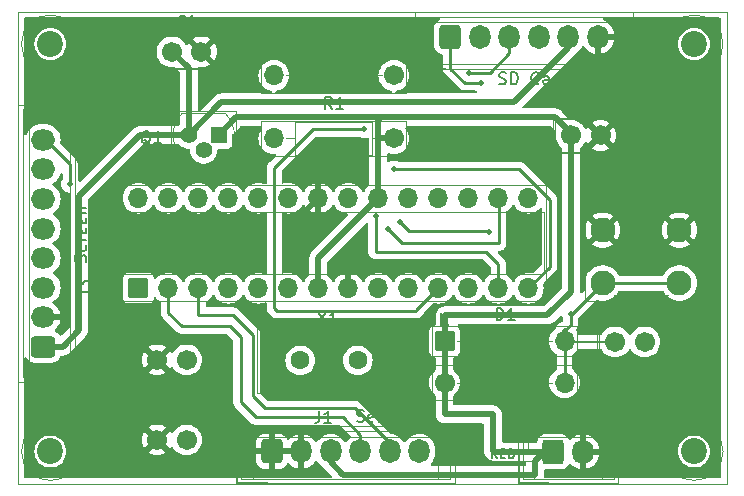
<source format=gtl>
%TF.GenerationSoftware,KiCad,Pcbnew,7.0.1*%
%TF.CreationDate,2023-04-20T23:53:02-05:00*%
%TF.ProjectId,epaper_board_layout,65706170-6572-45f6-926f-6172645f6c61,V01*%
%TF.SameCoordinates,Original*%
%TF.FileFunction,Copper,L1,Top*%
%TF.FilePolarity,Positive*%
%FSLAX46Y46*%
G04 Gerber Fmt 4.6, Leading zero omitted, Abs format (unit mm)*
G04 Created by KiCad (PCBNEW 7.0.1) date 2023-04-20 23:53:02*
%MOMM*%
%LPD*%
G01*
G04 APERTURE LIST*
G04 Aperture macros list*
%AMRoundRect*
0 Rectangle with rounded corners*
0 $1 Rounding radius*
0 $2 $3 $4 $5 $6 $7 $8 $9 X,Y pos of 4 corners*
0 Add a 4 corners polygon primitive as box body*
4,1,4,$2,$3,$4,$5,$6,$7,$8,$9,$2,$3,0*
0 Add four circle primitives for the rounded corners*
1,1,$1+$1,$2,$3*
1,1,$1+$1,$4,$5*
1,1,$1+$1,$6,$7*
1,1,$1+$1,$8,$9*
0 Add four rect primitives between the rounded corners*
20,1,$1+$1,$2,$3,$4,$5,0*
20,1,$1+$1,$4,$5,$6,$7,0*
20,1,$1+$1,$6,$7,$8,$9,0*
20,1,$1+$1,$8,$9,$2,$3,0*%
G04 Aperture macros list end*
%TA.AperFunction,ComponentPad*%
%ADD10RoundRect,0.250000X-0.600000X-0.750000X0.600000X-0.750000X0.600000X0.750000X-0.600000X0.750000X0*%
%TD*%
%TA.AperFunction,ComponentPad*%
%ADD11O,1.700000X2.000000*%
%TD*%
%TA.AperFunction,ComponentPad*%
%ADD12R,1.300000X1.300000*%
%TD*%
%TA.AperFunction,ComponentPad*%
%ADD13C,1.300000*%
%TD*%
%TA.AperFunction,ComponentPad*%
%ADD14C,1.600000*%
%TD*%
%TA.AperFunction,ComponentPad*%
%ADD15R,1.600000X1.600000*%
%TD*%
%TA.AperFunction,ComponentPad*%
%ADD16O,1.600000X1.600000*%
%TD*%
%TA.AperFunction,ComponentPad*%
%ADD17RoundRect,0.250000X0.725000X-0.600000X0.725000X0.600000X-0.725000X0.600000X-0.725000X-0.600000X0*%
%TD*%
%TA.AperFunction,ComponentPad*%
%ADD18O,1.950000X1.700000*%
%TD*%
%TA.AperFunction,ComponentPad*%
%ADD19C,2.000000*%
%TD*%
%TA.AperFunction,ComponentPad*%
%ADD20RoundRect,0.250000X-0.600000X-0.725000X0.600000X-0.725000X0.600000X0.725000X-0.600000X0.725000X0*%
%TD*%
%TA.AperFunction,ComponentPad*%
%ADD21O,1.700000X1.950000*%
%TD*%
%TA.AperFunction,ComponentPad*%
%ADD22C,1.500000*%
%TD*%
%TA.AperFunction,ViaPad*%
%ADD23C,0.508000*%
%TD*%
%TA.AperFunction,Conductor*%
%ADD24C,0.508000*%
%TD*%
%TA.AperFunction,Conductor*%
%ADD25C,0.152400*%
%TD*%
%TA.AperFunction,Conductor*%
%ADD26C,0.254000*%
%TD*%
%ADD27C,0.127000*%
%ADD28C,0.150000*%
%ADD29C,0.120000*%
%ADD30RoundRect,0.300800X-0.600000X-0.750000X0.600000X-0.750000X0.600000X0.750000X-0.600000X0.750000X0*%
%ADD31O,1.801600X2.101600*%
%ADD32C,2.200000*%
%ADD33RoundRect,0.050800X0.650000X0.650000X-0.650000X0.650000X-0.650000X-0.650000X0.650000X-0.650000X0*%
%ADD34C,1.401600*%
%ADD35C,1.701600*%
%ADD36RoundRect,0.050800X0.800000X-0.800000X0.800000X0.800000X-0.800000X0.800000X-0.800000X-0.800000X0*%
%ADD37O,1.701600X1.701600*%
%ADD38RoundRect,0.300800X0.725000X-0.600000X0.725000X0.600000X-0.725000X0.600000X-0.725000X-0.600000X0*%
%ADD39O,2.051600X1.801600*%
%ADD40C,2.101600*%
%ADD41RoundRect,0.300800X-0.600000X-0.725000X0.600000X-0.725000X0.600000X0.725000X-0.600000X0.725000X0*%
%ADD42O,1.801600X2.051600*%
%ADD43C,1.601600*%
%ADD44RoundRect,0.050800X-0.800000X-0.800000X0.800000X-0.800000X0.800000X0.800000X-0.800000X0.800000X0*%
%TA.AperFunction,Profile*%
%ADD45C,0.038100*%
%TD*%
%ADD46C,0.050000*%
G04 APERTURE END LIST*
D10*
%TO.P,J4,1,Pin_1*%
%TO.N,VCC*%
X145328000Y-137261600D03*
D11*
%TO.P,J4,2,Pin_2*%
%TO.N,GND*%
X147828000Y-137261600D03*
%TD*%
D12*
%TO.P,Q1,1,D*%
%TO.N,VCC*%
X116992400Y-110464600D03*
D13*
%TO.P,Q1,2,G*%
%TO.N,Net-(Q1-G)*%
X115722400Y-111734600D03*
%TO.P,Q1,3,S*%
%TO.N,VREF*%
X114452400Y-110464600D03*
%TD*%
D14*
%TO.P,C2,1*%
%TO.N,Net-(U1-XTAL2{slash}PB7)*%
X114280000Y-136271000D03*
%TO.P,C2,2*%
%TO.N,GND*%
X111780000Y-136271000D03*
%TD*%
%TO.P,C4,1*%
%TO.N,VREF*%
X113033800Y-103403400D03*
%TO.P,C4,2*%
%TO.N,GND*%
X115533800Y-103403400D03*
%TD*%
%TO.P,C5,1*%
%TO.N,RTS*%
X153065800Y-127965200D03*
%TO.P,C5,2*%
%TO.N,~{RESET}*%
X150565800Y-127965200D03*
%TD*%
D15*
%TO.P,U1,1,~{RESET}/PC6*%
%TO.N,~{RESET}*%
X110185200Y-123418600D03*
D16*
%TO.P,U1,2,PD0*%
%TO.N,RXD*%
X112725200Y-123418600D03*
%TO.P,U1,3,PD1*%
%TO.N,TXD*%
X115265200Y-123418600D03*
%TO.P,U1,4,PD2*%
%TO.N,unconnected-(U1-PD2-Pad4)*%
X117805200Y-123418600D03*
%TO.P,U1,5,PD3*%
%TO.N,unconnected-(U1-PD3-Pad5)*%
X120345200Y-123418600D03*
%TO.P,U1,6,PD4*%
%TO.N,unconnected-(U1-PD4-Pad6)*%
X122885200Y-123418600D03*
%TO.P,U1,7,VCC*%
%TO.N,VCC*%
X125425200Y-123418600D03*
%TO.P,U1,8,GND*%
%TO.N,GND*%
X127965200Y-123418600D03*
%TO.P,U1,9,XTAL1/PB6*%
%TO.N,Net-(U1-XTAL1{slash}PB6)*%
X130505200Y-123418600D03*
%TO.P,U1,10,XTAL2/PB7*%
%TO.N,Net-(U1-XTAL2{slash}PB7)*%
X133045200Y-123418600D03*
%TO.P,U1,11,PD5*%
%TO.N,/atmega328p/~{CS_REF}*%
X135585200Y-123418600D03*
%TO.P,U1,12,PD6*%
%TO.N,CS_SD*%
X138125200Y-123418600D03*
%TO.P,U1,13,PD7*%
%TO.N,BUSY_FRAME*%
X140665200Y-123418600D03*
%TO.P,U1,14,PB0*%
%TO.N,RST_FRAME*%
X143205200Y-123418600D03*
%TO.P,U1,15,PB1*%
%TO.N,DC_FRAME*%
X143205200Y-115798600D03*
%TO.P,U1,16,PB2*%
%TO.N,CS_FRAME*%
X140665200Y-115798600D03*
%TO.P,U1,17,PB3*%
%TO.N,MOSI*%
X138125200Y-115798600D03*
%TO.P,U1,18,PB4*%
%TO.N,MISO*%
X135585200Y-115798600D03*
%TO.P,U1,19,PB5*%
%TO.N,SCLK*%
X133045200Y-115798600D03*
%TO.P,U1,20,AVCC*%
%TO.N,VCC*%
X130505200Y-115798600D03*
%TO.P,U1,21,AREF*%
%TO.N,unconnected-(U1-AREF-Pad21)*%
X127965200Y-115798600D03*
%TO.P,U1,22,GND*%
%TO.N,GND*%
X125425200Y-115798600D03*
%TO.P,U1,23,PC0*%
%TO.N,unconnected-(U1-PC0-Pad23)*%
X122885200Y-115798600D03*
%TO.P,U1,24,PC1*%
%TO.N,unconnected-(U1-PC1-Pad24)*%
X120345200Y-115798600D03*
%TO.P,U1,25,PC2*%
%TO.N,unconnected-(U1-PC2-Pad25)*%
X117805200Y-115798600D03*
%TO.P,U1,26,PC3*%
%TO.N,unconnected-(U1-PC3-Pad26)*%
X115265200Y-115798600D03*
%TO.P,U1,27,PC4*%
%TO.N,unconnected-(U1-PC4-Pad27)*%
X112725200Y-115798600D03*
%TO.P,U1,28,PC5*%
%TO.N,unconnected-(U1-PC5-Pad28)*%
X110185200Y-115798600D03*
%TD*%
D14*
%TO.P,C1,1*%
%TO.N,Net-(U1-XTAL1{slash}PB6)*%
X114280000Y-129489200D03*
%TO.P,C1,2*%
%TO.N,GND*%
X111780000Y-129489200D03*
%TD*%
%TO.P,R2,1*%
%TO.N,VCC*%
X131826000Y-110744000D03*
D16*
%TO.P,R2,2*%
%TO.N,Net-(Q1-G)*%
X121666000Y-110744000D03*
%TD*%
D14*
%TO.P,R1,1*%
%TO.N,/atmega328p/~{CS_REF}*%
X131826000Y-105410000D03*
D16*
%TO.P,R1,2*%
%TO.N,Net-(Q1-G)*%
X121666000Y-105410000D03*
%TD*%
D17*
%TO.P,J3,1,Pin_1*%
%TO.N,VREF*%
X102133400Y-128374800D03*
D18*
%TO.P,J3,2,Pin_2*%
%TO.N,GND*%
X102133400Y-125874800D03*
%TO.P,J3,3,Pin_3*%
%TO.N,MOSI*%
X102133400Y-123374800D03*
%TO.P,J3,4,Pin_4*%
%TO.N,SCLK*%
X102133400Y-120874800D03*
%TO.P,J3,5,Pin_5*%
%TO.N,CS_FRAME*%
X102133400Y-118374800D03*
%TO.P,J3,6,Pin_6*%
%TO.N,DC_FRAME*%
X102133400Y-115874800D03*
%TO.P,J3,7,Pin_7*%
%TO.N,RST_FRAME*%
X102133400Y-113374800D03*
%TO.P,J3,8,Pin_8*%
%TO.N,BUSY_FRAME*%
X102133400Y-110874800D03*
%TD*%
D19*
%TO.P,SW1,1,1*%
%TO.N,~{RESET}*%
X156000000Y-123000000D03*
X149500000Y-123000000D03*
%TO.P,SW1,2,2*%
%TO.N,GND*%
X156000000Y-118500000D03*
X149500000Y-118500000D03*
%TD*%
D14*
%TO.P,C3,1*%
%TO.N,VCC*%
X146832000Y-110490000D03*
%TO.P,C3,2*%
%TO.N,GND*%
X149332000Y-110490000D03*
%TD*%
%TO.P,R3,1*%
%TO.N,VCC*%
X136118600Y-131419600D03*
D16*
%TO.P,R3,2*%
%TO.N,~{RESET}*%
X146278600Y-131419600D03*
%TD*%
D20*
%TO.P,J1,1,Pin_1*%
%TO.N,GND*%
X121492000Y-137236200D03*
D21*
%TO.P,J1,2,Pin_2*%
X123992000Y-137236200D03*
%TO.P,J1,3,Pin_3*%
%TO.N,VCC*%
X126492000Y-137236200D03*
%TO.P,J1,4,Pin_4*%
%TO.N,RXD*%
X128992000Y-137236200D03*
%TO.P,J1,5,Pin_5*%
%TO.N,TXD*%
X131492000Y-137236200D03*
%TO.P,J1,6,Pin_6*%
%TO.N,RTS*%
X133992000Y-137236200D03*
%TD*%
D22*
%TO.P,Y1,1,1*%
%TO.N,Net-(U1-XTAL2{slash}PB7)*%
X128778000Y-129540000D03*
%TO.P,Y1,2,2*%
%TO.N,Net-(U1-XTAL1{slash}PB6)*%
X123898000Y-129540000D03*
%TD*%
D20*
%TO.P,J2,1,Pin_1*%
%TO.N,CS_SD*%
X136601200Y-102133400D03*
D21*
%TO.P,J2,2,Pin_2*%
%TO.N,SCLK*%
X139101200Y-102133400D03*
%TO.P,J2,3,Pin_3*%
%TO.N,MOSI*%
X141601200Y-102133400D03*
%TO.P,J2,4,Pin_4*%
%TO.N,MISO*%
X144101200Y-102133400D03*
%TO.P,J2,5,Pin_5*%
%TO.N,VREF*%
X146601200Y-102133400D03*
%TO.P,J2,6,Pin_6*%
%TO.N,GND*%
X149101200Y-102133400D03*
%TD*%
D15*
%TO.P,D1,1,K*%
%TO.N,VCC*%
X136118600Y-127889000D03*
D16*
%TO.P,D1,2,A*%
%TO.N,~{RESET}*%
X146278600Y-127889000D03*
%TD*%
D23*
%TO.N,GND*%
X125476000Y-112268000D03*
X123952000Y-121666000D03*
X147046000Y-134132000D03*
%TO.N,~{RESET}*%
X146812000Y-125580000D03*
%TO.N,CS_SD*%
X139192000Y-106045000D03*
%TO.N,MOSI*%
X138176000Y-105180900D03*
%TO.N,CS_FRAME*%
X131318000Y-118414300D03*
%TO.N,DC_FRAME*%
X139842350Y-118658750D03*
X132334000Y-117856000D03*
%TO.N,RST_FRAME*%
X131826000Y-113374800D03*
%TO.N,BUSY_FRAME*%
X104419400Y-114579400D03*
X130276600Y-117348000D03*
%TO.N,/atmega328p/~{CS_REF}*%
X129286000Y-109982000D03*
%TD*%
D24*
%TO.N,GND*%
X123952000Y-117271800D02*
X123952000Y-121666000D01*
X147046000Y-134132000D02*
X147808000Y-134132000D01*
X125425200Y-115798600D02*
X125425200Y-112318800D01*
X147828000Y-134112000D02*
X147828000Y-137261600D01*
X147066000Y-134112000D02*
X147046000Y-134132000D01*
X147808000Y-134132000D02*
X147828000Y-134112000D01*
X125425200Y-112318800D02*
X125476000Y-112268000D01*
X125425200Y-115798600D02*
X123952000Y-117271800D01*
%TO.N,VCC*%
X145465800Y-108966000D02*
X130556000Y-108966000D01*
X125425200Y-123418600D02*
X125425200Y-120878600D01*
X125425200Y-120878600D02*
X130505200Y-115798600D01*
X130505200Y-109270800D02*
X130505200Y-110744000D01*
X136118600Y-125755400D02*
X136144000Y-125730000D01*
X131826000Y-110744000D02*
X130505200Y-110744000D01*
X136144000Y-125730000D02*
X144830800Y-125730000D01*
X130556000Y-108966000D02*
X130505200Y-109016800D01*
X136118600Y-127889000D02*
X136118600Y-125755400D01*
X127562000Y-139246000D02*
X143764000Y-139246000D01*
X136118600Y-134086600D02*
X136118600Y-131419600D01*
X118491000Y-108966000D02*
X116992400Y-110464600D01*
X140208000Y-134112000D02*
X136144000Y-134112000D01*
X136144000Y-134112000D02*
X136118600Y-134086600D01*
X130505200Y-110744000D02*
X130505200Y-115798600D01*
X126492000Y-138176000D02*
X127562000Y-139246000D01*
X143764000Y-138043600D02*
X144546000Y-137261600D01*
X144830800Y-125730000D02*
X146812000Y-123748800D01*
X146812000Y-123748800D02*
X146812000Y-110312200D01*
X136118600Y-131419600D02*
X136118600Y-127889000D01*
X130556000Y-109220000D02*
X130505200Y-109270800D01*
X130454400Y-108966000D02*
X118491000Y-108966000D01*
X126492000Y-137236200D02*
X126492000Y-138176000D01*
X140309600Y-137261600D02*
X140208000Y-137160000D01*
X146812000Y-110312200D02*
X145465800Y-108966000D01*
X144546000Y-137261600D02*
X140309600Y-137261600D01*
X130505200Y-109016800D02*
X130505200Y-115798600D01*
X140208000Y-137160000D02*
X140208000Y-134112000D01*
X143764000Y-139246000D02*
X143764000Y-138043600D01*
D25*
%TO.N,~{RESET}*%
X150565800Y-127965200D02*
X146354800Y-127965200D01*
D26*
X146920000Y-125580000D02*
X149500000Y-123000000D01*
D25*
X146354800Y-127965200D02*
X146278600Y-127889000D01*
D26*
X149500000Y-123000000D02*
X156000000Y-123000000D01*
X146278600Y-127025400D02*
X146812000Y-126492000D01*
D24*
X146278600Y-127889000D02*
X146278600Y-127025400D01*
D26*
X146278600Y-127889000D02*
X146278600Y-131419600D01*
X146812000Y-125580000D02*
X146920000Y-125580000D01*
X146812000Y-126492000D02*
X146812000Y-125580000D01*
%TO.N,RXD*%
X127508000Y-134366000D02*
X128992000Y-135850000D01*
X112725200Y-125501400D02*
X113868200Y-126644400D01*
X118872000Y-127584200D02*
X118872000Y-133096000D01*
X113868200Y-126644400D02*
X117932200Y-126644400D01*
X117932200Y-126644400D02*
X118872000Y-127584200D01*
X128992000Y-135850000D02*
X128992000Y-137236200D01*
X120142000Y-134366000D02*
X127508000Y-134366000D01*
X112725200Y-123418600D02*
X112725200Y-125501400D01*
X118872000Y-133096000D02*
X120142000Y-134366000D01*
%TO.N,TXD*%
X120904000Y-133604000D02*
X128524000Y-133604000D01*
X119888000Y-132588000D02*
X120904000Y-133604000D01*
X115265200Y-125679200D02*
X118211600Y-125679200D01*
X119888000Y-127355600D02*
X119888000Y-132588000D01*
X128524000Y-133604000D02*
X131492000Y-136572000D01*
X131492000Y-136572000D02*
X131492000Y-137236200D01*
X115265200Y-123418600D02*
X115265200Y-125679200D01*
X118211600Y-125679200D02*
X119888000Y-127355600D01*
%TO.N,CS_SD*%
X137820400Y-106045000D02*
X139192000Y-106045000D01*
X136601200Y-104825800D02*
X137820400Y-106045000D01*
X136601200Y-102133400D02*
X136601200Y-104825800D01*
%TO.N,MOSI*%
X139929100Y-105180900D02*
X141601200Y-103508800D01*
X141601200Y-103508800D02*
X141601200Y-102133400D01*
X138176000Y-105180900D02*
X139929100Y-105180900D01*
D24*
%TO.N,VREF*%
X114452400Y-104822000D02*
X113033800Y-103403400D01*
X110335400Y-110464600D02*
X105156000Y-115644000D01*
X105156000Y-115644000D02*
X105156000Y-127000000D01*
X117221000Y-107696000D02*
X141986000Y-107696000D01*
X146601200Y-103080800D02*
X146601200Y-102133400D01*
X114452400Y-110464600D02*
X110335400Y-110464600D01*
X105156000Y-127000000D02*
X103781200Y-128374800D01*
X103781200Y-128374800D02*
X102133400Y-128374800D01*
X114452400Y-110464600D02*
X117221000Y-107696000D01*
X114452400Y-110464600D02*
X114452400Y-104822000D01*
X141986000Y-107696000D02*
X146601200Y-103080800D01*
D26*
%TO.N,CS_FRAME*%
X131318000Y-118414300D02*
X132537700Y-119634000D01*
X140716000Y-115849400D02*
X140665200Y-115798600D01*
X132537700Y-119634000D02*
X140716000Y-119634000D01*
X140716000Y-119634000D02*
X140716000Y-115849400D01*
%TO.N,DC_FRAME*%
X133078000Y-118600000D02*
X139783600Y-118600000D01*
X139783600Y-118600000D02*
X139842350Y-118658750D01*
X132334000Y-117856000D02*
X133078000Y-118600000D01*
%TO.N,RST_FRAME*%
X131826000Y-113374800D02*
X131866000Y-113334800D01*
X145034000Y-115976400D02*
X145034000Y-121589800D01*
X131866000Y-113334800D02*
X142392400Y-113334800D01*
X142392400Y-113334800D02*
X145034000Y-115976400D01*
X145034000Y-121589800D02*
X143205200Y-123418600D01*
%TO.N,BUSY_FRAME*%
X139649200Y-120345200D02*
X140665200Y-121361200D01*
X104419400Y-114579400D02*
X104419400Y-112928400D01*
X140665200Y-121361200D02*
X140665200Y-123418600D01*
X130276600Y-117348000D02*
X130276600Y-120294400D01*
X130327400Y-120345200D02*
X139649200Y-120345200D01*
X104419400Y-112928400D02*
X102365800Y-110874800D01*
X130276600Y-120294400D02*
X130327400Y-120345200D01*
X102365800Y-110874800D02*
X102133400Y-110874800D01*
%TO.N,/atmega328p/~{CS_REF}*%
X129286000Y-109982000D02*
X124968000Y-109982000D01*
X133731000Y-125272800D02*
X135585200Y-123418600D01*
X121691400Y-113258600D02*
X121691400Y-125120400D01*
X133731000Y-125349000D02*
X133731000Y-125272800D01*
X124968000Y-109982000D02*
X121691400Y-113258600D01*
X121691400Y-125120400D02*
X121920000Y-125349000D01*
X121920000Y-125349000D02*
X133731000Y-125349000D01*
%TD*%
%TA.AperFunction,Conductor*%
%TO.N,GND*%
G36*
X159437500Y-100517113D02*
G01*
X159482887Y-100562500D01*
X159499500Y-100624500D01*
X159499500Y-139375500D01*
X159482887Y-139437500D01*
X159437500Y-139482887D01*
X159375500Y-139499500D01*
X144636445Y-139499500D01*
X144572380Y-139481668D01*
X144526740Y-139433300D01*
X144512654Y-139368309D01*
X144512752Y-139366622D01*
X144515887Y-139345212D01*
X144518500Y-139334189D01*
X144518500Y-139271551D01*
X144518710Y-139264340D01*
X144522351Y-139201831D01*
X144520384Y-139190676D01*
X144518500Y-139169143D01*
X144518500Y-138883120D01*
X144537278Y-138817513D01*
X144587925Y-138771776D01*
X144655101Y-138759762D01*
X144663735Y-138760643D01*
X144677991Y-138762100D01*
X145978008Y-138762099D01*
X146080797Y-138751599D01*
X146247334Y-138696414D01*
X146396656Y-138604312D01*
X146520712Y-138480256D01*
X146612814Y-138330934D01*
X146612814Y-138330931D01*
X146616448Y-138325041D01*
X146655361Y-138285557D01*
X146707591Y-138266976D01*
X146762698Y-138273011D01*
X146809668Y-138302456D01*
X146956918Y-138449706D01*
X147150423Y-138585200D01*
X147364507Y-138685030D01*
X147577999Y-138742235D01*
X147578000Y-138742236D01*
X147578000Y-137511600D01*
X148078000Y-137511600D01*
X148078000Y-138742235D01*
X148291492Y-138685030D01*
X148505578Y-138585199D01*
X148699078Y-138449709D01*
X148866109Y-138282678D01*
X149001599Y-138089178D01*
X149101430Y-137875092D01*
X149162569Y-137646918D01*
X149174407Y-137511600D01*
X148078000Y-137511600D01*
X147578000Y-137511600D01*
X147578000Y-137250000D01*
X155894340Y-137250000D01*
X155914936Y-137485407D01*
X155956093Y-137639006D01*
X155976097Y-137713663D01*
X156075965Y-137927829D01*
X156211505Y-138121401D01*
X156378599Y-138288495D01*
X156572171Y-138424035D01*
X156786337Y-138523903D01*
X156995402Y-138579921D01*
X157014592Y-138585063D01*
X157191032Y-138600500D01*
X157191034Y-138600500D01*
X157308966Y-138600500D01*
X157308968Y-138600500D01*
X157426593Y-138590208D01*
X157485408Y-138585063D01*
X157713663Y-138523903D01*
X157927829Y-138424035D01*
X158121401Y-138288495D01*
X158288495Y-138121401D01*
X158424035Y-137927830D01*
X158523903Y-137713663D01*
X158585063Y-137485408D01*
X158605659Y-137250000D01*
X158585063Y-137014592D01*
X158523903Y-136786337D01*
X158424035Y-136572171D01*
X158288495Y-136378599D01*
X158121401Y-136211505D01*
X157927829Y-136075965D01*
X157713663Y-135976097D01*
X157485407Y-135914936D01*
X157308968Y-135899500D01*
X157308966Y-135899500D01*
X157191034Y-135899500D01*
X157191032Y-135899500D01*
X157014592Y-135914936D01*
X156786336Y-135976097D01*
X156572170Y-136075965D01*
X156378598Y-136211505D01*
X156211508Y-136378595D01*
X156211505Y-136378598D01*
X156211505Y-136378599D01*
X156128118Y-136497689D01*
X156075964Y-136572172D01*
X155976097Y-136786337D01*
X155914936Y-137014592D01*
X155894340Y-137250000D01*
X147578000Y-137250000D01*
X147578000Y-135780964D01*
X148078000Y-135780964D01*
X148078000Y-137011600D01*
X149174407Y-137011600D01*
X149174407Y-137011599D01*
X149162569Y-136876281D01*
X149101430Y-136648107D01*
X149001599Y-136434021D01*
X148866109Y-136240521D01*
X148699081Y-136073493D01*
X148505576Y-135937999D01*
X148291492Y-135838169D01*
X148078000Y-135780964D01*
X147578000Y-135780964D01*
X147577999Y-135780964D01*
X147364507Y-135838169D01*
X147150421Y-135938000D01*
X146956924Y-136073488D01*
X146809668Y-136220744D01*
X146762698Y-136250189D01*
X146707591Y-136256223D01*
X146655361Y-136237642D01*
X146616448Y-136198158D01*
X146520711Y-136042942D01*
X146396657Y-135918888D01*
X146247334Y-135826786D01*
X146080797Y-135771600D01*
X145978009Y-135761100D01*
X144677991Y-135761100D01*
X144575203Y-135771600D01*
X144408665Y-135826786D01*
X144259342Y-135918888D01*
X144135288Y-136042942D01*
X144043186Y-136192265D01*
X143988000Y-136358802D01*
X143984231Y-136395703D01*
X143963808Y-136452240D01*
X143919194Y-136492529D01*
X143860873Y-136507100D01*
X141086500Y-136507100D01*
X141024500Y-136490487D01*
X140979113Y-136445100D01*
X140962500Y-136383100D01*
X140962500Y-134137551D01*
X140962710Y-134130340D01*
X140963653Y-134114148D01*
X140966351Y-134067831D01*
X140955470Y-134006127D01*
X140954433Y-133999047D01*
X140947160Y-133936816D01*
X140943285Y-133926170D01*
X140937688Y-133905282D01*
X140935723Y-133894134D01*
X140910919Y-133836631D01*
X140908256Y-133829928D01*
X140907681Y-133828350D01*
X140886836Y-133771076D01*
X140880603Y-133761599D01*
X140870353Y-133742588D01*
X140865864Y-133732182D01*
X140828468Y-133681950D01*
X140824332Y-133676043D01*
X140789914Y-133623713D01*
X140781674Y-133615940D01*
X140767304Y-133599793D01*
X140760539Y-133590706D01*
X140712553Y-133550440D01*
X140707188Y-133545665D01*
X140661623Y-133502678D01*
X140651809Y-133497012D01*
X140634110Y-133484619D01*
X140625427Y-133477333D01*
X140625203Y-133477220D01*
X140569447Y-133449218D01*
X140563100Y-133445796D01*
X140546418Y-133436165D01*
X140508876Y-133414490D01*
X140498019Y-133411239D01*
X140477941Y-133403263D01*
X140467811Y-133398176D01*
X140406864Y-133383730D01*
X140399902Y-133381864D01*
X140339910Y-133363904D01*
X140328593Y-133363245D01*
X140307220Y-133360114D01*
X140296189Y-133357500D01*
X140296188Y-133357500D01*
X140233551Y-133357500D01*
X140226341Y-133357290D01*
X140224013Y-133357154D01*
X140163831Y-133353648D01*
X140152676Y-133355616D01*
X140131143Y-133357500D01*
X136997100Y-133357500D01*
X136935100Y-133340887D01*
X136889713Y-133295500D01*
X136873100Y-133233500D01*
X136873100Y-132543462D01*
X136887111Y-132486205D01*
X136925978Y-132441886D01*
X136927648Y-132440716D01*
X136957739Y-132419647D01*
X137118647Y-132258739D01*
X137249168Y-132072334D01*
X137345339Y-131866096D01*
X137404235Y-131646292D01*
X137424068Y-131419600D01*
X137404235Y-131192908D01*
X137345339Y-130973104D01*
X137249168Y-130766866D01*
X137213508Y-130715938D01*
X137118646Y-130580459D01*
X136957741Y-130419554D01*
X136925978Y-130397314D01*
X136887111Y-130352995D01*
X136873100Y-130295738D01*
X136873100Y-129310921D01*
X136887569Y-129252793D01*
X136927598Y-129208230D01*
X136983846Y-129187631D01*
X137026083Y-129183091D01*
X137160931Y-129132796D01*
X137276146Y-129046546D01*
X137362396Y-128931331D01*
X137412691Y-128796483D01*
X137419100Y-128736873D01*
X137419099Y-127041128D01*
X137412691Y-126981517D01*
X137362396Y-126846669D01*
X137276146Y-126731454D01*
X137244503Y-126707766D01*
X137206021Y-126660011D01*
X137195131Y-126599654D01*
X137214500Y-126541460D01*
X137259388Y-126499668D01*
X137318815Y-126484500D01*
X144766800Y-126484500D01*
X144784770Y-126485809D01*
X144788523Y-126486358D01*
X144808706Y-126489315D01*
X144858347Y-126484972D01*
X144869155Y-126484500D01*
X144874743Y-126484500D01*
X144905703Y-126480881D01*
X144909241Y-126480519D01*
X144984412Y-126473943D01*
X144984417Y-126473941D01*
X144985632Y-126473835D01*
X145004827Y-126469580D01*
X145005979Y-126469160D01*
X145005984Y-126469160D01*
X145076874Y-126443357D01*
X145080234Y-126442190D01*
X145151836Y-126418464D01*
X145151841Y-126418460D01*
X145153002Y-126418076D01*
X145170702Y-126409507D01*
X145171719Y-126408837D01*
X145171724Y-126408836D01*
X145234767Y-126367371D01*
X145237759Y-126365465D01*
X145301954Y-126325870D01*
X145301954Y-126325869D01*
X145302993Y-126325229D01*
X145318244Y-126312805D01*
X145319081Y-126311917D01*
X145319085Y-126311915D01*
X145370871Y-126257023D01*
X145373316Y-126254506D01*
X145882220Y-125745602D01*
X145935571Y-125714131D01*
X145997492Y-125712394D01*
X146052526Y-125740825D01*
X146086940Y-125792330D01*
X146127916Y-125909434D01*
X146165494Y-125969239D01*
X146184500Y-126035211D01*
X146184500Y-126171805D01*
X146171311Y-126227455D01*
X146134549Y-126271267D01*
X146082035Y-126293921D01*
X146060734Y-126297677D01*
X145898781Y-126367536D01*
X145757305Y-126472861D01*
X145643934Y-126607970D01*
X145559517Y-126776060D01*
X145547474Y-126803426D01*
X145516003Y-126835357D01*
X145439459Y-126888954D01*
X145278553Y-127049860D01*
X145148032Y-127236264D01*
X145051861Y-127442502D01*
X144992964Y-127662310D01*
X144973131Y-127888999D01*
X144992964Y-128115689D01*
X145051861Y-128335497D01*
X145148032Y-128541735D01*
X145278553Y-128728140D01*
X145439459Y-128889046D01*
X145489051Y-128923770D01*
X145555116Y-128970029D01*
X145598223Y-129000212D01*
X145637089Y-129044530D01*
X145651100Y-129101787D01*
X145651100Y-130206813D01*
X145637089Y-130264070D01*
X145598223Y-130308388D01*
X145439459Y-130419553D01*
X145278553Y-130580459D01*
X145148032Y-130766864D01*
X145051861Y-130973102D01*
X144992964Y-131192910D01*
X144973131Y-131419599D01*
X144992964Y-131646289D01*
X145051861Y-131866097D01*
X145148032Y-132072335D01*
X145278553Y-132258740D01*
X145439459Y-132419646D01*
X145625864Y-132550167D01*
X145625865Y-132550167D01*
X145625866Y-132550168D01*
X145832104Y-132646339D01*
X146051908Y-132705235D01*
X146278600Y-132725068D01*
X146505292Y-132705235D01*
X146725096Y-132646339D01*
X146931334Y-132550168D01*
X147117739Y-132419647D01*
X147278647Y-132258739D01*
X147409168Y-132072334D01*
X147505339Y-131866096D01*
X147564235Y-131646292D01*
X147584068Y-131419600D01*
X147564235Y-131192908D01*
X147505339Y-130973104D01*
X147409168Y-130766866D01*
X147373508Y-130715938D01*
X147278646Y-130580459D01*
X147117740Y-130419553D01*
X146958977Y-130308388D01*
X146920111Y-130264070D01*
X146906100Y-130206813D01*
X146906100Y-129101787D01*
X146920111Y-129044530D01*
X146958977Y-129000212D01*
X147002084Y-128970029D01*
X147117739Y-128889047D01*
X147278647Y-128728139D01*
X147309628Y-128683891D01*
X147372028Y-128594777D01*
X147416346Y-128555911D01*
X147473603Y-128541900D01*
X149320780Y-128541900D01*
X149387406Y-128561320D01*
X149433163Y-128613497D01*
X149435232Y-128617935D01*
X149565753Y-128804340D01*
X149726659Y-128965246D01*
X149913064Y-129095767D01*
X149913065Y-129095767D01*
X149913066Y-129095768D01*
X150119304Y-129191939D01*
X150339108Y-129250835D01*
X150565800Y-129270668D01*
X150792492Y-129250835D01*
X151012296Y-129191939D01*
X151218534Y-129095768D01*
X151404939Y-128965247D01*
X151565847Y-128804339D01*
X151696368Y-128617934D01*
X151703419Y-128602812D01*
X151749174Y-128550639D01*
X151815800Y-128531219D01*
X151882426Y-128550639D01*
X151928180Y-128602812D01*
X151933163Y-128613497D01*
X151935234Y-128617938D01*
X152065753Y-128804340D01*
X152226659Y-128965246D01*
X152413064Y-129095767D01*
X152413065Y-129095767D01*
X152413066Y-129095768D01*
X152619304Y-129191939D01*
X152839108Y-129250835D01*
X153065800Y-129270668D01*
X153292492Y-129250835D01*
X153512296Y-129191939D01*
X153718534Y-129095768D01*
X153904939Y-128965247D01*
X154065847Y-128804339D01*
X154196368Y-128617934D01*
X154292539Y-128411696D01*
X154351435Y-128191892D01*
X154371268Y-127965200D01*
X154351435Y-127738508D01*
X154292539Y-127518704D01*
X154196368Y-127312466D01*
X154196126Y-127312121D01*
X154065846Y-127126059D01*
X153904940Y-126965153D01*
X153718535Y-126834632D01*
X153512297Y-126738461D01*
X153292489Y-126679564D01*
X153065800Y-126659731D01*
X152839110Y-126679564D01*
X152619302Y-126738461D01*
X152413064Y-126834632D01*
X152226659Y-126965153D01*
X152065753Y-127126059D01*
X151935232Y-127312464D01*
X151928182Y-127327585D01*
X151882425Y-127379761D01*
X151815800Y-127399180D01*
X151749175Y-127379761D01*
X151703418Y-127327585D01*
X151696367Y-127312464D01*
X151565846Y-127126059D01*
X151404940Y-126965153D01*
X151218535Y-126834632D01*
X151012297Y-126738461D01*
X150792489Y-126679564D01*
X150565800Y-126659731D01*
X150339110Y-126679564D01*
X150119302Y-126738461D01*
X149913064Y-126834632D01*
X149726659Y-126965153D01*
X149565753Y-127126059D01*
X149435232Y-127312464D01*
X149433163Y-127316903D01*
X149387406Y-127369080D01*
X149320780Y-127388500D01*
X147559153Y-127388500D01*
X147492528Y-127369081D01*
X147446771Y-127316905D01*
X147425784Y-127271900D01*
X147409168Y-127236266D01*
X147297708Y-127077083D01*
X147281163Y-127053454D01*
X147260907Y-127005420D01*
X147262183Y-126953305D01*
X147284765Y-126906323D01*
X147286116Y-126904581D01*
X147293681Y-126895725D01*
X147323693Y-126863767D01*
X147333389Y-126846127D01*
X147344075Y-126829861D01*
X147356407Y-126813963D01*
X147356406Y-126813963D01*
X147356408Y-126813962D01*
X147373819Y-126773725D01*
X147378951Y-126763250D01*
X147388502Y-126745878D01*
X147400072Y-126724834D01*
X147405077Y-126705340D01*
X147411383Y-126686923D01*
X147419373Y-126668460D01*
X147419372Y-126668460D01*
X147419374Y-126668458D01*
X147426231Y-126625155D01*
X147428596Y-126613736D01*
X147439500Y-126571272D01*
X147439500Y-126551142D01*
X147441027Y-126531743D01*
X147442062Y-126525207D01*
X147444175Y-126511867D01*
X147440050Y-126468230D01*
X147439500Y-126456561D01*
X147439500Y-126035211D01*
X147458506Y-125969239D01*
X147471537Y-125948500D01*
X147496082Y-125909437D01*
X147496475Y-125908312D01*
X147525836Y-125861581D01*
X148924877Y-124462540D01*
X148984607Y-124429414D01*
X149052818Y-124432941D01*
X149130386Y-124459571D01*
X149375665Y-124500500D01*
X149624335Y-124500500D01*
X149869614Y-124459571D01*
X150104810Y-124378828D01*
X150323509Y-124260474D01*
X150519744Y-124107738D01*
X150688164Y-123924785D01*
X150824173Y-123716607D01*
X150830717Y-123701689D01*
X150857809Y-123662619D01*
X150897611Y-123636615D01*
X150944273Y-123627500D01*
X154555727Y-123627500D01*
X154602389Y-123636615D01*
X154642191Y-123662619D01*
X154669283Y-123701689D01*
X154675827Y-123716607D01*
X154811836Y-123924785D01*
X154980256Y-124107738D01*
X154980259Y-124107740D01*
X155176485Y-124260470D01*
X155176487Y-124260471D01*
X155176491Y-124260474D01*
X155395190Y-124378828D01*
X155630386Y-124459571D01*
X155875665Y-124500500D01*
X156124335Y-124500500D01*
X156369614Y-124459571D01*
X156604810Y-124378828D01*
X156823509Y-124260474D01*
X157019744Y-124107738D01*
X157188164Y-123924785D01*
X157324173Y-123716607D01*
X157424063Y-123488881D01*
X157485108Y-123247821D01*
X157505643Y-123000000D01*
X157503331Y-122972104D01*
X157498280Y-122911137D01*
X157485108Y-122752179D01*
X157424063Y-122511119D01*
X157324173Y-122283393D01*
X157188164Y-122075215D01*
X157019744Y-121892262D01*
X156930286Y-121822634D01*
X156823514Y-121739529D01*
X156823510Y-121739526D01*
X156823509Y-121739526D01*
X156604810Y-121621172D01*
X156604806Y-121621170D01*
X156604805Y-121621170D01*
X156369615Y-121540429D01*
X156124335Y-121499500D01*
X155875665Y-121499500D01*
X155630384Y-121540429D01*
X155395194Y-121621170D01*
X155176485Y-121739529D01*
X154980259Y-121892259D01*
X154980256Y-121892261D01*
X154980256Y-121892262D01*
X154811836Y-122075215D01*
X154743831Y-122179303D01*
X154675826Y-122283394D01*
X154669283Y-122298311D01*
X154642191Y-122337381D01*
X154602389Y-122363385D01*
X154555727Y-122372500D01*
X150944273Y-122372500D01*
X150897611Y-122363385D01*
X150857809Y-122337381D01*
X150830717Y-122298311D01*
X150826208Y-122288032D01*
X150824173Y-122283393D01*
X150688164Y-122075215D01*
X150519744Y-121892262D01*
X150430286Y-121822634D01*
X150323514Y-121739529D01*
X150323510Y-121739526D01*
X150323509Y-121739526D01*
X150104810Y-121621172D01*
X150104806Y-121621170D01*
X150104805Y-121621170D01*
X149869615Y-121540429D01*
X149624335Y-121499500D01*
X149375665Y-121499500D01*
X149130384Y-121540429D01*
X148895194Y-121621170D01*
X148676485Y-121739529D01*
X148480259Y-121892259D01*
X148480256Y-121892261D01*
X148480256Y-121892262D01*
X148311836Y-122075215D01*
X148300754Y-122092178D01*
X148175825Y-122283395D01*
X148116370Y-122418941D01*
X148075937Y-122511119D01*
X148014892Y-122752179D01*
X148014891Y-122752183D01*
X147994356Y-122999999D01*
X148014891Y-123247816D01*
X148014891Y-123247819D01*
X148014892Y-123247821D01*
X148061626Y-123432367D01*
X148068292Y-123458691D01*
X148067637Y-123522049D01*
X148035767Y-123576812D01*
X147778484Y-123834095D01*
X147729806Y-123864120D01*
X147672831Y-123869105D01*
X147619679Y-123847989D01*
X147581658Y-123805264D01*
X147566855Y-123750020D01*
X147566552Y-123739604D01*
X147566500Y-123735998D01*
X147566500Y-119723610D01*
X148629942Y-119723610D01*
X148676766Y-119760055D01*
X148895393Y-119878368D01*
X149130506Y-119959083D01*
X149375707Y-120000000D01*
X149624293Y-120000000D01*
X149869493Y-119959083D01*
X150104606Y-119878368D01*
X150323233Y-119760053D01*
X150370055Y-119723610D01*
X155129942Y-119723610D01*
X155176766Y-119760055D01*
X155395393Y-119878368D01*
X155630506Y-119959083D01*
X155875707Y-120000000D01*
X156124293Y-120000000D01*
X156369493Y-119959083D01*
X156604606Y-119878368D01*
X156823233Y-119760053D01*
X156870056Y-119723609D01*
X156000000Y-118853553D01*
X155129942Y-119723609D01*
X155129942Y-119723610D01*
X150370055Y-119723610D01*
X150370056Y-119723609D01*
X149500000Y-118853553D01*
X148629942Y-119723609D01*
X148629942Y-119723610D01*
X147566500Y-119723610D01*
X147566500Y-118500000D01*
X147994858Y-118500000D01*
X148015386Y-118747732D01*
X148076413Y-118988721D01*
X148176268Y-119216370D01*
X148276563Y-119369882D01*
X148276564Y-119369882D01*
X149146447Y-118500001D01*
X149853553Y-118500001D01*
X150723434Y-119369882D01*
X150823730Y-119216369D01*
X150923586Y-118988721D01*
X150984613Y-118747732D01*
X151005141Y-118500000D01*
X154494858Y-118500000D01*
X154515386Y-118747732D01*
X154576413Y-118988721D01*
X154676268Y-119216370D01*
X154776563Y-119369882D01*
X154776564Y-119369882D01*
X155646447Y-118500001D01*
X156353553Y-118500001D01*
X157223434Y-119369882D01*
X157323730Y-119216369D01*
X157423586Y-118988721D01*
X157484613Y-118747732D01*
X157505141Y-118500000D01*
X157484613Y-118252267D01*
X157423586Y-118011278D01*
X157323730Y-117783630D01*
X157223434Y-117630116D01*
X156353553Y-118500000D01*
X156353553Y-118500001D01*
X155646447Y-118500001D01*
X155646447Y-118500000D01*
X154776564Y-117630116D01*
X154676266Y-117783634D01*
X154576413Y-118011278D01*
X154515386Y-118252267D01*
X154494858Y-118500000D01*
X151005141Y-118500000D01*
X150984613Y-118252267D01*
X150923586Y-118011278D01*
X150823730Y-117783630D01*
X150723434Y-117630116D01*
X149853553Y-118500000D01*
X149853553Y-118500001D01*
X149146447Y-118500001D01*
X149146447Y-118500000D01*
X148276564Y-117630116D01*
X148176266Y-117783634D01*
X148076413Y-118011278D01*
X148015386Y-118252267D01*
X147994858Y-118500000D01*
X147566500Y-118500000D01*
X147566500Y-117276390D01*
X148629942Y-117276390D01*
X149500000Y-118146447D01*
X149500001Y-118146447D01*
X150370057Y-117276390D01*
X155129942Y-117276390D01*
X156000000Y-118146447D01*
X156000001Y-118146447D01*
X156870057Y-117276390D01*
X156870056Y-117276388D01*
X156823235Y-117239947D01*
X156604606Y-117121631D01*
X156369493Y-117040916D01*
X156124293Y-117000000D01*
X155875707Y-117000000D01*
X155630506Y-117040916D01*
X155395393Y-117121631D01*
X155176764Y-117239946D01*
X155129942Y-117276388D01*
X155129942Y-117276390D01*
X150370057Y-117276390D01*
X150370056Y-117276388D01*
X150323235Y-117239947D01*
X150104606Y-117121631D01*
X149869493Y-117040916D01*
X149624293Y-117000000D01*
X149375707Y-117000000D01*
X149130506Y-117040916D01*
X148895393Y-117121631D01*
X148676764Y-117239946D01*
X148629942Y-117276388D01*
X148629942Y-117276390D01*
X147566500Y-117276390D01*
X147566500Y-111627866D01*
X147580511Y-111570609D01*
X147581899Y-111569026D01*
X148606526Y-111569026D01*
X148679515Y-111620133D01*
X148885673Y-111716266D01*
X149105397Y-111775141D01*
X149332000Y-111794966D01*
X149558602Y-111775141D01*
X149778326Y-111716266D01*
X149984480Y-111620134D01*
X150057472Y-111569025D01*
X149332001Y-110843553D01*
X149332000Y-110843553D01*
X148606526Y-111569025D01*
X148606526Y-111569026D01*
X147581899Y-111569026D01*
X147619378Y-111526290D01*
X147658498Y-111498898D01*
X147671139Y-111490047D01*
X147832047Y-111329139D01*
X147962568Y-111142734D01*
X147969893Y-111127023D01*
X148015647Y-111074849D01*
X148082273Y-111055428D01*
X148148899Y-111074847D01*
X148194657Y-111127023D01*
X148201866Y-111142483D01*
X148252972Y-111215471D01*
X148252974Y-111215472D01*
X148978446Y-110490001D01*
X149685553Y-110490001D01*
X150411025Y-111215472D01*
X150462134Y-111142480D01*
X150558266Y-110936326D01*
X150617141Y-110716602D01*
X150636966Y-110490000D01*
X150617141Y-110263397D01*
X150558266Y-110043673D01*
X150462133Y-109837515D01*
X150411025Y-109764526D01*
X149685553Y-110490000D01*
X149685553Y-110490001D01*
X148978446Y-110490001D01*
X148978446Y-110490000D01*
X148252973Y-109764526D01*
X148252973Y-109764527D01*
X148201865Y-109837517D01*
X148194656Y-109852977D01*
X148148899Y-109905151D01*
X148082274Y-109924570D01*
X148015649Y-109905150D01*
X147969893Y-109852975D01*
X147969722Y-109852609D01*
X147962568Y-109837266D01*
X147961895Y-109836305D01*
X147832046Y-109650859D01*
X147671140Y-109489953D01*
X147558344Y-109410973D01*
X148606526Y-109410973D01*
X149332000Y-110136446D01*
X149332001Y-110136446D01*
X150057472Y-109410974D01*
X150057471Y-109410972D01*
X149984484Y-109359866D01*
X149778326Y-109263733D01*
X149558602Y-109204858D01*
X149332000Y-109185033D01*
X149105397Y-109204858D01*
X148885672Y-109263733D01*
X148679516Y-109359865D01*
X148606527Y-109410973D01*
X148606526Y-109410973D01*
X147558344Y-109410973D01*
X147484735Y-109359432D01*
X147278497Y-109263261D01*
X147058689Y-109204364D01*
X146832002Y-109184531D01*
X146815440Y-109185980D01*
X146762224Y-109178972D01*
X146716956Y-109150132D01*
X146044566Y-108477742D01*
X146032783Y-108464108D01*
X146018338Y-108444705D01*
X145980165Y-108412674D01*
X145972189Y-108405365D01*
X145968239Y-108401415D01*
X145943786Y-108382079D01*
X145940992Y-108379804D01*
X145883227Y-108331333D01*
X145883225Y-108331332D01*
X145882292Y-108330549D01*
X145865698Y-108319976D01*
X145796242Y-108287589D01*
X145792997Y-108286018D01*
X145724522Y-108251629D01*
X145705925Y-108245165D01*
X145630886Y-108229670D01*
X145627369Y-108228890D01*
X145552805Y-108211219D01*
X145533225Y-108209218D01*
X145456604Y-108211448D01*
X145452998Y-108211500D01*
X142836886Y-108211500D01*
X142780591Y-108197985D01*
X142736568Y-108160385D01*
X142714413Y-108106898D01*
X142718955Y-108049182D01*
X142749205Y-107999819D01*
X143823676Y-106925348D01*
X147089464Y-103659558D01*
X147103083Y-103647788D01*
X147122494Y-103633339D01*
X147154534Y-103595154D01*
X147161820Y-103587202D01*
X147165783Y-103583241D01*
X147185155Y-103558740D01*
X147187375Y-103556015D01*
X147235867Y-103498227D01*
X147235868Y-103498223D01*
X147236652Y-103497290D01*
X147247220Y-103480701D01*
X147247734Y-103479597D01*
X147247739Y-103479592D01*
X147251177Y-103472218D01*
X147292435Y-103423047D01*
X147472601Y-103296895D01*
X147639695Y-103129801D01*
X147749932Y-102972364D01*
X147794248Y-102933501D01*
X147851505Y-102919490D01*
X147908762Y-102933501D01*
X147953080Y-102972367D01*
X148063090Y-103129478D01*
X148230118Y-103296506D01*
X148423623Y-103432000D01*
X148637707Y-103531830D01*
X148851199Y-103589035D01*
X148851200Y-103589036D01*
X148851200Y-102383400D01*
X149351200Y-102383400D01*
X149351200Y-103589035D01*
X149564692Y-103531830D01*
X149778778Y-103431999D01*
X149972278Y-103296509D01*
X150139309Y-103129478D01*
X150274799Y-102935978D01*
X150361523Y-102750000D01*
X155894340Y-102750000D01*
X155914936Y-102985407D01*
X155966219Y-103176797D01*
X155976097Y-103213663D01*
X156075965Y-103427829D01*
X156211505Y-103621401D01*
X156378599Y-103788495D01*
X156572171Y-103924035D01*
X156786337Y-104023903D01*
X157014591Y-104085062D01*
X157014592Y-104085063D01*
X157191032Y-104100500D01*
X157191034Y-104100500D01*
X157308966Y-104100500D01*
X157308968Y-104100500D01*
X157426593Y-104090208D01*
X157485408Y-104085063D01*
X157713663Y-104023903D01*
X157927829Y-103924035D01*
X158121401Y-103788495D01*
X158288495Y-103621401D01*
X158424035Y-103427830D01*
X158523903Y-103213663D01*
X158585063Y-102985408D01*
X158605659Y-102750000D01*
X158585063Y-102514592D01*
X158523903Y-102286337D01*
X158424035Y-102072171D01*
X158288495Y-101878599D01*
X158121401Y-101711505D01*
X157927829Y-101575965D01*
X157713663Y-101476097D01*
X157485407Y-101414936D01*
X157308968Y-101399500D01*
X157308966Y-101399500D01*
X157191034Y-101399500D01*
X157191032Y-101399500D01*
X157014592Y-101414936D01*
X156786336Y-101476097D01*
X156572170Y-101575965D01*
X156378598Y-101711505D01*
X156211508Y-101878595D01*
X156211505Y-101878598D01*
X156211505Y-101878599D01*
X156121318Y-102007400D01*
X156075964Y-102072172D01*
X155976097Y-102286337D01*
X155914936Y-102514592D01*
X155894340Y-102750000D01*
X150361523Y-102750000D01*
X150374630Y-102721892D01*
X150435769Y-102493718D01*
X150445421Y-102383400D01*
X149351200Y-102383400D01*
X148851200Y-102383400D01*
X148851200Y-102007400D01*
X148867813Y-101945400D01*
X148913200Y-101900013D01*
X148975200Y-101883400D01*
X150445422Y-101883400D01*
X150445421Y-101883399D01*
X150435769Y-101773081D01*
X150374630Y-101544907D01*
X150274799Y-101330821D01*
X150139309Y-101137321D01*
X149972281Y-100970293D01*
X149778776Y-100834799D01*
X149568794Y-100736882D01*
X149518398Y-100693840D01*
X149497369Y-100630989D01*
X149511714Y-100566285D01*
X149557334Y-100518211D01*
X149621199Y-100500500D01*
X159375500Y-100500500D01*
X159437500Y-100517113D01*
G37*
%TD.AperFunction*%
%TA.AperFunction,Conductor*%
G36*
X120621170Y-109738491D02*
G01*
X120666831Y-109787243D01*
X120680577Y-109852609D01*
X120658417Y-109915623D01*
X120535432Y-110091264D01*
X120439261Y-110297502D01*
X120380364Y-110517310D01*
X120360531Y-110743999D01*
X120380364Y-110970689D01*
X120439261Y-111190497D01*
X120535432Y-111396735D01*
X120665953Y-111583140D01*
X120826859Y-111744046D01*
X121013264Y-111874567D01*
X121013265Y-111874567D01*
X121013266Y-111874568D01*
X121219504Y-111970739D01*
X121439308Y-112029635D01*
X121590436Y-112042857D01*
X121665999Y-112049468D01*
X121665999Y-112049467D01*
X121666000Y-112049468D01*
X121707000Y-112045881D01*
X121766258Y-112055266D01*
X121814174Y-112091373D01*
X121839530Y-112145748D01*
X121836390Y-112205663D01*
X121805489Y-112257090D01*
X121306354Y-112756225D01*
X121290206Y-112769163D01*
X121242046Y-112820447D01*
X121239340Y-112823240D01*
X121219774Y-112842807D01*
X121217299Y-112845998D01*
X121209717Y-112854875D01*
X121179706Y-112886834D01*
X121170006Y-112904477D01*
X121159328Y-112920733D01*
X121146992Y-112936636D01*
X121129585Y-112976862D01*
X121124447Y-112987350D01*
X121103327Y-113025766D01*
X121098319Y-113045270D01*
X121092019Y-113063669D01*
X121084025Y-113082142D01*
X121077169Y-113125431D01*
X121074801Y-113136867D01*
X121063900Y-113179328D01*
X121063900Y-113199459D01*
X121062373Y-113218858D01*
X121059225Y-113238731D01*
X121063350Y-113282370D01*
X121063900Y-113294039D01*
X121063900Y-114504151D01*
X121048614Y-114563794D01*
X121006525Y-114608732D01*
X120948010Y-114627886D01*
X120887495Y-114616533D01*
X120791697Y-114571861D01*
X120571889Y-114512964D01*
X120345200Y-114493131D01*
X120118510Y-114512964D01*
X119898702Y-114571861D01*
X119692464Y-114668032D01*
X119506059Y-114798553D01*
X119345153Y-114959459D01*
X119214633Y-115145863D01*
X119187582Y-115203875D01*
X119141825Y-115256050D01*
X119075200Y-115275469D01*
X119008575Y-115256050D01*
X118962818Y-115203875D01*
X118935887Y-115146122D01*
X118935768Y-115145866D01*
X118935766Y-115145863D01*
X118805246Y-114959459D01*
X118644340Y-114798553D01*
X118457935Y-114668032D01*
X118251697Y-114571861D01*
X118031889Y-114512964D01*
X117805200Y-114493131D01*
X117578510Y-114512964D01*
X117358702Y-114571861D01*
X117152464Y-114668032D01*
X116966059Y-114798553D01*
X116805153Y-114959459D01*
X116674633Y-115145863D01*
X116647582Y-115203875D01*
X116601825Y-115256050D01*
X116535200Y-115275469D01*
X116468575Y-115256050D01*
X116422818Y-115203875D01*
X116395887Y-115146122D01*
X116395768Y-115145866D01*
X116395766Y-115145863D01*
X116265246Y-114959459D01*
X116104340Y-114798553D01*
X115917935Y-114668032D01*
X115711697Y-114571861D01*
X115491889Y-114512964D01*
X115265200Y-114493131D01*
X115038510Y-114512964D01*
X114818702Y-114571861D01*
X114612464Y-114668032D01*
X114426059Y-114798553D01*
X114265153Y-114959459D01*
X114134633Y-115145863D01*
X114107582Y-115203875D01*
X114061825Y-115256050D01*
X113995200Y-115275469D01*
X113928575Y-115256050D01*
X113882818Y-115203875D01*
X113855887Y-115146122D01*
X113855768Y-115145866D01*
X113855766Y-115145863D01*
X113725246Y-114959459D01*
X113564340Y-114798553D01*
X113377935Y-114668032D01*
X113171697Y-114571861D01*
X112951889Y-114512964D01*
X112725200Y-114493131D01*
X112498510Y-114512964D01*
X112278702Y-114571861D01*
X112072464Y-114668032D01*
X111886059Y-114798553D01*
X111725153Y-114959459D01*
X111594633Y-115145863D01*
X111567582Y-115203875D01*
X111521825Y-115256050D01*
X111455200Y-115275469D01*
X111388575Y-115256050D01*
X111342818Y-115203875D01*
X111315887Y-115146122D01*
X111315768Y-115145866D01*
X111315766Y-115145863D01*
X111185246Y-114959459D01*
X111024340Y-114798553D01*
X110837935Y-114668032D01*
X110631697Y-114571861D01*
X110411889Y-114512964D01*
X110185200Y-114493131D01*
X109958510Y-114512964D01*
X109738702Y-114571861D01*
X109532464Y-114668032D01*
X109346059Y-114798553D01*
X109185153Y-114959459D01*
X109054632Y-115145864D01*
X108958461Y-115352102D01*
X108899564Y-115571910D01*
X108879731Y-115798600D01*
X108899564Y-116025289D01*
X108958461Y-116245097D01*
X109054632Y-116451335D01*
X109185153Y-116637740D01*
X109346059Y-116798646D01*
X109532464Y-116929167D01*
X109532465Y-116929167D01*
X109532466Y-116929168D01*
X109738704Y-117025339D01*
X109958508Y-117084235D01*
X110185200Y-117104068D01*
X110411892Y-117084235D01*
X110631696Y-117025339D01*
X110837934Y-116929168D01*
X111024339Y-116798647D01*
X111185247Y-116637739D01*
X111315768Y-116451334D01*
X111342818Y-116393324D01*
X111388575Y-116341149D01*
X111455200Y-116321729D01*
X111521825Y-116341149D01*
X111567582Y-116393325D01*
X111594631Y-116451333D01*
X111725153Y-116637740D01*
X111886059Y-116798646D01*
X112072464Y-116929167D01*
X112072465Y-116929167D01*
X112072466Y-116929168D01*
X112278704Y-117025339D01*
X112498508Y-117084235D01*
X112725200Y-117104068D01*
X112951892Y-117084235D01*
X113171696Y-117025339D01*
X113377934Y-116929168D01*
X113564339Y-116798647D01*
X113725247Y-116637739D01*
X113855768Y-116451334D01*
X113882818Y-116393324D01*
X113928575Y-116341149D01*
X113995200Y-116321729D01*
X114061825Y-116341149D01*
X114107582Y-116393325D01*
X114134631Y-116451333D01*
X114265153Y-116637740D01*
X114426059Y-116798646D01*
X114612464Y-116929167D01*
X114612465Y-116929167D01*
X114612466Y-116929168D01*
X114818704Y-117025339D01*
X115038508Y-117084235D01*
X115265200Y-117104068D01*
X115491892Y-117084235D01*
X115711696Y-117025339D01*
X115917934Y-116929168D01*
X116104339Y-116798647D01*
X116265247Y-116637739D01*
X116395768Y-116451334D01*
X116422818Y-116393324D01*
X116468575Y-116341149D01*
X116535200Y-116321729D01*
X116601825Y-116341149D01*
X116647582Y-116393325D01*
X116674631Y-116451333D01*
X116805153Y-116637740D01*
X116966059Y-116798646D01*
X117152464Y-116929167D01*
X117152465Y-116929167D01*
X117152466Y-116929168D01*
X117358704Y-117025339D01*
X117578508Y-117084235D01*
X117805200Y-117104068D01*
X118031892Y-117084235D01*
X118251696Y-117025339D01*
X118457934Y-116929168D01*
X118644339Y-116798647D01*
X118805247Y-116637739D01*
X118935768Y-116451334D01*
X118962818Y-116393324D01*
X119008575Y-116341149D01*
X119075200Y-116321729D01*
X119141825Y-116341149D01*
X119187582Y-116393325D01*
X119214631Y-116451333D01*
X119345153Y-116637740D01*
X119506059Y-116798646D01*
X119692464Y-116929167D01*
X119692465Y-116929167D01*
X119692466Y-116929168D01*
X119898704Y-117025339D01*
X120118508Y-117084235D01*
X120345200Y-117104068D01*
X120571892Y-117084235D01*
X120791696Y-117025339D01*
X120871722Y-116988021D01*
X120887495Y-116980667D01*
X120948010Y-116969314D01*
X121006525Y-116988468D01*
X121048614Y-117033406D01*
X121063900Y-117093049D01*
X121063900Y-122124151D01*
X121048614Y-122183794D01*
X121006525Y-122228732D01*
X120948010Y-122247886D01*
X120887495Y-122236533D01*
X120791697Y-122191861D01*
X120571889Y-122132964D01*
X120345200Y-122113131D01*
X120118510Y-122132964D01*
X119898702Y-122191861D01*
X119692464Y-122288032D01*
X119506059Y-122418553D01*
X119345153Y-122579459D01*
X119214633Y-122765863D01*
X119187582Y-122823875D01*
X119141825Y-122876050D01*
X119075200Y-122895469D01*
X119008575Y-122876050D01*
X118962818Y-122823875D01*
X118935887Y-122766122D01*
X118935768Y-122765866D01*
X118926184Y-122752179D01*
X118805246Y-122579459D01*
X118644340Y-122418553D01*
X118457935Y-122288032D01*
X118251697Y-122191861D01*
X118031889Y-122132964D01*
X117805200Y-122113131D01*
X117578510Y-122132964D01*
X117358702Y-122191861D01*
X117152464Y-122288032D01*
X116966059Y-122418553D01*
X116805153Y-122579459D01*
X116674633Y-122765863D01*
X116647582Y-122823875D01*
X116601825Y-122876050D01*
X116535200Y-122895469D01*
X116468575Y-122876050D01*
X116422818Y-122823875D01*
X116395887Y-122766122D01*
X116395768Y-122765866D01*
X116386184Y-122752179D01*
X116265246Y-122579459D01*
X116104340Y-122418553D01*
X115917935Y-122288032D01*
X115711697Y-122191861D01*
X115491889Y-122132964D01*
X115265200Y-122113131D01*
X115038510Y-122132964D01*
X114818702Y-122191861D01*
X114612464Y-122288032D01*
X114426059Y-122418553D01*
X114265153Y-122579459D01*
X114134633Y-122765863D01*
X114107582Y-122823875D01*
X114061825Y-122876050D01*
X113995200Y-122895469D01*
X113928575Y-122876050D01*
X113882818Y-122823875D01*
X113855887Y-122766122D01*
X113855768Y-122765866D01*
X113846184Y-122752179D01*
X113725246Y-122579459D01*
X113564340Y-122418553D01*
X113377935Y-122288032D01*
X113171697Y-122191861D01*
X112951889Y-122132964D01*
X112725200Y-122113131D01*
X112498510Y-122132964D01*
X112278702Y-122191861D01*
X112072464Y-122288032D01*
X111886059Y-122418553D01*
X111725151Y-122579461D01*
X111707925Y-122604063D01*
X111663082Y-122643200D01*
X111605169Y-122656933D01*
X111547528Y-122642099D01*
X111503439Y-122602114D01*
X111483061Y-122546192D01*
X111479291Y-122511117D01*
X111428996Y-122376269D01*
X111342746Y-122261054D01*
X111227531Y-122174804D01*
X111092683Y-122124509D01*
X111033073Y-122118100D01*
X111033069Y-122118100D01*
X109337330Y-122118100D01*
X109277715Y-122124509D01*
X109142869Y-122174804D01*
X109027654Y-122261054D01*
X108941404Y-122376268D01*
X108891109Y-122511116D01*
X108884700Y-122570730D01*
X108884700Y-124266469D01*
X108891109Y-124326083D01*
X108941404Y-124460931D01*
X109027654Y-124576146D01*
X109142869Y-124662396D01*
X109277717Y-124712691D01*
X109337327Y-124719100D01*
X111033072Y-124719099D01*
X111092683Y-124712691D01*
X111227531Y-124662396D01*
X111342746Y-124576146D01*
X111428996Y-124460931D01*
X111479291Y-124326083D01*
X111483062Y-124291005D01*
X111503439Y-124235086D01*
X111547528Y-124195101D01*
X111605169Y-124180267D01*
X111663082Y-124194000D01*
X111707925Y-124233137D01*
X111725151Y-124257738D01*
X111886059Y-124418646D01*
X111944507Y-124459571D01*
X111996426Y-124495925D01*
X112044823Y-124529812D01*
X112083689Y-124574130D01*
X112097700Y-124631387D01*
X112097700Y-125418434D01*
X112095429Y-125439001D01*
X112097639Y-125509319D01*
X112097700Y-125513213D01*
X112097700Y-125540876D01*
X112098206Y-125544884D01*
X112099121Y-125556518D01*
X112100498Y-125600343D01*
X112106116Y-125619678D01*
X112110061Y-125638728D01*
X112112583Y-125658693D01*
X112128719Y-125699449D01*
X112132502Y-125710498D01*
X112144730Y-125752587D01*
X112144731Y-125752589D01*
X112144732Y-125752591D01*
X112154979Y-125769917D01*
X112163538Y-125787389D01*
X112170947Y-125806105D01*
X112196711Y-125841565D01*
X112203125Y-125851329D01*
X112220716Y-125881074D01*
X112225437Y-125889056D01*
X112239675Y-125903294D01*
X112252307Y-125918085D01*
X112264137Y-125934367D01*
X112270574Y-125939692D01*
X112297905Y-125962302D01*
X112306546Y-125970165D01*
X113365824Y-127029443D01*
X113378762Y-127045592D01*
X113430045Y-127093750D01*
X113432844Y-127096463D01*
X113452404Y-127116023D01*
X113455585Y-127118490D01*
X113464480Y-127126086D01*
X113496433Y-127156093D01*
X113512792Y-127165086D01*
X113514069Y-127165788D01*
X113530337Y-127176474D01*
X113546236Y-127188807D01*
X113546237Y-127188807D01*
X113546238Y-127188808D01*
X113586470Y-127206218D01*
X113596945Y-127211349D01*
X113635366Y-127232472D01*
X113654866Y-127237478D01*
X113673263Y-127243777D01*
X113691741Y-127251774D01*
X113735040Y-127258631D01*
X113746467Y-127260997D01*
X113788928Y-127271900D01*
X113809059Y-127271900D01*
X113828455Y-127273426D01*
X113848333Y-127276575D01*
X113888128Y-127272813D01*
X113891970Y-127272450D01*
X113903639Y-127271900D01*
X117620919Y-127271900D01*
X117668372Y-127281339D01*
X117708600Y-127308219D01*
X118208181Y-127807800D01*
X118235061Y-127848028D01*
X118244500Y-127895481D01*
X118244500Y-133013034D01*
X118242229Y-133033601D01*
X118244439Y-133103919D01*
X118244500Y-133107813D01*
X118244500Y-133135476D01*
X118245006Y-133139484D01*
X118245921Y-133151118D01*
X118247298Y-133194943D01*
X118252916Y-133214278D01*
X118256861Y-133233328D01*
X118259383Y-133253293D01*
X118275519Y-133294049D01*
X118279302Y-133305098D01*
X118291530Y-133347187D01*
X118291531Y-133347189D01*
X118291532Y-133347191D01*
X118301779Y-133364517D01*
X118310338Y-133381989D01*
X118317747Y-133400705D01*
X118343511Y-133436165D01*
X118349925Y-133445929D01*
X118372235Y-133483653D01*
X118372237Y-133483656D01*
X118386475Y-133497894D01*
X118399107Y-133512685D01*
X118410937Y-133528967D01*
X118436896Y-133550442D01*
X118444705Y-133556902D01*
X118453346Y-133564765D01*
X119639624Y-134751043D01*
X119652562Y-134767192D01*
X119703845Y-134815350D01*
X119706643Y-134818062D01*
X119726204Y-134837623D01*
X119729385Y-134840090D01*
X119738282Y-134847688D01*
X119770230Y-134877691D01*
X119770232Y-134877692D01*
X119770233Y-134877693D01*
X119787878Y-134887393D01*
X119804135Y-134898072D01*
X119820038Y-134910408D01*
X119860258Y-134927812D01*
X119870749Y-134932951D01*
X119909166Y-134954072D01*
X119928663Y-134959078D01*
X119947069Y-134965379D01*
X119965541Y-134973373D01*
X120008841Y-134980230D01*
X120020248Y-134982592D01*
X120062728Y-134993500D01*
X120082859Y-134993500D01*
X120102257Y-134995026D01*
X120122133Y-134998175D01*
X120162208Y-134994386D01*
X120165770Y-134994050D01*
X120177439Y-134993500D01*
X127196719Y-134993500D01*
X127244172Y-135002939D01*
X127284400Y-135029819D01*
X128137670Y-135883089D01*
X128166510Y-135928357D01*
X128173518Y-135981573D01*
X128157380Y-136032764D01*
X128128031Y-136064795D01*
X128128270Y-136065034D01*
X128122825Y-136070478D01*
X128121120Y-136072340D01*
X128120599Y-136072704D01*
X127953508Y-136239795D01*
X127953507Y-136239797D01*
X127953505Y-136239799D01*
X127946256Y-136250152D01*
X127843574Y-136396797D01*
X127799255Y-136435663D01*
X127741998Y-136449673D01*
X127684742Y-136435662D01*
X127640426Y-136396798D01*
X127530495Y-136239799D01*
X127363401Y-136072705D01*
X127169830Y-135937165D01*
X126955663Y-135837297D01*
X126855744Y-135810524D01*
X126727407Y-135776136D01*
X126492000Y-135755540D01*
X126256592Y-135776136D01*
X126028336Y-135837297D01*
X125814170Y-135937165D01*
X125620598Y-136072705D01*
X125453508Y-136239795D01*
X125453507Y-136239797D01*
X125453505Y-136239799D01*
X125446256Y-136250152D01*
X125343269Y-136397233D01*
X125298951Y-136436098D01*
X125241694Y-136450109D01*
X125184437Y-136436098D01*
X125140119Y-136397232D01*
X125030109Y-136240121D01*
X124863081Y-136073093D01*
X124669576Y-135937599D01*
X124455492Y-135837769D01*
X124242000Y-135780564D01*
X124242000Y-138691835D01*
X124455492Y-138634630D01*
X124669578Y-138534799D01*
X124863078Y-138399309D01*
X125030109Y-138232278D01*
X125140119Y-138075168D01*
X125184437Y-138036302D01*
X125241694Y-138022291D01*
X125298951Y-138036302D01*
X125343268Y-138075166D01*
X125453505Y-138232601D01*
X125620599Y-138399695D01*
X125814170Y-138535235D01*
X125814172Y-138535236D01*
X125815192Y-138535950D01*
X125847668Y-138569386D01*
X125854597Y-138579921D01*
X125856526Y-138582946D01*
X125896130Y-138647154D01*
X125896131Y-138647155D01*
X125896774Y-138648197D01*
X125909202Y-138663453D01*
X125964937Y-138716035D01*
X125967525Y-138718549D01*
X126536795Y-139287819D01*
X126567045Y-139337182D01*
X126571587Y-139394898D01*
X126549432Y-139448385D01*
X126505409Y-139485985D01*
X126449114Y-139499500D01*
X100624500Y-139499500D01*
X100562500Y-139482887D01*
X100517113Y-139437500D01*
X100500500Y-139375500D01*
X100500500Y-137250000D01*
X101394340Y-137250000D01*
X101414936Y-137485407D01*
X101456093Y-137639006D01*
X101476097Y-137713663D01*
X101575965Y-137927829D01*
X101711505Y-138121401D01*
X101878599Y-138288495D01*
X102072171Y-138424035D01*
X102286337Y-138523903D01*
X102495402Y-138579921D01*
X102514592Y-138585063D01*
X102691032Y-138600500D01*
X102691034Y-138600500D01*
X102808966Y-138600500D01*
X102808968Y-138600500D01*
X102926593Y-138590208D01*
X102985408Y-138585063D01*
X103213663Y-138523903D01*
X103427829Y-138424035D01*
X103621401Y-138288495D01*
X103788495Y-138121401D01*
X103924035Y-137927830D01*
X104023903Y-137713663D01*
X104085063Y-137485408D01*
X104096908Y-137350026D01*
X111054526Y-137350026D01*
X111127515Y-137401133D01*
X111333673Y-137497266D01*
X111553397Y-137556141D01*
X111779999Y-137575966D01*
X112006602Y-137556141D01*
X112226326Y-137497266D01*
X112432480Y-137401134D01*
X112505472Y-137350025D01*
X111780001Y-136624553D01*
X111780000Y-136624553D01*
X111054526Y-137350025D01*
X111054526Y-137350026D01*
X104096908Y-137350026D01*
X104105659Y-137250000D01*
X104085063Y-137014592D01*
X104023903Y-136786337D01*
X103924035Y-136572171D01*
X103788495Y-136378599D01*
X103680896Y-136271000D01*
X110475033Y-136271000D01*
X110494858Y-136497602D01*
X110553733Y-136717326D01*
X110649866Y-136923484D01*
X110700972Y-136996471D01*
X110700974Y-136996472D01*
X111426446Y-136271001D01*
X112133553Y-136271001D01*
X112859025Y-136996472D01*
X112910131Y-136923484D01*
X112917340Y-136908026D01*
X112963097Y-136855849D01*
X113029722Y-136836428D01*
X113096348Y-136855847D01*
X113142106Y-136908023D01*
X113149432Y-136923735D01*
X113279953Y-137110140D01*
X113440859Y-137271046D01*
X113627264Y-137401567D01*
X113627265Y-137401567D01*
X113627266Y-137401568D01*
X113833504Y-137497739D01*
X114053308Y-137556635D01*
X114280000Y-137576468D01*
X114506692Y-137556635D01*
X114726496Y-137497739D01*
X114751241Y-137486200D01*
X120142001Y-137486200D01*
X120142001Y-138011179D01*
X120152493Y-138113895D01*
X120207642Y-138280322D01*
X120299683Y-138429545D01*
X120423654Y-138553516D01*
X120572877Y-138645557D01*
X120739303Y-138700706D01*
X120842021Y-138711200D01*
X121242000Y-138711200D01*
X121242000Y-137486200D01*
X121742000Y-137486200D01*
X121742000Y-138711199D01*
X122141979Y-138711199D01*
X122244695Y-138700706D01*
X122411122Y-138645557D01*
X122560345Y-138553516D01*
X122684316Y-138429545D01*
X122780085Y-138274278D01*
X122818998Y-138234794D01*
X122871228Y-138216213D01*
X122926335Y-138222248D01*
X122973305Y-138251693D01*
X123120918Y-138399306D01*
X123314423Y-138534800D01*
X123528507Y-138634630D01*
X123741999Y-138691835D01*
X123742000Y-138691836D01*
X123742000Y-137486200D01*
X121742000Y-137486200D01*
X121242000Y-137486200D01*
X120142001Y-137486200D01*
X114751241Y-137486200D01*
X114932734Y-137401568D01*
X115119139Y-137271047D01*
X115280047Y-137110139D01*
X115366829Y-136986200D01*
X120142000Y-136986200D01*
X121242000Y-136986200D01*
X121242000Y-135761201D01*
X120842021Y-135761201D01*
X120739304Y-135771693D01*
X120572877Y-135826842D01*
X120423654Y-135918883D01*
X120299683Y-136042854D01*
X120207642Y-136192077D01*
X120152493Y-136358503D01*
X120142000Y-136461221D01*
X120142000Y-136986200D01*
X115366829Y-136986200D01*
X115410568Y-136923734D01*
X115506739Y-136717496D01*
X115565635Y-136497692D01*
X115585468Y-136271000D01*
X115565635Y-136044308D01*
X115506739Y-135824504D01*
X115477220Y-135761200D01*
X121742000Y-135761200D01*
X121742000Y-136986200D01*
X123742000Y-136986200D01*
X123742000Y-135780564D01*
X123741999Y-135780564D01*
X123528507Y-135837769D01*
X123314421Y-135937600D01*
X123120924Y-136073088D01*
X122973305Y-136220707D01*
X122926335Y-136250152D01*
X122871228Y-136256186D01*
X122818998Y-136237605D01*
X122780085Y-136198121D01*
X122684316Y-136042854D01*
X122560345Y-135918883D01*
X122411122Y-135826842D01*
X122244696Y-135771693D01*
X122141979Y-135761200D01*
X121742000Y-135761200D01*
X115477220Y-135761200D01*
X115410568Y-135618266D01*
X115396944Y-135598809D01*
X115280046Y-135431859D01*
X115119140Y-135270953D01*
X114932735Y-135140432D01*
X114726497Y-135044261D01*
X114506689Y-134985364D01*
X114280000Y-134965531D01*
X114053310Y-134985364D01*
X113833502Y-135044261D01*
X113627264Y-135140432D01*
X113440859Y-135270953D01*
X113279953Y-135431859D01*
X113149429Y-135618268D01*
X113142104Y-135633978D01*
X113096347Y-135686152D01*
X113029722Y-135705570D01*
X112963098Y-135686150D01*
X112917342Y-135633975D01*
X112910133Y-135618515D01*
X112859025Y-135545526D01*
X112133553Y-136271000D01*
X112133553Y-136271001D01*
X111426446Y-136271001D01*
X111426446Y-136271000D01*
X110700973Y-135545526D01*
X110700973Y-135545527D01*
X110649865Y-135618516D01*
X110553733Y-135824672D01*
X110494858Y-136044397D01*
X110475033Y-136271000D01*
X103680896Y-136271000D01*
X103621401Y-136211505D01*
X103427829Y-136075965D01*
X103213663Y-135976097D01*
X102985407Y-135914936D01*
X102808968Y-135899500D01*
X102808966Y-135899500D01*
X102691034Y-135899500D01*
X102691032Y-135899500D01*
X102514592Y-135914936D01*
X102286336Y-135976097D01*
X102072170Y-136075965D01*
X101878598Y-136211505D01*
X101711508Y-136378595D01*
X101711505Y-136378598D01*
X101711505Y-136378599D01*
X101628118Y-136497689D01*
X101575964Y-136572172D01*
X101476097Y-136786337D01*
X101414936Y-137014592D01*
X101394340Y-137250000D01*
X100500500Y-137250000D01*
X100500500Y-135191973D01*
X111054526Y-135191973D01*
X111780000Y-135917446D01*
X111780001Y-135917446D01*
X112505472Y-135191974D01*
X112505471Y-135191972D01*
X112432484Y-135140866D01*
X112226326Y-135044733D01*
X112006602Y-134985858D01*
X111779999Y-134966033D01*
X111553397Y-134985858D01*
X111333672Y-135044733D01*
X111127516Y-135140865D01*
X111054527Y-135191973D01*
X111054526Y-135191973D01*
X100500500Y-135191973D01*
X100500500Y-130568226D01*
X111054526Y-130568226D01*
X111127515Y-130619333D01*
X111333673Y-130715466D01*
X111553397Y-130774341D01*
X111780000Y-130794166D01*
X112006602Y-130774341D01*
X112226326Y-130715466D01*
X112432480Y-130619334D01*
X112505472Y-130568225D01*
X111780001Y-129842753D01*
X111780000Y-129842753D01*
X111054526Y-130568225D01*
X111054526Y-130568226D01*
X100500500Y-130568226D01*
X100500500Y-129369692D01*
X100516754Y-129308318D01*
X100561255Y-129263033D01*
X100622337Y-129245711D01*
X100683985Y-129260892D01*
X100730039Y-129304596D01*
X100815688Y-129443457D01*
X100939742Y-129567511D01*
X100939744Y-129567512D01*
X101089066Y-129659614D01*
X101200416Y-129696512D01*
X101255602Y-129714799D01*
X101265421Y-129715802D01*
X101358391Y-129725300D01*
X102908408Y-129725299D01*
X103011197Y-129714799D01*
X103177734Y-129659614D01*
X103327056Y-129567512D01*
X103405369Y-129489199D01*
X110475033Y-129489199D01*
X110494858Y-129715802D01*
X110553733Y-129935526D01*
X110649866Y-130141684D01*
X110700972Y-130214671D01*
X110700973Y-130214672D01*
X111426446Y-129489200D01*
X111426446Y-129489199D01*
X112133553Y-129489199D01*
X112859025Y-130214672D01*
X112910131Y-130141684D01*
X112917340Y-130126226D01*
X112963097Y-130074049D01*
X113029722Y-130054628D01*
X113096348Y-130074047D01*
X113142106Y-130126223D01*
X113149432Y-130141935D01*
X113279953Y-130328340D01*
X113440859Y-130489246D01*
X113627264Y-130619767D01*
X113627265Y-130619767D01*
X113627266Y-130619768D01*
X113833504Y-130715939D01*
X114053308Y-130774835D01*
X114280000Y-130794668D01*
X114506692Y-130774835D01*
X114726496Y-130715939D01*
X114932734Y-130619768D01*
X115119139Y-130489247D01*
X115280047Y-130328339D01*
X115410568Y-130141934D01*
X115506739Y-129935696D01*
X115565635Y-129715892D01*
X115585468Y-129489200D01*
X115565635Y-129262508D01*
X115506739Y-129042704D01*
X115410568Y-128836466D01*
X115388073Y-128804340D01*
X115280046Y-128650059D01*
X115119140Y-128489153D01*
X114932735Y-128358632D01*
X114726497Y-128262461D01*
X114506689Y-128203564D01*
X114280000Y-128183731D01*
X114053310Y-128203564D01*
X113833502Y-128262461D01*
X113627264Y-128358632D01*
X113440859Y-128489153D01*
X113279953Y-128650059D01*
X113149429Y-128836468D01*
X113142104Y-128852178D01*
X113096347Y-128904352D01*
X113029722Y-128923770D01*
X112963098Y-128904350D01*
X112917342Y-128852175D01*
X112910133Y-128836715D01*
X112859025Y-128763726D01*
X112133553Y-129489198D01*
X112133553Y-129489199D01*
X111426446Y-129489199D01*
X111426446Y-129489198D01*
X110700973Y-128763727D01*
X110649865Y-128836716D01*
X110553733Y-129042872D01*
X110494858Y-129262597D01*
X110475033Y-129489199D01*
X103405369Y-129489199D01*
X103451112Y-129443456D01*
X103543214Y-129294134D01*
X103569670Y-129214294D01*
X103595549Y-129169970D01*
X103637161Y-129139923D01*
X103687376Y-129129300D01*
X103717200Y-129129300D01*
X103735170Y-129130609D01*
X103738923Y-129131158D01*
X103759106Y-129134115D01*
X103808747Y-129129772D01*
X103819555Y-129129300D01*
X103825143Y-129129300D01*
X103856103Y-129125681D01*
X103859641Y-129125319D01*
X103934812Y-129118743D01*
X103934817Y-129118741D01*
X103936032Y-129118635D01*
X103955227Y-129114380D01*
X103956379Y-129113960D01*
X103956384Y-129113960D01*
X104027274Y-129088157D01*
X104030634Y-129086990D01*
X104102236Y-129063264D01*
X104102241Y-129063260D01*
X104103402Y-129062876D01*
X104121102Y-129054307D01*
X104122119Y-129053637D01*
X104122124Y-129053636D01*
X104185167Y-129012171D01*
X104188159Y-129010265D01*
X104252354Y-128970670D01*
X104252354Y-128970669D01*
X104253393Y-128970029D01*
X104268644Y-128957605D01*
X104269481Y-128956717D01*
X104269485Y-128956715D01*
X104321271Y-128901823D01*
X104323716Y-128899306D01*
X104812849Y-128410173D01*
X111054526Y-128410173D01*
X111779998Y-129135646D01*
X111779999Y-129135646D01*
X112505472Y-128410173D01*
X112505471Y-128410172D01*
X112432484Y-128359066D01*
X112226326Y-128262933D01*
X112006602Y-128204058D01*
X111780000Y-128184233D01*
X111553397Y-128204058D01*
X111333672Y-128262933D01*
X111127516Y-128359065D01*
X111054526Y-128410173D01*
X104812849Y-128410173D01*
X105644264Y-127578758D01*
X105657883Y-127566988D01*
X105677294Y-127552539D01*
X105709334Y-127514354D01*
X105716620Y-127506402D01*
X105720583Y-127502441D01*
X105739927Y-127477974D01*
X105742161Y-127475232D01*
X105790667Y-127417427D01*
X105790668Y-127417424D01*
X105791449Y-127416494D01*
X105802018Y-127399904D01*
X105802534Y-127398797D01*
X105802539Y-127398791D01*
X105834445Y-127330366D01*
X105835958Y-127327241D01*
X105869824Y-127259811D01*
X105869824Y-127259809D01*
X105870374Y-127258715D01*
X105876830Y-127240142D01*
X105877077Y-127238943D01*
X105877079Y-127238940D01*
X105892345Y-127165001D01*
X105893101Y-127161596D01*
X105910500Y-127088188D01*
X105910500Y-127088185D01*
X105910780Y-127087004D01*
X105912781Y-127067425D01*
X105912300Y-127050897D01*
X105910552Y-126990804D01*
X105910500Y-126987198D01*
X105910500Y-116007886D01*
X105919939Y-115960433D01*
X105946819Y-115920205D01*
X110611605Y-111255419D01*
X110651833Y-111228539D01*
X110699286Y-111219100D01*
X113524266Y-111219100D01*
X113569060Y-111227474D01*
X113607801Y-111251460D01*
X113756098Y-111386652D01*
X113937381Y-111498898D01*
X114136202Y-111575921D01*
X114345790Y-111615100D01*
X114345792Y-111615100D01*
X114442857Y-111615100D01*
X114501521Y-111629855D01*
X114546224Y-111670607D01*
X114566328Y-111727659D01*
X114586643Y-111946910D01*
X114644995Y-112151990D01*
X114740031Y-112342852D01*
X114861269Y-112503395D01*
X114868528Y-112513007D01*
X115026098Y-112656652D01*
X115207381Y-112768898D01*
X115406202Y-112845921D01*
X115615790Y-112885100D01*
X115829008Y-112885100D01*
X115829010Y-112885100D01*
X116038598Y-112845921D01*
X116237419Y-112768898D01*
X116418702Y-112656652D01*
X116576272Y-112513007D01*
X116704766Y-112342855D01*
X116704766Y-112342853D01*
X116704768Y-112342852D01*
X116752480Y-112247030D01*
X116799805Y-112151989D01*
X116858156Y-111946910D01*
X116877829Y-111734600D01*
X116877828Y-111734598D01*
X116878472Y-111727658D01*
X116898576Y-111670606D01*
X116943279Y-111629854D01*
X117001943Y-111615099D01*
X117690270Y-111615099D01*
X117690272Y-111615099D01*
X117749883Y-111608691D01*
X117884731Y-111558396D01*
X117999946Y-111472146D01*
X118086196Y-111356931D01*
X118136491Y-111222083D01*
X118142900Y-111162473D01*
X118142899Y-110432484D01*
X118152338Y-110385032D01*
X118179215Y-110344807D01*
X118767204Y-109756819D01*
X118807433Y-109729939D01*
X118854886Y-109720500D01*
X120556842Y-109720500D01*
X120621170Y-109738491D01*
G37*
%TD.AperFunction*%
%TA.AperFunction,Conductor*%
G36*
X103739023Y-113709932D02*
G01*
X103777889Y-113754250D01*
X103791900Y-113811507D01*
X103791900Y-114124189D01*
X103772894Y-114190161D01*
X103735318Y-114249962D01*
X103679162Y-114410448D01*
X103660125Y-114579400D01*
X103679162Y-114748351D01*
X103679162Y-114748353D01*
X103679163Y-114748354D01*
X103735317Y-114908836D01*
X103735318Y-114908837D01*
X103825777Y-115052802D01*
X103945997Y-115173022D01*
X103945999Y-115173023D01*
X103946000Y-115173024D01*
X104089963Y-115263482D01*
X104250446Y-115319637D01*
X104312930Y-115326677D01*
X104375684Y-115352416D01*
X104415508Y-115407322D01*
X104420485Y-115474968D01*
X104419672Y-115478906D01*
X104418891Y-115482430D01*
X104401219Y-115556996D01*
X104399218Y-115576574D01*
X104401448Y-115653196D01*
X104401500Y-115656802D01*
X104401500Y-126636113D01*
X104392061Y-126683566D01*
X104365181Y-126723794D01*
X103688552Y-127400421D01*
X103641582Y-127429866D01*
X103586475Y-127435901D01*
X103534245Y-127417320D01*
X103495332Y-127377836D01*
X103451111Y-127306142D01*
X103327057Y-127182088D01*
X103171841Y-127086351D01*
X103132357Y-127047438D01*
X103113775Y-126995208D01*
X103119811Y-126940101D01*
X103149256Y-126893130D01*
X103296509Y-126745877D01*
X103432000Y-126552376D01*
X103531830Y-126338292D01*
X103589036Y-126124800D01*
X102007400Y-126124800D01*
X101945400Y-126108187D01*
X101900013Y-126062800D01*
X101883400Y-126000800D01*
X101883400Y-125748800D01*
X101900013Y-125686800D01*
X101945400Y-125641413D01*
X102007400Y-125624800D01*
X103589036Y-125624800D01*
X103589035Y-125624799D01*
X103531830Y-125411307D01*
X103431999Y-125197221D01*
X103296509Y-125003721D01*
X103129478Y-124836690D01*
X102972367Y-124726680D01*
X102933501Y-124682362D01*
X102919490Y-124625105D01*
X102933501Y-124567848D01*
X102972364Y-124523532D01*
X103129801Y-124413295D01*
X103296895Y-124246201D01*
X103432435Y-124052630D01*
X103532303Y-123838463D01*
X103593463Y-123610208D01*
X103614059Y-123374800D01*
X103593463Y-123139392D01*
X103532303Y-122911137D01*
X103432435Y-122696971D01*
X103296895Y-122503399D01*
X103129801Y-122336305D01*
X102972801Y-122226373D01*
X102933937Y-122182057D01*
X102919926Y-122124800D01*
X102933937Y-122067543D01*
X102972801Y-122023226D01*
X103129801Y-121913295D01*
X103296895Y-121746201D01*
X103432435Y-121552630D01*
X103532303Y-121338463D01*
X103593463Y-121110208D01*
X103614059Y-120874800D01*
X103593463Y-120639392D01*
X103532303Y-120411137D01*
X103432435Y-120196971D01*
X103296895Y-120003399D01*
X103129801Y-119836305D01*
X102972803Y-119726374D01*
X102933938Y-119682057D01*
X102919927Y-119624800D01*
X102933938Y-119567543D01*
X102972804Y-119523225D01*
X102997377Y-119506019D01*
X103129801Y-119413295D01*
X103296895Y-119246201D01*
X103432435Y-119052630D01*
X103532303Y-118838463D01*
X103593463Y-118610208D01*
X103614059Y-118374800D01*
X103593463Y-118139392D01*
X103532303Y-117911137D01*
X103432435Y-117696971D01*
X103296895Y-117503399D01*
X103129801Y-117336305D01*
X102972801Y-117226373D01*
X102933937Y-117182057D01*
X102919926Y-117124800D01*
X102933937Y-117067543D01*
X102972801Y-117023226D01*
X103129801Y-116913295D01*
X103296895Y-116746201D01*
X103432435Y-116552630D01*
X103532303Y-116338463D01*
X103593463Y-116110208D01*
X103614059Y-115874800D01*
X103610932Y-115839064D01*
X103593463Y-115639392D01*
X103574229Y-115567609D01*
X103532303Y-115411137D01*
X103432435Y-115196971D01*
X103296895Y-115003399D01*
X103129801Y-114836305D01*
X102972801Y-114726373D01*
X102933937Y-114682057D01*
X102919926Y-114624800D01*
X102933937Y-114567543D01*
X102972801Y-114523226D01*
X103129801Y-114413295D01*
X103296895Y-114246201D01*
X103432435Y-114052630D01*
X103532303Y-113838463D01*
X103548125Y-113779412D01*
X103576478Y-113727734D01*
X103625490Y-113694985D01*
X103684085Y-113688568D01*
X103739023Y-113709932D01*
G37*
%TD.AperFunction*%
%TA.AperFunction,Conductor*%
G36*
X129597985Y-117920767D02*
G01*
X129635585Y-117964790D01*
X129649100Y-118021085D01*
X129649100Y-120211434D01*
X129646829Y-120232001D01*
X129649039Y-120302319D01*
X129649100Y-120306213D01*
X129649100Y-120333876D01*
X129649606Y-120337884D01*
X129650521Y-120349518D01*
X129651898Y-120393343D01*
X129657516Y-120412678D01*
X129661461Y-120431728D01*
X129663983Y-120451693D01*
X129680119Y-120492449D01*
X129683902Y-120503498D01*
X129696130Y-120545587D01*
X129696131Y-120545589D01*
X129696132Y-120545591D01*
X129706379Y-120562917D01*
X129714938Y-120580389D01*
X129722347Y-120599105D01*
X129748111Y-120634565D01*
X129754525Y-120644329D01*
X129776837Y-120682057D01*
X129791071Y-120696291D01*
X129803703Y-120711079D01*
X129815537Y-120727367D01*
X129815538Y-120727368D01*
X129815539Y-120727369D01*
X129830722Y-120739929D01*
X129836566Y-120745081D01*
X129889245Y-120794550D01*
X129892043Y-120797262D01*
X129911604Y-120816823D01*
X129914785Y-120819290D01*
X129923680Y-120826886D01*
X129955633Y-120856893D01*
X129972731Y-120866292D01*
X129973269Y-120866588D01*
X129989537Y-120877274D01*
X130005436Y-120889607D01*
X130005437Y-120889607D01*
X130005438Y-120889608D01*
X130045670Y-120907018D01*
X130056145Y-120912149D01*
X130094566Y-120933272D01*
X130114066Y-120938278D01*
X130132463Y-120944577D01*
X130150941Y-120952574D01*
X130194240Y-120959431D01*
X130205667Y-120961797D01*
X130248128Y-120972700D01*
X130268259Y-120972700D01*
X130287655Y-120974226D01*
X130307533Y-120977375D01*
X130348059Y-120973544D01*
X130351170Y-120973250D01*
X130362839Y-120972700D01*
X139337919Y-120972700D01*
X139385372Y-120982139D01*
X139425600Y-121009019D01*
X140001381Y-121584800D01*
X140028261Y-121625028D01*
X140037700Y-121672481D01*
X140037700Y-122205813D01*
X140023689Y-122263070D01*
X139984823Y-122307388D01*
X139826059Y-122418553D01*
X139665153Y-122579459D01*
X139534633Y-122765863D01*
X139507582Y-122823875D01*
X139461825Y-122876050D01*
X139395200Y-122895469D01*
X139328575Y-122876050D01*
X139282818Y-122823875D01*
X139255887Y-122766122D01*
X139255768Y-122765866D01*
X139246184Y-122752179D01*
X139125246Y-122579459D01*
X138964340Y-122418553D01*
X138777935Y-122288032D01*
X138571697Y-122191861D01*
X138351889Y-122132964D01*
X138125200Y-122113131D01*
X137898510Y-122132964D01*
X137678702Y-122191861D01*
X137472464Y-122288032D01*
X137286059Y-122418553D01*
X137125153Y-122579459D01*
X136994633Y-122765863D01*
X136967582Y-122823875D01*
X136921825Y-122876050D01*
X136855200Y-122895469D01*
X136788575Y-122876050D01*
X136742818Y-122823875D01*
X136715887Y-122766122D01*
X136715768Y-122765866D01*
X136706184Y-122752179D01*
X136585246Y-122579459D01*
X136424340Y-122418553D01*
X136237935Y-122288032D01*
X136031697Y-122191861D01*
X135811889Y-122132964D01*
X135585200Y-122113131D01*
X135358510Y-122132964D01*
X135138702Y-122191861D01*
X134932464Y-122288032D01*
X134746059Y-122418553D01*
X134585153Y-122579459D01*
X134454633Y-122765863D01*
X134427582Y-122823875D01*
X134381825Y-122876050D01*
X134315200Y-122895469D01*
X134248575Y-122876050D01*
X134202818Y-122823875D01*
X134175887Y-122766122D01*
X134175768Y-122765866D01*
X134166184Y-122752179D01*
X134045246Y-122579459D01*
X133884340Y-122418553D01*
X133697935Y-122288032D01*
X133491697Y-122191861D01*
X133271889Y-122132964D01*
X133045200Y-122113131D01*
X132818510Y-122132964D01*
X132598702Y-122191861D01*
X132392464Y-122288032D01*
X132206059Y-122418553D01*
X132045153Y-122579459D01*
X131914633Y-122765863D01*
X131887582Y-122823875D01*
X131841825Y-122876050D01*
X131775200Y-122895469D01*
X131708575Y-122876050D01*
X131662818Y-122823875D01*
X131635887Y-122766122D01*
X131635768Y-122765866D01*
X131626184Y-122752179D01*
X131505246Y-122579459D01*
X131344340Y-122418553D01*
X131157935Y-122288032D01*
X130951697Y-122191861D01*
X130731889Y-122132964D01*
X130505200Y-122113131D01*
X130278510Y-122132964D01*
X130058702Y-122191861D01*
X129852464Y-122288032D01*
X129666059Y-122418553D01*
X129505153Y-122579459D01*
X129374630Y-122765867D01*
X129347305Y-122824466D01*
X129301548Y-122876641D01*
X129234923Y-122896060D01*
X129168299Y-122876640D01*
X129122542Y-122824465D01*
X129095334Y-122766119D01*
X128964858Y-122579780D01*
X128804019Y-122418941D01*
X128617680Y-122288465D01*
X128411526Y-122192333D01*
X128215200Y-122139728D01*
X128215200Y-123544600D01*
X128198587Y-123606600D01*
X128153200Y-123651987D01*
X128091200Y-123668600D01*
X127839200Y-123668600D01*
X127777200Y-123651987D01*
X127731813Y-123606600D01*
X127715200Y-123544600D01*
X127715200Y-122139728D01*
X127715199Y-122139728D01*
X127518873Y-122192333D01*
X127312719Y-122288465D01*
X127126380Y-122418941D01*
X126965541Y-122579780D01*
X126835063Y-122766122D01*
X126807856Y-122824466D01*
X126762099Y-122876641D01*
X126695474Y-122896060D01*
X126628850Y-122876640D01*
X126583093Y-122824465D01*
X126555767Y-122765864D01*
X126425246Y-122579459D01*
X126264341Y-122418554D01*
X126232578Y-122396314D01*
X126193711Y-122351995D01*
X126179700Y-122294738D01*
X126179700Y-121242486D01*
X126189139Y-121195033D01*
X126216019Y-121154805D01*
X127821989Y-119548835D01*
X129437419Y-117933403D01*
X129486782Y-117903154D01*
X129544498Y-117898612D01*
X129597985Y-117920767D01*
G37*
%TD.AperFunction*%
%TA.AperFunction,Conductor*%
G36*
X142001825Y-116341149D02*
G01*
X142047582Y-116393325D01*
X142074631Y-116451333D01*
X142205153Y-116637740D01*
X142366059Y-116798646D01*
X142552464Y-116929167D01*
X142552465Y-116929167D01*
X142552466Y-116929168D01*
X142758704Y-117025339D01*
X142978508Y-117084235D01*
X143205200Y-117104068D01*
X143431892Y-117084235D01*
X143651696Y-117025339D01*
X143857934Y-116929168D01*
X144044339Y-116798647D01*
X144107137Y-116735849D01*
X144194819Y-116648168D01*
X144244182Y-116617918D01*
X144301898Y-116613376D01*
X144355385Y-116635531D01*
X144392985Y-116679554D01*
X144406500Y-116735849D01*
X144406500Y-121278519D01*
X144397061Y-121325972D01*
X144370181Y-121366200D01*
X143617791Y-122118588D01*
X143562204Y-122150682D01*
X143498017Y-122150682D01*
X143431891Y-122132964D01*
X143205200Y-122113131D01*
X142978510Y-122132964D01*
X142758702Y-122191861D01*
X142552464Y-122288032D01*
X142366059Y-122418553D01*
X142205153Y-122579459D01*
X142074633Y-122765863D01*
X142047582Y-122823875D01*
X142001825Y-122876050D01*
X141935200Y-122895469D01*
X141868575Y-122876050D01*
X141822818Y-122823875D01*
X141795887Y-122766122D01*
X141795768Y-122765866D01*
X141786184Y-122752179D01*
X141665246Y-122579459D01*
X141504340Y-122418553D01*
X141345577Y-122307388D01*
X141306711Y-122263070D01*
X141292700Y-122205813D01*
X141292700Y-121444166D01*
X141294970Y-121423598D01*
X141294102Y-121395983D01*
X141292761Y-121353281D01*
X141292700Y-121349387D01*
X141292700Y-121321725D01*
X141292194Y-121317721D01*
X141291277Y-121306069D01*
X141290662Y-121286498D01*
X141289901Y-121262257D01*
X141284283Y-121242922D01*
X141280338Y-121223879D01*
X141277816Y-121203907D01*
X141261681Y-121163155D01*
X141257898Y-121152107D01*
X141245668Y-121110009D01*
X141235422Y-121092685D01*
X141226861Y-121075209D01*
X141219453Y-121056497D01*
X141193689Y-121021037D01*
X141187274Y-121011270D01*
X141164963Y-120973544D01*
X141150730Y-120959311D01*
X141138093Y-120944516D01*
X141135323Y-120940703D01*
X141126263Y-120928233D01*
X141126260Y-120928231D01*
X141126260Y-120928230D01*
X141092487Y-120900290D01*
X141083847Y-120892428D01*
X140664600Y-120473181D01*
X140634350Y-120423818D01*
X140629808Y-120366102D01*
X140651963Y-120312615D01*
X140695986Y-120275015D01*
X140747745Y-120262588D01*
X140747732Y-120262479D01*
X140748726Y-120262353D01*
X140752281Y-120261500D01*
X140755479Y-120261500D01*
X140771217Y-120259511D01*
X140778932Y-120258780D01*
X140834516Y-120255284D01*
X140842342Y-120252740D01*
X140865122Y-120247647D01*
X140873293Y-120246616D01*
X140925042Y-120226126D01*
X140932353Y-120223493D01*
X140985300Y-120206291D01*
X140992246Y-120201882D01*
X141013041Y-120191286D01*
X141020703Y-120188253D01*
X141065735Y-120155533D01*
X141072161Y-120151166D01*
X141119162Y-120121340D01*
X141124798Y-120115336D01*
X141142312Y-120099897D01*
X141148967Y-120095063D01*
X141184451Y-120052168D01*
X141189573Y-120046359D01*
X141227693Y-120005767D01*
X141231659Y-119998551D01*
X141244780Y-119979243D01*
X141250026Y-119972903D01*
X141273720Y-119922548D01*
X141277240Y-119915639D01*
X141304072Y-119866834D01*
X141306121Y-119858852D01*
X141314023Y-119836901D01*
X141317531Y-119829449D01*
X141327961Y-119774767D01*
X141329649Y-119767212D01*
X141343500Y-119713272D01*
X141343500Y-119705038D01*
X141345696Y-119681804D01*
X141347239Y-119673713D01*
X141343745Y-119618179D01*
X141343500Y-119610392D01*
X141343500Y-116975817D01*
X141357511Y-116918560D01*
X141396377Y-116874242D01*
X141504339Y-116798647D01*
X141665247Y-116637739D01*
X141795768Y-116451334D01*
X141822818Y-116393324D01*
X141868575Y-116341149D01*
X141935200Y-116321729D01*
X142001825Y-116341149D01*
G37*
%TD.AperFunction*%
%TA.AperFunction,Conductor*%
G36*
X128896760Y-110628505D02*
G01*
X128956563Y-110666082D01*
X129117046Y-110722237D01*
X129286000Y-110741274D01*
X129454954Y-110722237D01*
X129581283Y-110678032D01*
X129641300Y-110672548D01*
X129696816Y-110696009D01*
X129734713Y-110742873D01*
X129740768Y-110774523D01*
X129744332Y-110773895D01*
X129748816Y-110799324D01*
X129750700Y-110820857D01*
X129750700Y-114674738D01*
X129736689Y-114731995D01*
X129697822Y-114776314D01*
X129666058Y-114798554D01*
X129505153Y-114959459D01*
X129374633Y-115145863D01*
X129347582Y-115203875D01*
X129301825Y-115256050D01*
X129235200Y-115275469D01*
X129168575Y-115256050D01*
X129122818Y-115203875D01*
X129095887Y-115146122D01*
X129095768Y-115145866D01*
X129095766Y-115145863D01*
X128965246Y-114959459D01*
X128804340Y-114798553D01*
X128617935Y-114668032D01*
X128411697Y-114571861D01*
X128191889Y-114512964D01*
X127965200Y-114493131D01*
X127738510Y-114512964D01*
X127518702Y-114571861D01*
X127312464Y-114668032D01*
X127126059Y-114798553D01*
X126965153Y-114959459D01*
X126834630Y-115145867D01*
X126807305Y-115204466D01*
X126761548Y-115256641D01*
X126694923Y-115276060D01*
X126628299Y-115256640D01*
X126582542Y-115204465D01*
X126555334Y-115146119D01*
X126424858Y-114959780D01*
X126264019Y-114798941D01*
X126077680Y-114668465D01*
X125871526Y-114572333D01*
X125675200Y-114519728D01*
X125675200Y-117077471D01*
X125871526Y-117024866D01*
X126077680Y-116928734D01*
X126264019Y-116798258D01*
X126424858Y-116637419D01*
X126555335Y-116451079D01*
X126582542Y-116392735D01*
X126628298Y-116340559D01*
X126694923Y-116321139D01*
X126761548Y-116340558D01*
X126807305Y-116392732D01*
X126834632Y-116451333D01*
X126834633Y-116451336D01*
X126965153Y-116637740D01*
X127126059Y-116798646D01*
X127312464Y-116929167D01*
X127312465Y-116929167D01*
X127312466Y-116929168D01*
X127518704Y-117025339D01*
X127738508Y-117084235D01*
X127768971Y-117086900D01*
X127854323Y-117094368D01*
X127919002Y-117119520D01*
X127960038Y-117175485D01*
X127964577Y-117244734D01*
X127931197Y-117305577D01*
X124936941Y-120299833D01*
X124923312Y-120311612D01*
X124903908Y-120326058D01*
X124871876Y-120364232D01*
X124864579Y-120372196D01*
X124860614Y-120376161D01*
X124841289Y-120400601D01*
X124839014Y-120403394D01*
X124789754Y-120462100D01*
X124779172Y-120478712D01*
X124746781Y-120548171D01*
X124745211Y-120551413D01*
X124710832Y-120619869D01*
X124704364Y-120638478D01*
X124688871Y-120713511D01*
X124688091Y-120717030D01*
X124670419Y-120791596D01*
X124668418Y-120811174D01*
X124670648Y-120887796D01*
X124670700Y-120891402D01*
X124670700Y-122294738D01*
X124656689Y-122351995D01*
X124617822Y-122396314D01*
X124586058Y-122418554D01*
X124425153Y-122579459D01*
X124294633Y-122765863D01*
X124267582Y-122823875D01*
X124221825Y-122876050D01*
X124155200Y-122895469D01*
X124088575Y-122876050D01*
X124042818Y-122823875D01*
X124015887Y-122766122D01*
X124015768Y-122765866D01*
X124006184Y-122752179D01*
X123885246Y-122579459D01*
X123724340Y-122418553D01*
X123537935Y-122288032D01*
X123331697Y-122191861D01*
X123111889Y-122132964D01*
X122885200Y-122113131D01*
X122658508Y-122132964D01*
X122474993Y-122182137D01*
X122418709Y-122183979D01*
X122367414Y-122160738D01*
X122331688Y-122117206D01*
X122318900Y-122062362D01*
X122318900Y-117154838D01*
X122331688Y-117099994D01*
X122367414Y-117056462D01*
X122418709Y-117033221D01*
X122474993Y-117035063D01*
X122593271Y-117066755D01*
X122658508Y-117084235D01*
X122885200Y-117104068D01*
X123111892Y-117084235D01*
X123331696Y-117025339D01*
X123537934Y-116929168D01*
X123724339Y-116798647D01*
X123885247Y-116637739D01*
X124015768Y-116451334D01*
X124043093Y-116392734D01*
X124088849Y-116340559D01*
X124155474Y-116321139D01*
X124222099Y-116340558D01*
X124267857Y-116392733D01*
X124295066Y-116451082D01*
X124425541Y-116637419D01*
X124586380Y-116798258D01*
X124772719Y-116928734D01*
X124978873Y-117024866D01*
X125175199Y-117077471D01*
X125175200Y-117077472D01*
X125175200Y-114519728D01*
X125175199Y-114519728D01*
X124978873Y-114572333D01*
X124772719Y-114668465D01*
X124586380Y-114798941D01*
X124425541Y-114959780D01*
X124295063Y-115146122D01*
X124267856Y-115204466D01*
X124222099Y-115256641D01*
X124155474Y-115276060D01*
X124088850Y-115256640D01*
X124043093Y-115204465D01*
X124015767Y-115145864D01*
X123885246Y-114959459D01*
X123724340Y-114798553D01*
X123537935Y-114668032D01*
X123331697Y-114571861D01*
X123111889Y-114512964D01*
X122885200Y-114493131D01*
X122658508Y-114512964D01*
X122474993Y-114562137D01*
X122418709Y-114563979D01*
X122367414Y-114540738D01*
X122331688Y-114497206D01*
X122318900Y-114442362D01*
X122318900Y-113569881D01*
X122328339Y-113522428D01*
X122355219Y-113482200D01*
X125191600Y-110645819D01*
X125231828Y-110618939D01*
X125279281Y-110609500D01*
X128830789Y-110609500D01*
X128896760Y-110628505D01*
G37*
%TD.AperFunction*%
%TA.AperFunction,Conductor*%
G36*
X135667682Y-100516754D02*
G01*
X135712967Y-100561255D01*
X135730289Y-100622337D01*
X135715108Y-100683985D01*
X135671404Y-100730039D01*
X135532542Y-100815688D01*
X135408488Y-100939742D01*
X135316386Y-101089065D01*
X135261200Y-101255602D01*
X135250700Y-101358390D01*
X135250700Y-102908408D01*
X135261200Y-103011196D01*
X135316386Y-103177734D01*
X135408488Y-103327057D01*
X135532542Y-103451111D01*
X135532544Y-103451112D01*
X135681866Y-103543214D01*
X135793217Y-103580112D01*
X135848402Y-103598399D01*
X135862301Y-103599819D01*
X135918840Y-103620242D01*
X135959129Y-103664856D01*
X135973700Y-103723177D01*
X135973700Y-104742834D01*
X135971429Y-104763401D01*
X135973639Y-104833719D01*
X135973700Y-104837613D01*
X135973700Y-104865276D01*
X135974206Y-104869284D01*
X135975121Y-104880918D01*
X135976498Y-104924743D01*
X135982116Y-104944078D01*
X135986061Y-104963128D01*
X135988583Y-104983093D01*
X136004719Y-105023849D01*
X136008502Y-105034898D01*
X136020730Y-105076987D01*
X136020731Y-105076989D01*
X136020732Y-105076991D01*
X136030979Y-105094317D01*
X136039538Y-105111789D01*
X136046947Y-105130505D01*
X136072711Y-105165965D01*
X136079125Y-105175729D01*
X136085132Y-105185886D01*
X136101437Y-105213456D01*
X136115675Y-105227694D01*
X136128308Y-105242486D01*
X136140136Y-105258766D01*
X136173905Y-105286702D01*
X136182546Y-105294565D01*
X137318024Y-106430043D01*
X137330962Y-106446192D01*
X137382245Y-106494350D01*
X137385043Y-106497062D01*
X137404604Y-106516623D01*
X137406898Y-106518402D01*
X137407785Y-106519090D01*
X137416682Y-106526688D01*
X137448630Y-106556691D01*
X137448632Y-106556692D01*
X137448633Y-106556693D01*
X137466278Y-106566393D01*
X137482535Y-106577072D01*
X137498438Y-106589408D01*
X137538658Y-106606812D01*
X137549149Y-106611951D01*
X137587566Y-106633072D01*
X137607063Y-106638078D01*
X137625469Y-106644379D01*
X137643941Y-106652373D01*
X137687241Y-106659230D01*
X137698648Y-106661592D01*
X137741128Y-106672500D01*
X137761259Y-106672500D01*
X137780657Y-106674026D01*
X137800533Y-106677175D01*
X137840608Y-106673386D01*
X137844170Y-106673050D01*
X137855839Y-106672500D01*
X138736789Y-106672500D01*
X138802760Y-106691506D01*
X138836182Y-106712506D01*
X138879404Y-106758739D01*
X138894180Y-106820282D01*
X138876659Y-106881099D01*
X138831406Y-106925348D01*
X138770211Y-106941500D01*
X132076987Y-106941500D01*
X132019730Y-106927489D01*
X131975412Y-106888623D01*
X131954048Y-106833685D01*
X131960465Y-106775090D01*
X131993214Y-106726078D01*
X132044893Y-106697725D01*
X132121590Y-106677174D01*
X132272496Y-106636739D01*
X132478734Y-106540568D01*
X132665139Y-106410047D01*
X132826047Y-106249139D01*
X132956568Y-106062734D01*
X133052739Y-105856496D01*
X133111635Y-105636692D01*
X133131468Y-105410000D01*
X133111635Y-105183308D01*
X133052739Y-104963504D01*
X132956568Y-104757266D01*
X132956048Y-104756524D01*
X132826046Y-104570859D01*
X132665140Y-104409953D01*
X132478735Y-104279432D01*
X132272497Y-104183261D01*
X132052689Y-104124364D01*
X131826000Y-104104531D01*
X131599310Y-104124364D01*
X131379502Y-104183261D01*
X131173264Y-104279432D01*
X130986859Y-104409953D01*
X130825953Y-104570859D01*
X130695432Y-104757264D01*
X130599261Y-104963502D01*
X130540364Y-105183310D01*
X130520531Y-105410000D01*
X130540364Y-105636689D01*
X130599261Y-105856497D01*
X130695432Y-106062735D01*
X130825953Y-106249140D01*
X130986859Y-106410046D01*
X131173264Y-106540567D01*
X131173265Y-106540567D01*
X131173266Y-106540568D01*
X131379504Y-106636739D01*
X131472276Y-106661597D01*
X131607107Y-106697725D01*
X131658786Y-106726078D01*
X131691535Y-106775090D01*
X131697952Y-106833685D01*
X131676588Y-106888623D01*
X131632270Y-106927489D01*
X131575013Y-106941500D01*
X121916987Y-106941500D01*
X121859730Y-106927489D01*
X121815412Y-106888623D01*
X121794048Y-106833685D01*
X121800465Y-106775090D01*
X121833214Y-106726078D01*
X121884893Y-106697725D01*
X121961590Y-106677174D01*
X122112496Y-106636739D01*
X122318734Y-106540568D01*
X122505139Y-106410047D01*
X122666047Y-106249139D01*
X122796568Y-106062734D01*
X122892739Y-105856496D01*
X122951635Y-105636692D01*
X122971468Y-105410000D01*
X122951635Y-105183308D01*
X122892739Y-104963504D01*
X122796568Y-104757266D01*
X122796048Y-104756524D01*
X122666046Y-104570859D01*
X122505140Y-104409953D01*
X122318735Y-104279432D01*
X122112497Y-104183261D01*
X121892689Y-104124364D01*
X121666000Y-104104531D01*
X121439310Y-104124364D01*
X121219502Y-104183261D01*
X121013264Y-104279432D01*
X120826859Y-104409953D01*
X120665953Y-104570859D01*
X120535432Y-104757264D01*
X120439261Y-104963502D01*
X120380364Y-105183310D01*
X120360531Y-105409999D01*
X120380364Y-105636689D01*
X120439261Y-105856497D01*
X120535432Y-106062735D01*
X120665953Y-106249140D01*
X120826859Y-106410046D01*
X121013264Y-106540567D01*
X121013265Y-106540567D01*
X121013266Y-106540568D01*
X121219504Y-106636739D01*
X121312276Y-106661597D01*
X121447107Y-106697725D01*
X121498786Y-106726078D01*
X121531535Y-106775090D01*
X121537952Y-106833685D01*
X121516588Y-106888623D01*
X121472270Y-106927489D01*
X121415013Y-106941500D01*
X117285000Y-106941500D01*
X117267030Y-106940191D01*
X117253638Y-106938229D01*
X117243094Y-106936685D01*
X117243093Y-106936685D01*
X117193452Y-106941028D01*
X117182645Y-106941500D01*
X117177058Y-106941500D01*
X117146112Y-106945116D01*
X117142530Y-106945482D01*
X117066176Y-106952162D01*
X117046959Y-106956423D01*
X116974960Y-106982628D01*
X116971557Y-106983811D01*
X116898814Y-107007916D01*
X116881085Y-107016500D01*
X116817052Y-107058614D01*
X116814012Y-107060550D01*
X116748823Y-107100759D01*
X116733543Y-107113206D01*
X116680944Y-107168956D01*
X116678433Y-107171541D01*
X115418581Y-108431395D01*
X115369218Y-108461645D01*
X115311502Y-108466187D01*
X115258015Y-108444032D01*
X115220415Y-108400009D01*
X115206900Y-108343714D01*
X115206900Y-104885993D01*
X115208209Y-104868023D01*
X115208611Y-104865276D01*
X115211714Y-104844093D01*
X115210143Y-104826136D01*
X115217149Y-104772920D01*
X115245990Y-104727650D01*
X115291261Y-104698809D01*
X115344478Y-104691803D01*
X115533800Y-104708366D01*
X115760402Y-104688541D01*
X115980126Y-104629666D01*
X116186280Y-104533534D01*
X116259272Y-104482425D01*
X115533800Y-103756953D01*
X115180246Y-103403399D01*
X115887353Y-103403399D01*
X116612825Y-104128872D01*
X116663934Y-104055880D01*
X116760066Y-103849726D01*
X116818941Y-103630002D01*
X116838766Y-103403400D01*
X116818941Y-103176797D01*
X116760066Y-102957073D01*
X116663933Y-102750915D01*
X116612825Y-102677926D01*
X115887353Y-103403398D01*
X115887353Y-103403399D01*
X115180246Y-103403399D01*
X114454773Y-102677927D01*
X114403665Y-102750917D01*
X114396456Y-102766377D01*
X114350699Y-102818551D01*
X114284074Y-102837970D01*
X114217449Y-102818550D01*
X114171693Y-102766375D01*
X114164367Y-102750664D01*
X114033846Y-102564259D01*
X113872940Y-102403353D01*
X113760144Y-102324373D01*
X114808326Y-102324373D01*
X115533798Y-103049846D01*
X115533799Y-103049846D01*
X116259272Y-102324373D01*
X116259271Y-102324372D01*
X116186284Y-102273266D01*
X115980126Y-102177133D01*
X115760402Y-102118258D01*
X115533800Y-102098433D01*
X115307197Y-102118258D01*
X115087472Y-102177133D01*
X114881316Y-102273265D01*
X114808326Y-102324373D01*
X113760144Y-102324373D01*
X113686535Y-102272832D01*
X113480297Y-102176661D01*
X113260489Y-102117764D01*
X113033800Y-102097931D01*
X112807110Y-102117764D01*
X112587302Y-102176661D01*
X112381064Y-102272832D01*
X112194659Y-102403353D01*
X112033753Y-102564259D01*
X111903232Y-102750664D01*
X111807061Y-102956902D01*
X111748164Y-103176710D01*
X111728331Y-103403400D01*
X111748164Y-103630089D01*
X111807061Y-103849897D01*
X111903232Y-104056135D01*
X112033753Y-104242540D01*
X112194659Y-104403446D01*
X112381064Y-104533967D01*
X112381065Y-104533967D01*
X112381066Y-104533968D01*
X112587304Y-104630139D01*
X112807108Y-104689035D01*
X112952212Y-104701730D01*
X113033799Y-104708868D01*
X113033799Y-104708867D01*
X113033800Y-104708868D01*
X113195460Y-104694724D01*
X113248676Y-104701730D01*
X113293947Y-104730571D01*
X113661581Y-105098205D01*
X113688461Y-105138433D01*
X113697900Y-105185886D01*
X113697900Y-109540852D01*
X113687335Y-109590938D01*
X113657440Y-109632486D01*
X113607801Y-109677739D01*
X113569060Y-109701726D01*
X113524266Y-109710100D01*
X110399400Y-109710100D01*
X110381430Y-109708791D01*
X110368038Y-109706829D01*
X110357494Y-109705285D01*
X110357493Y-109705285D01*
X110307852Y-109709628D01*
X110297045Y-109710100D01*
X110291458Y-109710100D01*
X110260512Y-109713716D01*
X110256930Y-109714082D01*
X110180576Y-109720762D01*
X110161359Y-109725023D01*
X110089360Y-109751228D01*
X110085957Y-109752411D01*
X110013213Y-109776517D01*
X109995483Y-109785100D01*
X109931461Y-109827208D01*
X109928420Y-109829145D01*
X109863224Y-109869358D01*
X109847944Y-109881804D01*
X109795361Y-109937538D01*
X109792850Y-109940123D01*
X105341404Y-114391570D01*
X105288050Y-114423043D01*
X105226130Y-114424780D01*
X105171096Y-114396348D01*
X105136682Y-114344845D01*
X105103482Y-114249963D01*
X105065905Y-114190160D01*
X105046900Y-114124189D01*
X105046900Y-113011366D01*
X105049170Y-112990798D01*
X105047311Y-112931638D01*
X105046961Y-112920481D01*
X105046900Y-112916587D01*
X105046900Y-112888925D01*
X105046394Y-112884921D01*
X105045477Y-112873269D01*
X105045082Y-112860702D01*
X105044101Y-112829457D01*
X105038483Y-112810122D01*
X105034538Y-112791079D01*
X105032016Y-112771107D01*
X105015881Y-112730355D01*
X105012098Y-112719307D01*
X105008166Y-112705773D01*
X104999868Y-112677209D01*
X104989622Y-112659885D01*
X104981061Y-112642409D01*
X104973653Y-112623697D01*
X104947889Y-112588237D01*
X104941474Y-112578470D01*
X104919163Y-112540744D01*
X104904930Y-112526511D01*
X104892293Y-112511716D01*
X104880463Y-112495433D01*
X104880460Y-112495431D01*
X104880460Y-112495430D01*
X104846687Y-112467490D01*
X104838047Y-112459628D01*
X103621931Y-111243512D01*
X103589837Y-111187922D01*
X103589839Y-111123732D01*
X103593463Y-111110207D01*
X103614059Y-110874800D01*
X103593463Y-110639392D01*
X103587983Y-110618939D01*
X103532303Y-110411137D01*
X103432435Y-110196971D01*
X103296895Y-110003399D01*
X103129801Y-109836305D01*
X102936229Y-109700765D01*
X102722063Y-109600897D01*
X102493807Y-109539736D01*
X102317368Y-109524300D01*
X102317366Y-109524300D01*
X101949434Y-109524300D01*
X101949432Y-109524300D01*
X101772992Y-109539736D01*
X101544736Y-109600897D01*
X101330570Y-109700765D01*
X101136998Y-109836305D01*
X100969908Y-110003395D01*
X100969905Y-110003398D01*
X100969905Y-110003399D01*
X100834365Y-110196970D01*
X100748493Y-110381124D01*
X100736882Y-110406023D01*
X100693840Y-110456419D01*
X100630990Y-110477448D01*
X100566285Y-110463103D01*
X100518211Y-110417483D01*
X100500500Y-110353618D01*
X100500500Y-102749999D01*
X101394340Y-102749999D01*
X101414936Y-102985407D01*
X101466219Y-103176797D01*
X101476097Y-103213663D01*
X101575965Y-103427829D01*
X101711505Y-103621401D01*
X101878599Y-103788495D01*
X102072171Y-103924035D01*
X102286337Y-104023903D01*
X102514591Y-104085062D01*
X102514592Y-104085063D01*
X102691032Y-104100500D01*
X102691034Y-104100500D01*
X102808966Y-104100500D01*
X102808968Y-104100500D01*
X102926593Y-104090208D01*
X102985408Y-104085063D01*
X103213663Y-104023903D01*
X103427829Y-103924035D01*
X103621401Y-103788495D01*
X103788495Y-103621401D01*
X103924035Y-103427830D01*
X104023903Y-103213663D01*
X104085063Y-102985408D01*
X104105659Y-102750000D01*
X104085063Y-102514592D01*
X104023903Y-102286337D01*
X103924035Y-102072171D01*
X103788495Y-101878599D01*
X103621401Y-101711505D01*
X103427829Y-101575965D01*
X103213663Y-101476097D01*
X102985407Y-101414936D01*
X102808968Y-101399500D01*
X102808966Y-101399500D01*
X102691034Y-101399500D01*
X102691032Y-101399500D01*
X102514592Y-101414936D01*
X102286336Y-101476097D01*
X102072170Y-101575965D01*
X101878598Y-101711505D01*
X101711508Y-101878595D01*
X101711505Y-101878598D01*
X101711505Y-101878599D01*
X101621318Y-102007400D01*
X101575964Y-102072172D01*
X101476097Y-102286337D01*
X101414936Y-102514592D01*
X101394340Y-102749999D01*
X100500500Y-102749999D01*
X100500500Y-100624500D01*
X100517113Y-100562500D01*
X100562500Y-100517113D01*
X100624500Y-100500500D01*
X135606308Y-100500500D01*
X135667682Y-100516754D01*
G37*
%TD.AperFunction*%
%TD*%
%TA.AperFunction,NonConductor*%
G36*
X145149367Y-109729939D02*
G01*
X145189595Y-109756819D01*
X145527381Y-110094605D01*
X145559475Y-110150192D01*
X145559475Y-110214379D01*
X145546364Y-110263309D01*
X145526531Y-110490000D01*
X145546364Y-110716689D01*
X145605261Y-110936497D01*
X145701432Y-111142735D01*
X145831953Y-111329140D01*
X145992858Y-111490045D01*
X146004622Y-111498282D01*
X146043489Y-111542600D01*
X146057500Y-111599858D01*
X146057500Y-123384914D01*
X146048061Y-123432367D01*
X146021181Y-123472595D01*
X144554595Y-124939181D01*
X144514367Y-124966061D01*
X144466914Y-124975500D01*
X136208000Y-124975500D01*
X136190030Y-124974191D01*
X136176638Y-124972229D01*
X136166094Y-124970685D01*
X136166093Y-124970685D01*
X136116452Y-124975028D01*
X136105645Y-124975500D01*
X136100058Y-124975500D01*
X136069112Y-124979116D01*
X136065530Y-124979482D01*
X135989176Y-124986162D01*
X135969962Y-124990422D01*
X135897926Y-125016640D01*
X135894524Y-125017822D01*
X135821814Y-125041917D01*
X135804088Y-125050498D01*
X135740067Y-125092604D01*
X135737030Y-125094539D01*
X135671816Y-125134765D01*
X135656546Y-125147204D01*
X135627359Y-125178139D01*
X135611219Y-125192502D01*
X135597308Y-125202859D01*
X135597306Y-125202860D01*
X135597306Y-125202861D01*
X135568179Y-125237572D01*
X135565276Y-125241032D01*
X135557979Y-125248996D01*
X135554014Y-125252961D01*
X135543112Y-125266749D01*
X135536047Y-125274925D01*
X135531919Y-125279300D01*
X135525639Y-125288267D01*
X135483153Y-125338901D01*
X135472571Y-125355512D01*
X135440181Y-125424971D01*
X135438611Y-125428213D01*
X135404232Y-125496669D01*
X135397764Y-125515278D01*
X135382271Y-125590311D01*
X135381491Y-125593830D01*
X135363819Y-125668396D01*
X135361818Y-125687974D01*
X135364048Y-125764596D01*
X135364100Y-125768202D01*
X135364100Y-126467079D01*
X135349631Y-126525207D01*
X135309602Y-126569770D01*
X135253353Y-126590368D01*
X135231042Y-126592767D01*
X135211115Y-126594909D01*
X135076269Y-126645204D01*
X134961054Y-126731454D01*
X134874804Y-126846668D01*
X134824509Y-126981516D01*
X134823037Y-126995208D01*
X134818316Y-127039124D01*
X134818100Y-127041130D01*
X134818100Y-128736869D01*
X134824509Y-128796484D01*
X134839515Y-128836716D01*
X134874804Y-128931331D01*
X134961054Y-129046546D01*
X135076269Y-129132796D01*
X135211117Y-129183091D01*
X135253355Y-129187632D01*
X135309603Y-129208232D01*
X135349632Y-129252794D01*
X135364100Y-129310922D01*
X135364100Y-130295738D01*
X135350089Y-130352995D01*
X135311222Y-130397314D01*
X135279458Y-130419554D01*
X135118553Y-130580459D01*
X134988032Y-130766864D01*
X134891861Y-130973102D01*
X134832964Y-131192910D01*
X134813131Y-131419599D01*
X134832964Y-131646289D01*
X134891861Y-131866097D01*
X134988032Y-132072335D01*
X135118553Y-132258740D01*
X135279458Y-132419645D01*
X135311222Y-132441886D01*
X135350089Y-132486205D01*
X135364100Y-132543462D01*
X135364100Y-134022600D01*
X135362791Y-134040570D01*
X135359285Y-134064506D01*
X135363628Y-134114148D01*
X135364100Y-134124955D01*
X135364100Y-134130540D01*
X135367716Y-134161485D01*
X135368082Y-134165069D01*
X135374762Y-134241419D01*
X135379023Y-134260639D01*
X135405221Y-134332620D01*
X135406404Y-134336024D01*
X135430516Y-134408787D01*
X135439096Y-134426508D01*
X135481213Y-134490546D01*
X135483150Y-134493586D01*
X135522730Y-134557754D01*
X135522731Y-134557755D01*
X135523372Y-134558794D01*
X135535802Y-134574053D01*
X135566731Y-134603232D01*
X135581101Y-134619379D01*
X135591460Y-134633294D01*
X135629632Y-134665324D01*
X135637607Y-134672632D01*
X135641555Y-134676580D01*
X135655341Y-134687480D01*
X135663536Y-134694562D01*
X135667906Y-134698686D01*
X135676877Y-134704967D01*
X135727511Y-134747454D01*
X135744097Y-134758020D01*
X135745207Y-134758537D01*
X135745209Y-134758539D01*
X135813584Y-134790422D01*
X135816775Y-134791968D01*
X135885282Y-134826373D01*
X135903873Y-134832834D01*
X135905060Y-134833079D01*
X135978938Y-134848333D01*
X135982411Y-134849103D01*
X136055812Y-134866500D01*
X136055814Y-134866500D01*
X136056995Y-134866780D01*
X136076574Y-134868781D01*
X136077791Y-134868745D01*
X136077794Y-134868746D01*
X136148669Y-134866683D01*
X136153196Y-134866552D01*
X136156802Y-134866500D01*
X139329500Y-134866500D01*
X139391500Y-134883113D01*
X139436887Y-134928500D01*
X139453500Y-134990500D01*
X139453500Y-137096000D01*
X139452191Y-137113970D01*
X139448685Y-137137906D01*
X139453028Y-137187548D01*
X139453500Y-137198355D01*
X139453500Y-137203940D01*
X139457116Y-137234885D01*
X139457482Y-137238469D01*
X139464162Y-137314819D01*
X139468423Y-137334039D01*
X139494621Y-137406020D01*
X139495804Y-137409424D01*
X139519916Y-137482187D01*
X139528496Y-137499908D01*
X139570613Y-137563946D01*
X139572550Y-137566986D01*
X139612130Y-137631154D01*
X139612131Y-137631155D01*
X139612772Y-137632194D01*
X139625202Y-137647453D01*
X139680937Y-137700035D01*
X139683525Y-137702549D01*
X139730834Y-137749858D01*
X139742615Y-137763490D01*
X139757060Y-137782893D01*
X139795234Y-137814925D01*
X139803209Y-137822233D01*
X139807159Y-137826183D01*
X139827567Y-137842320D01*
X139831611Y-137845517D01*
X139834405Y-137847793D01*
X139892173Y-137896267D01*
X139892175Y-137896268D01*
X139893107Y-137897050D01*
X139909701Y-137907622D01*
X139910807Y-137908138D01*
X139910809Y-137908139D01*
X139979184Y-137940022D01*
X139982375Y-137941568D01*
X140050882Y-137975973D01*
X140069473Y-137982434D01*
X140070660Y-137982679D01*
X140144538Y-137997933D01*
X140148011Y-137998703D01*
X140221412Y-138016100D01*
X140221414Y-138016100D01*
X140222595Y-138016380D01*
X140242174Y-138018381D01*
X140243391Y-138018345D01*
X140243394Y-138018346D01*
X140314269Y-138016283D01*
X140318796Y-138016152D01*
X140322402Y-138016100D01*
X142885500Y-138016100D01*
X142947500Y-138032713D01*
X142992887Y-138078100D01*
X143009500Y-138140100D01*
X143009500Y-138367500D01*
X142992887Y-138429500D01*
X142947500Y-138474887D01*
X142885500Y-138491500D01*
X135070958Y-138491500D01*
X135014663Y-138477985D01*
X134970640Y-138440385D01*
X134948485Y-138386898D01*
X134953027Y-138329182D01*
X134983277Y-138279819D01*
X134996120Y-138266976D01*
X135030495Y-138232601D01*
X135166035Y-138039029D01*
X135265903Y-137824863D01*
X135327063Y-137596608D01*
X135335713Y-137497738D01*
X135342500Y-137420168D01*
X135342500Y-137052232D01*
X135327063Y-136875792D01*
X135321719Y-136855847D01*
X135265903Y-136647537D01*
X135166035Y-136433371D01*
X135030495Y-136239799D01*
X134863401Y-136072705D01*
X134669830Y-135937165D01*
X134455663Y-135837297D01*
X134355744Y-135810524D01*
X134227407Y-135776136D01*
X133992000Y-135755540D01*
X133756592Y-135776136D01*
X133528336Y-135837297D01*
X133314170Y-135937165D01*
X133120598Y-136072705D01*
X132953508Y-136239795D01*
X132953507Y-136239797D01*
X132953505Y-136239799D01*
X132946256Y-136250152D01*
X132843574Y-136396797D01*
X132799255Y-136435663D01*
X132741998Y-136449673D01*
X132684742Y-136435662D01*
X132640426Y-136396798D01*
X132530495Y-136239799D01*
X132363401Y-136072705D01*
X132169830Y-135937165D01*
X131955663Y-135837297D01*
X131855744Y-135810524D01*
X131727407Y-135776136D01*
X131614722Y-135766277D01*
X131573125Y-135755131D01*
X131537849Y-135730430D01*
X129026375Y-133218956D01*
X129013439Y-133202809D01*
X128962153Y-133154648D01*
X128959354Y-133151935D01*
X128939795Y-133132375D01*
X128936606Y-133129902D01*
X128927716Y-133122310D01*
X128895767Y-133092307D01*
X128893465Y-133091041D01*
X128878120Y-133082605D01*
X128861858Y-133071922D01*
X128845963Y-133059592D01*
X128805736Y-133042184D01*
X128795248Y-133037046D01*
X128756831Y-133015926D01*
X128737337Y-133010921D01*
X128718933Y-133004620D01*
X128700458Y-132996625D01*
X128657171Y-132989769D01*
X128645736Y-132987401D01*
X128603274Y-132976500D01*
X128603272Y-132976500D01*
X128583142Y-132976500D01*
X128563743Y-132974973D01*
X128543868Y-132971825D01*
X128543867Y-132971825D01*
X128523261Y-132973772D01*
X128500230Y-132975950D01*
X128488561Y-132976500D01*
X121215281Y-132976500D01*
X121167828Y-132967061D01*
X121127600Y-132940181D01*
X120551819Y-132364400D01*
X120524939Y-132324172D01*
X120515500Y-132276719D01*
X120515500Y-129540000D01*
X122642722Y-129540000D01*
X122661792Y-129757974D01*
X122684508Y-129842753D01*
X122718425Y-129969330D01*
X122810898Y-130167639D01*
X122936402Y-130346877D01*
X123091123Y-130501598D01*
X123270361Y-130627102D01*
X123468670Y-130719575D01*
X123680023Y-130776207D01*
X123898000Y-130795277D01*
X124115977Y-130776207D01*
X124327330Y-130719575D01*
X124525639Y-130627102D01*
X124704877Y-130501598D01*
X124859598Y-130346877D01*
X124985102Y-130167639D01*
X125077575Y-129969330D01*
X125134207Y-129757977D01*
X125153277Y-129540000D01*
X127522722Y-129540000D01*
X127541792Y-129757974D01*
X127564508Y-129842753D01*
X127598425Y-129969330D01*
X127690898Y-130167639D01*
X127816402Y-130346877D01*
X127971123Y-130501598D01*
X128150361Y-130627102D01*
X128348670Y-130719575D01*
X128560023Y-130776207D01*
X128778000Y-130795277D01*
X128995977Y-130776207D01*
X129207330Y-130719575D01*
X129405639Y-130627102D01*
X129584877Y-130501598D01*
X129739598Y-130346877D01*
X129865102Y-130167639D01*
X129957575Y-129969330D01*
X130014207Y-129757977D01*
X130033277Y-129540000D01*
X130014207Y-129322023D01*
X129957575Y-129110670D01*
X129865102Y-128912362D01*
X129739598Y-128733123D01*
X129584877Y-128578402D01*
X129405639Y-128452898D01*
X129314013Y-128410172D01*
X129207331Y-128360425D01*
X128995974Y-128303792D01*
X128778000Y-128284722D01*
X128560025Y-128303792D01*
X128348668Y-128360425D01*
X128150361Y-128452898D01*
X127971122Y-128578402D01*
X127816402Y-128733122D01*
X127690898Y-128912361D01*
X127598425Y-129110668D01*
X127541792Y-129322025D01*
X127522722Y-129540000D01*
X125153277Y-129540000D01*
X125134207Y-129322023D01*
X125077575Y-129110670D01*
X124985102Y-128912362D01*
X124859598Y-128733123D01*
X124704877Y-128578402D01*
X124525639Y-128452898D01*
X124434013Y-128410172D01*
X124327331Y-128360425D01*
X124115974Y-128303792D01*
X123898000Y-128284722D01*
X123680025Y-128303792D01*
X123468668Y-128360425D01*
X123270361Y-128452898D01*
X123091122Y-128578402D01*
X122936402Y-128733122D01*
X122810898Y-128912361D01*
X122718425Y-129110668D01*
X122661792Y-129322025D01*
X122642722Y-129540000D01*
X120515500Y-129540000D01*
X120515500Y-127438566D01*
X120517770Y-127417998D01*
X120517440Y-127407501D01*
X120515561Y-127347682D01*
X120515500Y-127343788D01*
X120515500Y-127316125D01*
X120515038Y-127312466D01*
X120514993Y-127312117D01*
X120514077Y-127300469D01*
X120513476Y-127281339D01*
X120512701Y-127256658D01*
X120507082Y-127237318D01*
X120503139Y-127218280D01*
X120500616Y-127198307D01*
X120494194Y-127182088D01*
X120484483Y-127157560D01*
X120480699Y-127146507D01*
X120468468Y-127104408D01*
X120458221Y-127087082D01*
X120449662Y-127069611D01*
X120442253Y-127050897D01*
X120416489Y-127015437D01*
X120410074Y-127005670D01*
X120387766Y-126967947D01*
X120384972Y-126965153D01*
X120373525Y-126953706D01*
X120360893Y-126938916D01*
X120349063Y-126922633D01*
X120349060Y-126922631D01*
X120349060Y-126922630D01*
X120315287Y-126894690D01*
X120306647Y-126886828D01*
X118713975Y-125294156D01*
X118701039Y-125278009D01*
X118649753Y-125229848D01*
X118646954Y-125227135D01*
X118627395Y-125207575D01*
X118624206Y-125205102D01*
X118615316Y-125197510D01*
X118609983Y-125192502D01*
X118583367Y-125167507D01*
X118576777Y-125163884D01*
X118565720Y-125157805D01*
X118549458Y-125147122D01*
X118533563Y-125134792D01*
X118493336Y-125117384D01*
X118482848Y-125112246D01*
X118444431Y-125091126D01*
X118424937Y-125086121D01*
X118406533Y-125079820D01*
X118388058Y-125071825D01*
X118344771Y-125064969D01*
X118333336Y-125062601D01*
X118290874Y-125051700D01*
X118290872Y-125051700D01*
X118270742Y-125051700D01*
X118251343Y-125050173D01*
X118231468Y-125047025D01*
X118231467Y-125047025D01*
X118210861Y-125048972D01*
X118187830Y-125051150D01*
X118176161Y-125051700D01*
X116016700Y-125051700D01*
X115954700Y-125035087D01*
X115909313Y-124989700D01*
X115892700Y-124927700D01*
X115892700Y-124631387D01*
X115906711Y-124574130D01*
X115945577Y-124529812D01*
X115987440Y-124500500D01*
X116104339Y-124418647D01*
X116265247Y-124257739D01*
X116395768Y-124071334D01*
X116422818Y-124013324D01*
X116468575Y-123961149D01*
X116535200Y-123941729D01*
X116601825Y-123961149D01*
X116647582Y-124013325D01*
X116674631Y-124071333D01*
X116805153Y-124257740D01*
X116966059Y-124418646D01*
X117152464Y-124549167D01*
X117152465Y-124549167D01*
X117152466Y-124549168D01*
X117358704Y-124645339D01*
X117578508Y-124704235D01*
X117805200Y-124724068D01*
X118031892Y-124704235D01*
X118251696Y-124645339D01*
X118457934Y-124549168D01*
X118644339Y-124418647D01*
X118805247Y-124257739D01*
X118935768Y-124071334D01*
X118962818Y-124013324D01*
X119008575Y-123961149D01*
X119075200Y-123941729D01*
X119141825Y-123961149D01*
X119187582Y-124013325D01*
X119214631Y-124071333D01*
X119345153Y-124257740D01*
X119506059Y-124418646D01*
X119692464Y-124549167D01*
X119692465Y-124549167D01*
X119692466Y-124549168D01*
X119898704Y-124645339D01*
X120118508Y-124704235D01*
X120345200Y-124724068D01*
X120571892Y-124704235D01*
X120791696Y-124645339D01*
X120887494Y-124600667D01*
X120948010Y-124589314D01*
X121006525Y-124608468D01*
X121048614Y-124653406D01*
X121063900Y-124713049D01*
X121063900Y-125037434D01*
X121061629Y-125058001D01*
X121063839Y-125128319D01*
X121063900Y-125132213D01*
X121063900Y-125159876D01*
X121064406Y-125163884D01*
X121065321Y-125175518D01*
X121066698Y-125219343D01*
X121072316Y-125238678D01*
X121076261Y-125257728D01*
X121078783Y-125277693D01*
X121094919Y-125318449D01*
X121098702Y-125329498D01*
X121110930Y-125371587D01*
X121110931Y-125371589D01*
X121110932Y-125371591D01*
X121121179Y-125388917D01*
X121129738Y-125406389D01*
X121137147Y-125425105D01*
X121162911Y-125460565D01*
X121169325Y-125470329D01*
X121190653Y-125506392D01*
X121191637Y-125508056D01*
X121205875Y-125522294D01*
X121218507Y-125537085D01*
X121230337Y-125553367D01*
X121257426Y-125575777D01*
X121264105Y-125581302D01*
X121272746Y-125589165D01*
X121417624Y-125734043D01*
X121430562Y-125750192D01*
X121481845Y-125798350D01*
X121484644Y-125801063D01*
X121504204Y-125820623D01*
X121505710Y-125821791D01*
X121507385Y-125823090D01*
X121516282Y-125830688D01*
X121548230Y-125860691D01*
X121548232Y-125860692D01*
X121548233Y-125860693D01*
X121565878Y-125870393D01*
X121582135Y-125881072D01*
X121598038Y-125893408D01*
X121638258Y-125910812D01*
X121648749Y-125915951D01*
X121687166Y-125937072D01*
X121706663Y-125942078D01*
X121725069Y-125948379D01*
X121743541Y-125956373D01*
X121786841Y-125963230D01*
X121798248Y-125965592D01*
X121840728Y-125976500D01*
X121860859Y-125976500D01*
X121880257Y-125978026D01*
X121900133Y-125981175D01*
X121940208Y-125977386D01*
X121943770Y-125977050D01*
X121955439Y-125976500D01*
X133659962Y-125976500D01*
X133683196Y-125978696D01*
X133691286Y-125980239D01*
X133746822Y-125976744D01*
X133754608Y-125976500D01*
X133770479Y-125976500D01*
X133786217Y-125974511D01*
X133793932Y-125973780D01*
X133849516Y-125970284D01*
X133857342Y-125967740D01*
X133880122Y-125962647D01*
X133888293Y-125961616D01*
X133940042Y-125941126D01*
X133947353Y-125938493D01*
X134000300Y-125921291D01*
X134007246Y-125916882D01*
X134028041Y-125906286D01*
X134035703Y-125903253D01*
X134080735Y-125870533D01*
X134087161Y-125866166D01*
X134134162Y-125836340D01*
X134139798Y-125830336D01*
X134157312Y-125814897D01*
X134163967Y-125810063D01*
X134199451Y-125767168D01*
X134204573Y-125761359D01*
X134242693Y-125720767D01*
X134246659Y-125713551D01*
X134259780Y-125694243D01*
X134265026Y-125687903D01*
X134288732Y-125637522D01*
X134292233Y-125630651D01*
X134319072Y-125581834D01*
X134319072Y-125581830D01*
X134322401Y-125575777D01*
X134343377Y-125547840D01*
X135172609Y-124718608D01*
X135228195Y-124686516D01*
X135292381Y-124686516D01*
X135358508Y-124704235D01*
X135585200Y-124724068D01*
X135811892Y-124704235D01*
X136031696Y-124645339D01*
X136237934Y-124549168D01*
X136424339Y-124418647D01*
X136585247Y-124257739D01*
X136715768Y-124071334D01*
X136742818Y-124013324D01*
X136788575Y-123961149D01*
X136855200Y-123941729D01*
X136921825Y-123961149D01*
X136967582Y-124013325D01*
X136994631Y-124071333D01*
X137125153Y-124257740D01*
X137286059Y-124418646D01*
X137472464Y-124549167D01*
X137472465Y-124549167D01*
X137472466Y-124549168D01*
X137678704Y-124645339D01*
X137898508Y-124704235D01*
X138125200Y-124724068D01*
X138351892Y-124704235D01*
X138571696Y-124645339D01*
X138777934Y-124549168D01*
X138964339Y-124418647D01*
X139125247Y-124257739D01*
X139255768Y-124071334D01*
X139282818Y-124013324D01*
X139328575Y-123961149D01*
X139395200Y-123941729D01*
X139461825Y-123961149D01*
X139507582Y-124013325D01*
X139534631Y-124071333D01*
X139665153Y-124257740D01*
X139826059Y-124418646D01*
X140012464Y-124549167D01*
X140012465Y-124549167D01*
X140012466Y-124549168D01*
X140218704Y-124645339D01*
X140438508Y-124704235D01*
X140665200Y-124724068D01*
X140891892Y-124704235D01*
X141111696Y-124645339D01*
X141317934Y-124549168D01*
X141504339Y-124418647D01*
X141665247Y-124257739D01*
X141795768Y-124071334D01*
X141822818Y-124013324D01*
X141868575Y-123961149D01*
X141935200Y-123941729D01*
X142001825Y-123961149D01*
X142047582Y-124013325D01*
X142074631Y-124071333D01*
X142205153Y-124257740D01*
X142366059Y-124418646D01*
X142552464Y-124549167D01*
X142552465Y-124549167D01*
X142552466Y-124549168D01*
X142758704Y-124645339D01*
X142978508Y-124704235D01*
X143205200Y-124724068D01*
X143431892Y-124704235D01*
X143651696Y-124645339D01*
X143857934Y-124549168D01*
X144044339Y-124418647D01*
X144205247Y-124257739D01*
X144335768Y-124071334D01*
X144431939Y-123865096D01*
X144490835Y-123645292D01*
X144510668Y-123418600D01*
X144490835Y-123191908D01*
X144473116Y-123125781D01*
X144473116Y-123061595D01*
X144505208Y-123006009D01*
X145419044Y-122092173D01*
X145435190Y-122079239D01*
X145437159Y-122077141D01*
X145437162Y-122077140D01*
X145483383Y-122027918D01*
X145486001Y-122025216D01*
X145505623Y-122005596D01*
X145508100Y-122002401D01*
X145515681Y-121993524D01*
X145545693Y-121961567D01*
X145555392Y-121943922D01*
X145566071Y-121927664D01*
X145578408Y-121911762D01*
X145595815Y-121871534D01*
X145600951Y-121861051D01*
X145622072Y-121822634D01*
X145627077Y-121803140D01*
X145633383Y-121784723D01*
X145641373Y-121766260D01*
X145641372Y-121766260D01*
X145641374Y-121766258D01*
X145648231Y-121722955D01*
X145650596Y-121711536D01*
X145661500Y-121669072D01*
X145661500Y-121648942D01*
X145663027Y-121629543D01*
X145663742Y-121625028D01*
X145666175Y-121609667D01*
X145662050Y-121566030D01*
X145661500Y-121554361D01*
X145661500Y-116059366D01*
X145663770Y-116038798D01*
X145661561Y-115968482D01*
X145661500Y-115964588D01*
X145661500Y-115936925D01*
X145660994Y-115932921D01*
X145660077Y-115921269D01*
X145660044Y-115920205D01*
X145658701Y-115877458D01*
X145653083Y-115858120D01*
X145649139Y-115839079D01*
X145646616Y-115819107D01*
X145630480Y-115778352D01*
X145626702Y-115767316D01*
X145614469Y-115725209D01*
X145604216Y-115707872D01*
X145595662Y-115690410D01*
X145588253Y-115671697D01*
X145562488Y-115636235D01*
X145556075Y-115626471D01*
X145533764Y-115588745D01*
X145519530Y-115574511D01*
X145506893Y-115559716D01*
X145504917Y-115556996D01*
X145495063Y-115543433D01*
X145495060Y-115543431D01*
X145495060Y-115543430D01*
X145461287Y-115515490D01*
X145452647Y-115507628D01*
X142894775Y-112949756D01*
X142881839Y-112933609D01*
X142830553Y-112885448D01*
X142827754Y-112882735D01*
X142808195Y-112863175D01*
X142805006Y-112860702D01*
X142796116Y-112853110D01*
X142793459Y-112850615D01*
X142764167Y-112823107D01*
X142761865Y-112821841D01*
X142746520Y-112813405D01*
X142730258Y-112802722D01*
X142714363Y-112790392D01*
X142674136Y-112772984D01*
X142663648Y-112767846D01*
X142625231Y-112746726D01*
X142605737Y-112741721D01*
X142587333Y-112735420D01*
X142568858Y-112727425D01*
X142525571Y-112720569D01*
X142514136Y-112718201D01*
X142471674Y-112707300D01*
X142471672Y-112707300D01*
X142451542Y-112707300D01*
X142432143Y-112705773D01*
X142412268Y-112702625D01*
X142412267Y-112702625D01*
X142391661Y-112704572D01*
X142368630Y-112706750D01*
X142356961Y-112707300D01*
X132217551Y-112707300D01*
X132169301Y-112693400D01*
X132168625Y-112695333D01*
X132155438Y-112690718D01*
X132155437Y-112690718D01*
X131994954Y-112634563D01*
X131994953Y-112634562D01*
X131994951Y-112634562D01*
X131826000Y-112615525D01*
X131657048Y-112634562D01*
X131496562Y-112690718D01*
X131477613Y-112702625D01*
X131449670Y-112720182D01*
X131387178Y-112739139D01*
X131323719Y-112723716D01*
X131276897Y-112678189D01*
X131259700Y-112615188D01*
X131259700Y-112100238D01*
X131272488Y-112045394D01*
X131308214Y-112001862D01*
X131359509Y-111978621D01*
X131415793Y-111980463D01*
X131575385Y-112023225D01*
X131599308Y-112029635D01*
X131826000Y-112049468D01*
X132052692Y-112029635D01*
X132272496Y-111970739D01*
X132478734Y-111874568D01*
X132665139Y-111744047D01*
X132826047Y-111583139D01*
X132956568Y-111396734D01*
X133052739Y-111190496D01*
X133111635Y-110970692D01*
X133131468Y-110744000D01*
X133111635Y-110517308D01*
X133052739Y-110297504D01*
X132956568Y-110091266D01*
X132956567Y-110091264D01*
X132833583Y-109915623D01*
X132811423Y-109852609D01*
X132825169Y-109787243D01*
X132870830Y-109738491D01*
X132935158Y-109720500D01*
X145101914Y-109720500D01*
X145149367Y-109729939D01*
G37*
%TD.AperFunction*%
D27*
X101781428Y-106949602D02*
X101890285Y-106985888D01*
X101890285Y-106985888D02*
X101926571Y-107022174D01*
X101926571Y-107022174D02*
X101962857Y-107094745D01*
X101962857Y-107094745D02*
X101962857Y-107203602D01*
X101962857Y-107203602D02*
X101926571Y-107276174D01*
X101926571Y-107276174D02*
X101890285Y-107312460D01*
X101890285Y-107312460D02*
X101817714Y-107348745D01*
X101817714Y-107348745D02*
X101527428Y-107348745D01*
X101527428Y-107348745D02*
X101527428Y-106586745D01*
X101527428Y-106586745D02*
X101781428Y-106586745D01*
X101781428Y-106586745D02*
X101854000Y-106623031D01*
X101854000Y-106623031D02*
X101890285Y-106659317D01*
X101890285Y-106659317D02*
X101926571Y-106731888D01*
X101926571Y-106731888D02*
X101926571Y-106804460D01*
X101926571Y-106804460D02*
X101890285Y-106877031D01*
X101890285Y-106877031D02*
X101854000Y-106913317D01*
X101854000Y-106913317D02*
X101781428Y-106949602D01*
X101781428Y-106949602D02*
X101527428Y-106949602D01*
X102652285Y-107348745D02*
X102289428Y-107348745D01*
X102289428Y-107348745D02*
X102289428Y-106586745D01*
X102906285Y-107348745D02*
X102906285Y-106586745D01*
X103341714Y-107348745D02*
X103015142Y-106913317D01*
X103341714Y-106586745D02*
X102906285Y-107022174D01*
X151565428Y-137429602D02*
X151674285Y-137465888D01*
X151674285Y-137465888D02*
X151710571Y-137502174D01*
X151710571Y-137502174D02*
X151746857Y-137574745D01*
X151746857Y-137574745D02*
X151746857Y-137683602D01*
X151746857Y-137683602D02*
X151710571Y-137756174D01*
X151710571Y-137756174D02*
X151674285Y-137792460D01*
X151674285Y-137792460D02*
X151601714Y-137828745D01*
X151601714Y-137828745D02*
X151311428Y-137828745D01*
X151311428Y-137828745D02*
X151311428Y-137066745D01*
X151311428Y-137066745D02*
X151565428Y-137066745D01*
X151565428Y-137066745D02*
X151638000Y-137103031D01*
X151638000Y-137103031D02*
X151674285Y-137139317D01*
X151674285Y-137139317D02*
X151710571Y-137211888D01*
X151710571Y-137211888D02*
X151710571Y-137284460D01*
X151710571Y-137284460D02*
X151674285Y-137357031D01*
X151674285Y-137357031D02*
X151638000Y-137393317D01*
X151638000Y-137393317D02*
X151565428Y-137429602D01*
X151565428Y-137429602D02*
X151311428Y-137429602D01*
X152436285Y-137828745D02*
X152073428Y-137828745D01*
X152073428Y-137828745D02*
X152073428Y-137066745D01*
X152690285Y-137828745D02*
X152690285Y-137066745D01*
X153125714Y-137828745D02*
X152799142Y-137393317D01*
X153125714Y-137066745D02*
X152690285Y-137502174D01*
D28*
X147383428Y-134227809D02*
X147526285Y-134275428D01*
X147526285Y-134275428D02*
X147573904Y-134323047D01*
X147573904Y-134323047D02*
X147621523Y-134418285D01*
X147621523Y-134418285D02*
X147621523Y-134561142D01*
X147621523Y-134561142D02*
X147573904Y-134656380D01*
X147573904Y-134656380D02*
X147526285Y-134704000D01*
X147526285Y-134704000D02*
X147431047Y-134751619D01*
X147431047Y-134751619D02*
X147050095Y-134751619D01*
X147050095Y-134751619D02*
X147050095Y-133751619D01*
X147050095Y-133751619D02*
X147383428Y-133751619D01*
X147383428Y-133751619D02*
X147478666Y-133799238D01*
X147478666Y-133799238D02*
X147526285Y-133846857D01*
X147526285Y-133846857D02*
X147573904Y-133942095D01*
X147573904Y-133942095D02*
X147573904Y-134037333D01*
X147573904Y-134037333D02*
X147526285Y-134132571D01*
X147526285Y-134132571D02*
X147478666Y-134180190D01*
X147478666Y-134180190D02*
X147383428Y-134227809D01*
X147383428Y-134227809D02*
X147050095Y-134227809D01*
X148478666Y-134751619D02*
X148478666Y-134227809D01*
X148478666Y-134227809D02*
X148431047Y-134132571D01*
X148431047Y-134132571D02*
X148335809Y-134084952D01*
X148335809Y-134084952D02*
X148145333Y-134084952D01*
X148145333Y-134084952D02*
X148050095Y-134132571D01*
X148478666Y-134704000D02*
X148383428Y-134751619D01*
X148383428Y-134751619D02*
X148145333Y-134751619D01*
X148145333Y-134751619D02*
X148050095Y-134704000D01*
X148050095Y-134704000D02*
X148002476Y-134608761D01*
X148002476Y-134608761D02*
X148002476Y-134513523D01*
X148002476Y-134513523D02*
X148050095Y-134418285D01*
X148050095Y-134418285D02*
X148145333Y-134370666D01*
X148145333Y-134370666D02*
X148383428Y-134370666D01*
X148383428Y-134370666D02*
X148478666Y-134323047D01*
X148812000Y-134084952D02*
X149192952Y-134084952D01*
X148954857Y-133751619D02*
X148954857Y-134608761D01*
X148954857Y-134608761D02*
X149002476Y-134704000D01*
X149002476Y-134704000D02*
X149097714Y-134751619D01*
X149097714Y-134751619D02*
X149192952Y-134751619D01*
D27*
X140570857Y-137828745D02*
X140316857Y-137465888D01*
X140135428Y-137828745D02*
X140135428Y-137066745D01*
X140135428Y-137066745D02*
X140425714Y-137066745D01*
X140425714Y-137066745D02*
X140498285Y-137103031D01*
X140498285Y-137103031D02*
X140534571Y-137139317D01*
X140534571Y-137139317D02*
X140570857Y-137211888D01*
X140570857Y-137211888D02*
X140570857Y-137320745D01*
X140570857Y-137320745D02*
X140534571Y-137393317D01*
X140534571Y-137393317D02*
X140498285Y-137429602D01*
X140498285Y-137429602D02*
X140425714Y-137465888D01*
X140425714Y-137465888D02*
X140135428Y-137465888D01*
X140897428Y-137429602D02*
X141151428Y-137429602D01*
X141260285Y-137828745D02*
X140897428Y-137828745D01*
X140897428Y-137828745D02*
X140897428Y-137066745D01*
X140897428Y-137066745D02*
X141260285Y-137066745D01*
X141586857Y-137828745D02*
X141586857Y-137066745D01*
X141586857Y-137066745D02*
X141768286Y-137066745D01*
X141768286Y-137066745D02*
X141877143Y-137103031D01*
X141877143Y-137103031D02*
X141949714Y-137175602D01*
X141949714Y-137175602D02*
X141986000Y-137248174D01*
X141986000Y-137248174D02*
X142022286Y-137393317D01*
X142022286Y-137393317D02*
X142022286Y-137502174D01*
X142022286Y-137502174D02*
X141986000Y-137647317D01*
X141986000Y-137647317D02*
X141949714Y-137719888D01*
X141949714Y-137719888D02*
X141877143Y-137792460D01*
X141877143Y-137792460D02*
X141768286Y-137828745D01*
X141768286Y-137828745D02*
X141586857Y-137828745D01*
D28*
X140754076Y-106103600D02*
X140896933Y-106151219D01*
X140896933Y-106151219D02*
X141135028Y-106151219D01*
X141135028Y-106151219D02*
X141230266Y-106103600D01*
X141230266Y-106103600D02*
X141277885Y-106055980D01*
X141277885Y-106055980D02*
X141325504Y-105960742D01*
X141325504Y-105960742D02*
X141325504Y-105865504D01*
X141325504Y-105865504D02*
X141277885Y-105770266D01*
X141277885Y-105770266D02*
X141230266Y-105722647D01*
X141230266Y-105722647D02*
X141135028Y-105675028D01*
X141135028Y-105675028D02*
X140944552Y-105627409D01*
X140944552Y-105627409D02*
X140849314Y-105579790D01*
X140849314Y-105579790D02*
X140801695Y-105532171D01*
X140801695Y-105532171D02*
X140754076Y-105436933D01*
X140754076Y-105436933D02*
X140754076Y-105341695D01*
X140754076Y-105341695D02*
X140801695Y-105246457D01*
X140801695Y-105246457D02*
X140849314Y-105198838D01*
X140849314Y-105198838D02*
X140944552Y-105151219D01*
X140944552Y-105151219D02*
X141182647Y-105151219D01*
X141182647Y-105151219D02*
X141325504Y-105198838D01*
X141754076Y-106151219D02*
X141754076Y-105151219D01*
X141754076Y-105151219D02*
X141992171Y-105151219D01*
X141992171Y-105151219D02*
X142135028Y-105198838D01*
X142135028Y-105198838D02*
X142230266Y-105294076D01*
X142230266Y-105294076D02*
X142277885Y-105389314D01*
X142277885Y-105389314D02*
X142325504Y-105579790D01*
X142325504Y-105579790D02*
X142325504Y-105722647D01*
X142325504Y-105722647D02*
X142277885Y-105913123D01*
X142277885Y-105913123D02*
X142230266Y-106008361D01*
X142230266Y-106008361D02*
X142135028Y-106103600D01*
X142135028Y-106103600D02*
X141992171Y-106151219D01*
X141992171Y-106151219D02*
X141754076Y-106151219D01*
X144087409Y-106055980D02*
X144039790Y-106103600D01*
X144039790Y-106103600D02*
X143896933Y-106151219D01*
X143896933Y-106151219D02*
X143801695Y-106151219D01*
X143801695Y-106151219D02*
X143658838Y-106103600D01*
X143658838Y-106103600D02*
X143563600Y-106008361D01*
X143563600Y-106008361D02*
X143515981Y-105913123D01*
X143515981Y-105913123D02*
X143468362Y-105722647D01*
X143468362Y-105722647D02*
X143468362Y-105579790D01*
X143468362Y-105579790D02*
X143515981Y-105389314D01*
X143515981Y-105389314D02*
X143563600Y-105294076D01*
X143563600Y-105294076D02*
X143658838Y-105198838D01*
X143658838Y-105198838D02*
X143801695Y-105151219D01*
X143801695Y-105151219D02*
X143896933Y-105151219D01*
X143896933Y-105151219D02*
X144039790Y-105198838D01*
X144039790Y-105198838D02*
X144087409Y-105246457D01*
X144944552Y-106151219D02*
X144944552Y-105627409D01*
X144944552Y-105627409D02*
X144896933Y-105532171D01*
X144896933Y-105532171D02*
X144801695Y-105484552D01*
X144801695Y-105484552D02*
X144611219Y-105484552D01*
X144611219Y-105484552D02*
X144515981Y-105532171D01*
X144944552Y-106103600D02*
X144849314Y-106151219D01*
X144849314Y-106151219D02*
X144611219Y-106151219D01*
X144611219Y-106151219D02*
X144515981Y-106103600D01*
X144515981Y-106103600D02*
X144468362Y-106008361D01*
X144468362Y-106008361D02*
X144468362Y-105913123D01*
X144468362Y-105913123D02*
X144515981Y-105817885D01*
X144515981Y-105817885D02*
X144611219Y-105770266D01*
X144611219Y-105770266D02*
X144849314Y-105770266D01*
X144849314Y-105770266D02*
X144944552Y-105722647D01*
X145420743Y-106151219D02*
X145420743Y-105484552D01*
X145420743Y-105675028D02*
X145468362Y-105579790D01*
X145468362Y-105579790D02*
X145515981Y-105532171D01*
X145515981Y-105532171D02*
X145611219Y-105484552D01*
X145611219Y-105484552D02*
X145706457Y-105484552D01*
X146468362Y-106151219D02*
X146468362Y-105151219D01*
X146468362Y-106103600D02*
X146373124Y-106151219D01*
X146373124Y-106151219D02*
X146182648Y-106151219D01*
X146182648Y-106151219D02*
X146087410Y-106103600D01*
X146087410Y-106103600D02*
X146039791Y-106055980D01*
X146039791Y-106055980D02*
X145992172Y-105960742D01*
X145992172Y-105960742D02*
X145992172Y-105675028D01*
X145992172Y-105675028D02*
X146039791Y-105579790D01*
X146039791Y-105579790D02*
X146087410Y-105532171D01*
X146087410Y-105532171D02*
X146182648Y-105484552D01*
X146182648Y-105484552D02*
X146373124Y-105484552D01*
X146373124Y-105484552D02*
X146468362Y-105532171D01*
X105748000Y-121221523D02*
X105795619Y-121078666D01*
X105795619Y-121078666D02*
X105795619Y-120840571D01*
X105795619Y-120840571D02*
X105748000Y-120745333D01*
X105748000Y-120745333D02*
X105700380Y-120697714D01*
X105700380Y-120697714D02*
X105605142Y-120650095D01*
X105605142Y-120650095D02*
X105509904Y-120650095D01*
X105509904Y-120650095D02*
X105414666Y-120697714D01*
X105414666Y-120697714D02*
X105367047Y-120745333D01*
X105367047Y-120745333D02*
X105319428Y-120840571D01*
X105319428Y-120840571D02*
X105271809Y-121031047D01*
X105271809Y-121031047D02*
X105224190Y-121126285D01*
X105224190Y-121126285D02*
X105176571Y-121173904D01*
X105176571Y-121173904D02*
X105081333Y-121221523D01*
X105081333Y-121221523D02*
X104986095Y-121221523D01*
X104986095Y-121221523D02*
X104890857Y-121173904D01*
X104890857Y-121173904D02*
X104843238Y-121126285D01*
X104843238Y-121126285D02*
X104795619Y-121031047D01*
X104795619Y-121031047D02*
X104795619Y-120792952D01*
X104795619Y-120792952D02*
X104843238Y-120650095D01*
X105748000Y-119792952D02*
X105795619Y-119888190D01*
X105795619Y-119888190D02*
X105795619Y-120078666D01*
X105795619Y-120078666D02*
X105748000Y-120173904D01*
X105748000Y-120173904D02*
X105700380Y-120221523D01*
X105700380Y-120221523D02*
X105605142Y-120269142D01*
X105605142Y-120269142D02*
X105319428Y-120269142D01*
X105319428Y-120269142D02*
X105224190Y-120221523D01*
X105224190Y-120221523D02*
X105176571Y-120173904D01*
X105176571Y-120173904D02*
X105128952Y-120078666D01*
X105128952Y-120078666D02*
X105128952Y-119888190D01*
X105128952Y-119888190D02*
X105176571Y-119792952D01*
X105795619Y-119364380D02*
X105128952Y-119364380D01*
X105319428Y-119364380D02*
X105224190Y-119316761D01*
X105224190Y-119316761D02*
X105176571Y-119269142D01*
X105176571Y-119269142D02*
X105128952Y-119173904D01*
X105128952Y-119173904D02*
X105128952Y-119078666D01*
X105748000Y-118364380D02*
X105795619Y-118459618D01*
X105795619Y-118459618D02*
X105795619Y-118650094D01*
X105795619Y-118650094D02*
X105748000Y-118745332D01*
X105748000Y-118745332D02*
X105652761Y-118792951D01*
X105652761Y-118792951D02*
X105271809Y-118792951D01*
X105271809Y-118792951D02*
X105176571Y-118745332D01*
X105176571Y-118745332D02*
X105128952Y-118650094D01*
X105128952Y-118650094D02*
X105128952Y-118459618D01*
X105128952Y-118459618D02*
X105176571Y-118364380D01*
X105176571Y-118364380D02*
X105271809Y-118316761D01*
X105271809Y-118316761D02*
X105367047Y-118316761D01*
X105367047Y-118316761D02*
X105462285Y-118792951D01*
X105748000Y-117507237D02*
X105795619Y-117602475D01*
X105795619Y-117602475D02*
X105795619Y-117792951D01*
X105795619Y-117792951D02*
X105748000Y-117888189D01*
X105748000Y-117888189D02*
X105652761Y-117935808D01*
X105652761Y-117935808D02*
X105271809Y-117935808D01*
X105271809Y-117935808D02*
X105176571Y-117888189D01*
X105176571Y-117888189D02*
X105128952Y-117792951D01*
X105128952Y-117792951D02*
X105128952Y-117602475D01*
X105128952Y-117602475D02*
X105176571Y-117507237D01*
X105176571Y-117507237D02*
X105271809Y-117459618D01*
X105271809Y-117459618D02*
X105367047Y-117459618D01*
X105367047Y-117459618D02*
X105462285Y-117935808D01*
X105128952Y-117031046D02*
X105795619Y-117031046D01*
X105224190Y-117031046D02*
X105176571Y-116983427D01*
X105176571Y-116983427D02*
X105128952Y-116888189D01*
X105128952Y-116888189D02*
X105128952Y-116745332D01*
X105128952Y-116745332D02*
X105176571Y-116650094D01*
X105176571Y-116650094D02*
X105271809Y-116602475D01*
X105271809Y-116602475D02*
X105795619Y-116602475D01*
X128714476Y-134704000D02*
X128857333Y-134751619D01*
X128857333Y-134751619D02*
X129095428Y-134751619D01*
X129095428Y-134751619D02*
X129190666Y-134704000D01*
X129190666Y-134704000D02*
X129238285Y-134656380D01*
X129238285Y-134656380D02*
X129285904Y-134561142D01*
X129285904Y-134561142D02*
X129285904Y-134465904D01*
X129285904Y-134465904D02*
X129238285Y-134370666D01*
X129238285Y-134370666D02*
X129190666Y-134323047D01*
X129190666Y-134323047D02*
X129095428Y-134275428D01*
X129095428Y-134275428D02*
X128904952Y-134227809D01*
X128904952Y-134227809D02*
X128809714Y-134180190D01*
X128809714Y-134180190D02*
X128762095Y-134132571D01*
X128762095Y-134132571D02*
X128714476Y-134037333D01*
X128714476Y-134037333D02*
X128714476Y-133942095D01*
X128714476Y-133942095D02*
X128762095Y-133846857D01*
X128762095Y-133846857D02*
X128809714Y-133799238D01*
X128809714Y-133799238D02*
X128904952Y-133751619D01*
X128904952Y-133751619D02*
X129143047Y-133751619D01*
X129143047Y-133751619D02*
X129285904Y-133799238D01*
X130095428Y-134704000D02*
X130000190Y-134751619D01*
X130000190Y-134751619D02*
X129809714Y-134751619D01*
X129809714Y-134751619D02*
X129714476Y-134704000D01*
X129714476Y-134704000D02*
X129666857Y-134608761D01*
X129666857Y-134608761D02*
X129666857Y-134227809D01*
X129666857Y-134227809D02*
X129714476Y-134132571D01*
X129714476Y-134132571D02*
X129809714Y-134084952D01*
X129809714Y-134084952D02*
X130000190Y-134084952D01*
X130000190Y-134084952D02*
X130095428Y-134132571D01*
X130095428Y-134132571D02*
X130143047Y-134227809D01*
X130143047Y-134227809D02*
X130143047Y-134323047D01*
X130143047Y-134323047D02*
X129666857Y-134418285D01*
X130571619Y-134751619D02*
X130571619Y-134084952D01*
X130571619Y-134275428D02*
X130619238Y-134180190D01*
X130619238Y-134180190D02*
X130666857Y-134132571D01*
X130666857Y-134132571D02*
X130762095Y-134084952D01*
X130762095Y-134084952D02*
X130857333Y-134084952D01*
X131190667Y-134751619D02*
X131190667Y-134084952D01*
X131190667Y-133751619D02*
X131143048Y-133799238D01*
X131143048Y-133799238D02*
X131190667Y-133846857D01*
X131190667Y-133846857D02*
X131238286Y-133799238D01*
X131238286Y-133799238D02*
X131190667Y-133751619D01*
X131190667Y-133751619D02*
X131190667Y-133846857D01*
X132095428Y-134751619D02*
X132095428Y-134227809D01*
X132095428Y-134227809D02*
X132047809Y-134132571D01*
X132047809Y-134132571D02*
X131952571Y-134084952D01*
X131952571Y-134084952D02*
X131762095Y-134084952D01*
X131762095Y-134084952D02*
X131666857Y-134132571D01*
X132095428Y-134704000D02*
X132000190Y-134751619D01*
X132000190Y-134751619D02*
X131762095Y-134751619D01*
X131762095Y-134751619D02*
X131666857Y-134704000D01*
X131666857Y-134704000D02*
X131619238Y-134608761D01*
X131619238Y-134608761D02*
X131619238Y-134513523D01*
X131619238Y-134513523D02*
X131666857Y-134418285D01*
X131666857Y-134418285D02*
X131762095Y-134370666D01*
X131762095Y-134370666D02*
X132000190Y-134370666D01*
X132000190Y-134370666D02*
X132095428Y-134323047D01*
X132714476Y-134751619D02*
X132619238Y-134704000D01*
X132619238Y-134704000D02*
X132571619Y-134608761D01*
X132571619Y-134608761D02*
X132571619Y-133751619D01*
D27*
X101672571Y-131769031D02*
X101600000Y-131732745D01*
X101600000Y-131732745D02*
X101491142Y-131732745D01*
X101491142Y-131732745D02*
X101382285Y-131769031D01*
X101382285Y-131769031D02*
X101309714Y-131841602D01*
X101309714Y-131841602D02*
X101273428Y-131914174D01*
X101273428Y-131914174D02*
X101237142Y-132059317D01*
X101237142Y-132059317D02*
X101237142Y-132168174D01*
X101237142Y-132168174D02*
X101273428Y-132313317D01*
X101273428Y-132313317D02*
X101309714Y-132385888D01*
X101309714Y-132385888D02*
X101382285Y-132458460D01*
X101382285Y-132458460D02*
X101491142Y-132494745D01*
X101491142Y-132494745D02*
X101563714Y-132494745D01*
X101563714Y-132494745D02*
X101672571Y-132458460D01*
X101672571Y-132458460D02*
X101708857Y-132422174D01*
X101708857Y-132422174D02*
X101708857Y-132168174D01*
X101708857Y-132168174D02*
X101563714Y-132168174D01*
X102470857Y-132494745D02*
X102216857Y-132131888D01*
X102035428Y-132494745D02*
X102035428Y-131732745D01*
X102035428Y-131732745D02*
X102325714Y-131732745D01*
X102325714Y-131732745D02*
X102398285Y-131769031D01*
X102398285Y-131769031D02*
X102434571Y-131805317D01*
X102434571Y-131805317D02*
X102470857Y-131877888D01*
X102470857Y-131877888D02*
X102470857Y-131986745D01*
X102470857Y-131986745D02*
X102434571Y-132059317D01*
X102434571Y-132059317D02*
X102398285Y-132095602D01*
X102398285Y-132095602D02*
X102325714Y-132131888D01*
X102325714Y-132131888D02*
X102035428Y-132131888D01*
X102942571Y-132131888D02*
X102942571Y-132494745D01*
X102688571Y-131732745D02*
X102942571Y-132131888D01*
X102942571Y-132131888D02*
X103196571Y-131732745D01*
X137740571Y-137103031D02*
X137668000Y-137066745D01*
X137668000Y-137066745D02*
X137559142Y-137066745D01*
X137559142Y-137066745D02*
X137450285Y-137103031D01*
X137450285Y-137103031D02*
X137377714Y-137175602D01*
X137377714Y-137175602D02*
X137341428Y-137248174D01*
X137341428Y-137248174D02*
X137305142Y-137393317D01*
X137305142Y-137393317D02*
X137305142Y-137502174D01*
X137305142Y-137502174D02*
X137341428Y-137647317D01*
X137341428Y-137647317D02*
X137377714Y-137719888D01*
X137377714Y-137719888D02*
X137450285Y-137792460D01*
X137450285Y-137792460D02*
X137559142Y-137828745D01*
X137559142Y-137828745D02*
X137631714Y-137828745D01*
X137631714Y-137828745D02*
X137740571Y-137792460D01*
X137740571Y-137792460D02*
X137776857Y-137756174D01*
X137776857Y-137756174D02*
X137776857Y-137502174D01*
X137776857Y-137502174D02*
X137631714Y-137502174D01*
X138538857Y-137828745D02*
X138284857Y-137465888D01*
X138103428Y-137828745D02*
X138103428Y-137066745D01*
X138103428Y-137066745D02*
X138393714Y-137066745D01*
X138393714Y-137066745D02*
X138466285Y-137103031D01*
X138466285Y-137103031D02*
X138502571Y-137139317D01*
X138502571Y-137139317D02*
X138538857Y-137211888D01*
X138538857Y-137211888D02*
X138538857Y-137320745D01*
X138538857Y-137320745D02*
X138502571Y-137393317D01*
X138502571Y-137393317D02*
X138466285Y-137429602D01*
X138466285Y-137429602D02*
X138393714Y-137465888D01*
X138393714Y-137465888D02*
X138103428Y-137465888D01*
X138865428Y-137828745D02*
X138865428Y-137066745D01*
X138865428Y-137066745D02*
X139300857Y-137828745D01*
X139300857Y-137828745D02*
X139300857Y-137066745D01*
X116767428Y-137683602D02*
X116876285Y-137719888D01*
X116876285Y-137719888D02*
X116912571Y-137756174D01*
X116912571Y-137756174D02*
X116948857Y-137828745D01*
X116948857Y-137828745D02*
X116948857Y-137937602D01*
X116948857Y-137937602D02*
X116912571Y-138010174D01*
X116912571Y-138010174D02*
X116876285Y-138046460D01*
X116876285Y-138046460D02*
X116803714Y-138082745D01*
X116803714Y-138082745D02*
X116513428Y-138082745D01*
X116513428Y-138082745D02*
X116513428Y-137320745D01*
X116513428Y-137320745D02*
X116767428Y-137320745D01*
X116767428Y-137320745D02*
X116840000Y-137357031D01*
X116840000Y-137357031D02*
X116876285Y-137393317D01*
X116876285Y-137393317D02*
X116912571Y-137465888D01*
X116912571Y-137465888D02*
X116912571Y-137538460D01*
X116912571Y-137538460D02*
X116876285Y-137611031D01*
X116876285Y-137611031D02*
X116840000Y-137647317D01*
X116840000Y-137647317D02*
X116767428Y-137683602D01*
X116767428Y-137683602D02*
X116513428Y-137683602D01*
X117638285Y-138082745D02*
X117275428Y-138082745D01*
X117275428Y-138082745D02*
X117275428Y-137320745D01*
X117892285Y-138082745D02*
X117892285Y-137320745D01*
X118327714Y-138082745D02*
X118001142Y-137647317D01*
X118327714Y-137320745D02*
X117892285Y-137756174D01*
D28*
%TO.C,J4*%
X144974666Y-133828619D02*
X144974666Y-134542904D01*
X144974666Y-134542904D02*
X144927047Y-134685761D01*
X144927047Y-134685761D02*
X144831809Y-134781000D01*
X144831809Y-134781000D02*
X144688952Y-134828619D01*
X144688952Y-134828619D02*
X144593714Y-134828619D01*
X145879428Y-134161952D02*
X145879428Y-134828619D01*
X145641333Y-133781000D02*
X145403238Y-134495285D01*
X145403238Y-134495285D02*
X146022285Y-134495285D01*
%TO.C,Q1*%
X111207561Y-111251057D02*
X111112323Y-111203438D01*
X111112323Y-111203438D02*
X111017085Y-111108200D01*
X111017085Y-111108200D02*
X110874228Y-110965342D01*
X110874228Y-110965342D02*
X110778990Y-110917723D01*
X110778990Y-110917723D02*
X110683752Y-110917723D01*
X110731371Y-111155819D02*
X110636133Y-111108200D01*
X110636133Y-111108200D02*
X110540895Y-111012961D01*
X110540895Y-111012961D02*
X110493276Y-110822485D01*
X110493276Y-110822485D02*
X110493276Y-110489152D01*
X110493276Y-110489152D02*
X110540895Y-110298676D01*
X110540895Y-110298676D02*
X110636133Y-110203438D01*
X110636133Y-110203438D02*
X110731371Y-110155819D01*
X110731371Y-110155819D02*
X110921847Y-110155819D01*
X110921847Y-110155819D02*
X111017085Y-110203438D01*
X111017085Y-110203438D02*
X111112323Y-110298676D01*
X111112323Y-110298676D02*
X111159942Y-110489152D01*
X111159942Y-110489152D02*
X111159942Y-110822485D01*
X111159942Y-110822485D02*
X111112323Y-111012961D01*
X111112323Y-111012961D02*
X111017085Y-111108200D01*
X111017085Y-111108200D02*
X110921847Y-111155819D01*
X110921847Y-111155819D02*
X110731371Y-111155819D01*
X112112323Y-111155819D02*
X111540895Y-111155819D01*
X111826609Y-111155819D02*
X111826609Y-110155819D01*
X111826609Y-110155819D02*
X111731371Y-110298676D01*
X111731371Y-110298676D02*
X111636133Y-110393914D01*
X111636133Y-110393914D02*
X111540895Y-110441533D01*
%TO.C,C2*%
X112863333Y-139138380D02*
X112815714Y-139186000D01*
X112815714Y-139186000D02*
X112672857Y-139233619D01*
X112672857Y-139233619D02*
X112577619Y-139233619D01*
X112577619Y-139233619D02*
X112434762Y-139186000D01*
X112434762Y-139186000D02*
X112339524Y-139090761D01*
X112339524Y-139090761D02*
X112291905Y-138995523D01*
X112291905Y-138995523D02*
X112244286Y-138805047D01*
X112244286Y-138805047D02*
X112244286Y-138662190D01*
X112244286Y-138662190D02*
X112291905Y-138471714D01*
X112291905Y-138471714D02*
X112339524Y-138376476D01*
X112339524Y-138376476D02*
X112434762Y-138281238D01*
X112434762Y-138281238D02*
X112577619Y-138233619D01*
X112577619Y-138233619D02*
X112672857Y-138233619D01*
X112672857Y-138233619D02*
X112815714Y-138281238D01*
X112815714Y-138281238D02*
X112863333Y-138328857D01*
X113244286Y-138328857D02*
X113291905Y-138281238D01*
X113291905Y-138281238D02*
X113387143Y-138233619D01*
X113387143Y-138233619D02*
X113625238Y-138233619D01*
X113625238Y-138233619D02*
X113720476Y-138281238D01*
X113720476Y-138281238D02*
X113768095Y-138328857D01*
X113768095Y-138328857D02*
X113815714Y-138424095D01*
X113815714Y-138424095D02*
X113815714Y-138519333D01*
X113815714Y-138519333D02*
X113768095Y-138662190D01*
X113768095Y-138662190D02*
X113196667Y-139233619D01*
X113196667Y-139233619D02*
X113815714Y-139233619D01*
%TO.C,C4*%
X114117133Y-101270780D02*
X114069514Y-101318400D01*
X114069514Y-101318400D02*
X113926657Y-101366019D01*
X113926657Y-101366019D02*
X113831419Y-101366019D01*
X113831419Y-101366019D02*
X113688562Y-101318400D01*
X113688562Y-101318400D02*
X113593324Y-101223161D01*
X113593324Y-101223161D02*
X113545705Y-101127923D01*
X113545705Y-101127923D02*
X113498086Y-100937447D01*
X113498086Y-100937447D02*
X113498086Y-100794590D01*
X113498086Y-100794590D02*
X113545705Y-100604114D01*
X113545705Y-100604114D02*
X113593324Y-100508876D01*
X113593324Y-100508876D02*
X113688562Y-100413638D01*
X113688562Y-100413638D02*
X113831419Y-100366019D01*
X113831419Y-100366019D02*
X113926657Y-100366019D01*
X113926657Y-100366019D02*
X114069514Y-100413638D01*
X114069514Y-100413638D02*
X114117133Y-100461257D01*
X114974276Y-100699352D02*
X114974276Y-101366019D01*
X114736181Y-100318400D02*
X114498086Y-101032685D01*
X114498086Y-101032685D02*
X115117133Y-101032685D01*
%TO.C,C5*%
X151649133Y-130832580D02*
X151601514Y-130880200D01*
X151601514Y-130880200D02*
X151458657Y-130927819D01*
X151458657Y-130927819D02*
X151363419Y-130927819D01*
X151363419Y-130927819D02*
X151220562Y-130880200D01*
X151220562Y-130880200D02*
X151125324Y-130784961D01*
X151125324Y-130784961D02*
X151077705Y-130689723D01*
X151077705Y-130689723D02*
X151030086Y-130499247D01*
X151030086Y-130499247D02*
X151030086Y-130356390D01*
X151030086Y-130356390D02*
X151077705Y-130165914D01*
X151077705Y-130165914D02*
X151125324Y-130070676D01*
X151125324Y-130070676D02*
X151220562Y-129975438D01*
X151220562Y-129975438D02*
X151363419Y-129927819D01*
X151363419Y-129927819D02*
X151458657Y-129927819D01*
X151458657Y-129927819D02*
X151601514Y-129975438D01*
X151601514Y-129975438D02*
X151649133Y-130023057D01*
X152553895Y-129927819D02*
X152077705Y-129927819D01*
X152077705Y-129927819D02*
X152030086Y-130404009D01*
X152030086Y-130404009D02*
X152077705Y-130356390D01*
X152077705Y-130356390D02*
X152172943Y-130308771D01*
X152172943Y-130308771D02*
X152411038Y-130308771D01*
X152411038Y-130308771D02*
X152506276Y-130356390D01*
X152506276Y-130356390D02*
X152553895Y-130404009D01*
X152553895Y-130404009D02*
X152601514Y-130499247D01*
X152601514Y-130499247D02*
X152601514Y-130737342D01*
X152601514Y-130737342D02*
X152553895Y-130832580D01*
X152553895Y-130832580D02*
X152506276Y-130880200D01*
X152506276Y-130880200D02*
X152411038Y-130927819D01*
X152411038Y-130927819D02*
X152172943Y-130927819D01*
X152172943Y-130927819D02*
X152077705Y-130880200D01*
X152077705Y-130880200D02*
X152030086Y-130832580D01*
%TO.C,U1*%
X107317819Y-120370504D02*
X108127342Y-120370504D01*
X108127342Y-120370504D02*
X108222580Y-120322885D01*
X108222580Y-120322885D02*
X108270200Y-120275266D01*
X108270200Y-120275266D02*
X108317819Y-120180028D01*
X108317819Y-120180028D02*
X108317819Y-119989552D01*
X108317819Y-119989552D02*
X108270200Y-119894314D01*
X108270200Y-119894314D02*
X108222580Y-119846695D01*
X108222580Y-119846695D02*
X108127342Y-119799076D01*
X108127342Y-119799076D02*
X107317819Y-119799076D01*
X108317819Y-118799076D02*
X108317819Y-119370504D01*
X108317819Y-119084790D02*
X107317819Y-119084790D01*
X107317819Y-119084790D02*
X107460676Y-119180028D01*
X107460676Y-119180028D02*
X107555914Y-119275266D01*
X107555914Y-119275266D02*
X107603533Y-119370504D01*
%TO.C,C1*%
X112863333Y-132356580D02*
X112815714Y-132404200D01*
X112815714Y-132404200D02*
X112672857Y-132451819D01*
X112672857Y-132451819D02*
X112577619Y-132451819D01*
X112577619Y-132451819D02*
X112434762Y-132404200D01*
X112434762Y-132404200D02*
X112339524Y-132308961D01*
X112339524Y-132308961D02*
X112291905Y-132213723D01*
X112291905Y-132213723D02*
X112244286Y-132023247D01*
X112244286Y-132023247D02*
X112244286Y-131880390D01*
X112244286Y-131880390D02*
X112291905Y-131689914D01*
X112291905Y-131689914D02*
X112339524Y-131594676D01*
X112339524Y-131594676D02*
X112434762Y-131499438D01*
X112434762Y-131499438D02*
X112577619Y-131451819D01*
X112577619Y-131451819D02*
X112672857Y-131451819D01*
X112672857Y-131451819D02*
X112815714Y-131499438D01*
X112815714Y-131499438D02*
X112863333Y-131547057D01*
X113815714Y-132451819D02*
X113244286Y-132451819D01*
X113530000Y-132451819D02*
X113530000Y-131451819D01*
X113530000Y-131451819D02*
X113434762Y-131594676D01*
X113434762Y-131594676D02*
X113339524Y-131689914D01*
X113339524Y-131689914D02*
X113244286Y-131737533D01*
%TO.C,R2*%
X126579333Y-113576619D02*
X126246000Y-113100428D01*
X126007905Y-113576619D02*
X126007905Y-112576619D01*
X126007905Y-112576619D02*
X126388857Y-112576619D01*
X126388857Y-112576619D02*
X126484095Y-112624238D01*
X126484095Y-112624238D02*
X126531714Y-112671857D01*
X126531714Y-112671857D02*
X126579333Y-112767095D01*
X126579333Y-112767095D02*
X126579333Y-112909952D01*
X126579333Y-112909952D02*
X126531714Y-113005190D01*
X126531714Y-113005190D02*
X126484095Y-113052809D01*
X126484095Y-113052809D02*
X126388857Y-113100428D01*
X126388857Y-113100428D02*
X126007905Y-113100428D01*
X126960286Y-112671857D02*
X127007905Y-112624238D01*
X127007905Y-112624238D02*
X127103143Y-112576619D01*
X127103143Y-112576619D02*
X127341238Y-112576619D01*
X127341238Y-112576619D02*
X127436476Y-112624238D01*
X127436476Y-112624238D02*
X127484095Y-112671857D01*
X127484095Y-112671857D02*
X127531714Y-112767095D01*
X127531714Y-112767095D02*
X127531714Y-112862333D01*
X127531714Y-112862333D02*
X127484095Y-113005190D01*
X127484095Y-113005190D02*
X126912667Y-113576619D01*
X126912667Y-113576619D02*
X127531714Y-113576619D01*
%TO.C,R1*%
X126579333Y-108242619D02*
X126246000Y-107766428D01*
X126007905Y-108242619D02*
X126007905Y-107242619D01*
X126007905Y-107242619D02*
X126388857Y-107242619D01*
X126388857Y-107242619D02*
X126484095Y-107290238D01*
X126484095Y-107290238D02*
X126531714Y-107337857D01*
X126531714Y-107337857D02*
X126579333Y-107433095D01*
X126579333Y-107433095D02*
X126579333Y-107575952D01*
X126579333Y-107575952D02*
X126531714Y-107671190D01*
X126531714Y-107671190D02*
X126484095Y-107718809D01*
X126484095Y-107718809D02*
X126388857Y-107766428D01*
X126388857Y-107766428D02*
X126007905Y-107766428D01*
X127531714Y-108242619D02*
X126960286Y-108242619D01*
X127246000Y-108242619D02*
X127246000Y-107242619D01*
X127246000Y-107242619D02*
X127150762Y-107385476D01*
X127150762Y-107385476D02*
X127055524Y-107480714D01*
X127055524Y-107480714D02*
X126960286Y-107528333D01*
%TO.C,J3*%
X105126619Y-123777333D02*
X105840904Y-123777333D01*
X105840904Y-123777333D02*
X105983761Y-123824952D01*
X105983761Y-123824952D02*
X106079000Y-123920190D01*
X106079000Y-123920190D02*
X106126619Y-124063047D01*
X106126619Y-124063047D02*
X106126619Y-124158285D01*
X105126619Y-123396380D02*
X105126619Y-122777333D01*
X105126619Y-122777333D02*
X105507571Y-123110666D01*
X105507571Y-123110666D02*
X105507571Y-122967809D01*
X105507571Y-122967809D02*
X105555190Y-122872571D01*
X105555190Y-122872571D02*
X105602809Y-122824952D01*
X105602809Y-122824952D02*
X105698047Y-122777333D01*
X105698047Y-122777333D02*
X105936142Y-122777333D01*
X105936142Y-122777333D02*
X106031380Y-122824952D01*
X106031380Y-122824952D02*
X106079000Y-122872571D01*
X106079000Y-122872571D02*
X106126619Y-122967809D01*
X106126619Y-122967809D02*
X106126619Y-123253523D01*
X106126619Y-123253523D02*
X106079000Y-123348761D01*
X106079000Y-123348761D02*
X106031380Y-123396380D01*
%TO.C,SW1*%
X151320667Y-116747000D02*
X151463524Y-116794619D01*
X151463524Y-116794619D02*
X151701619Y-116794619D01*
X151701619Y-116794619D02*
X151796857Y-116747000D01*
X151796857Y-116747000D02*
X151844476Y-116699380D01*
X151844476Y-116699380D02*
X151892095Y-116604142D01*
X151892095Y-116604142D02*
X151892095Y-116508904D01*
X151892095Y-116508904D02*
X151844476Y-116413666D01*
X151844476Y-116413666D02*
X151796857Y-116366047D01*
X151796857Y-116366047D02*
X151701619Y-116318428D01*
X151701619Y-116318428D02*
X151511143Y-116270809D01*
X151511143Y-116270809D02*
X151415905Y-116223190D01*
X151415905Y-116223190D02*
X151368286Y-116175571D01*
X151368286Y-116175571D02*
X151320667Y-116080333D01*
X151320667Y-116080333D02*
X151320667Y-115985095D01*
X151320667Y-115985095D02*
X151368286Y-115889857D01*
X151368286Y-115889857D02*
X151415905Y-115842238D01*
X151415905Y-115842238D02*
X151511143Y-115794619D01*
X151511143Y-115794619D02*
X151749238Y-115794619D01*
X151749238Y-115794619D02*
X151892095Y-115842238D01*
X152225429Y-115794619D02*
X152463524Y-116794619D01*
X152463524Y-116794619D02*
X152654000Y-116080333D01*
X152654000Y-116080333D02*
X152844476Y-116794619D01*
X152844476Y-116794619D02*
X153082572Y-115794619D01*
X153987333Y-116794619D02*
X153415905Y-116794619D01*
X153701619Y-116794619D02*
X153701619Y-115794619D01*
X153701619Y-115794619D02*
X153606381Y-115937476D01*
X153606381Y-115937476D02*
X153511143Y-116032714D01*
X153511143Y-116032714D02*
X153415905Y-116080333D01*
%TO.C,C3*%
X147915333Y-108357380D02*
X147867714Y-108405000D01*
X147867714Y-108405000D02*
X147724857Y-108452619D01*
X147724857Y-108452619D02*
X147629619Y-108452619D01*
X147629619Y-108452619D02*
X147486762Y-108405000D01*
X147486762Y-108405000D02*
X147391524Y-108309761D01*
X147391524Y-108309761D02*
X147343905Y-108214523D01*
X147343905Y-108214523D02*
X147296286Y-108024047D01*
X147296286Y-108024047D02*
X147296286Y-107881190D01*
X147296286Y-107881190D02*
X147343905Y-107690714D01*
X147343905Y-107690714D02*
X147391524Y-107595476D01*
X147391524Y-107595476D02*
X147486762Y-107500238D01*
X147486762Y-107500238D02*
X147629619Y-107452619D01*
X147629619Y-107452619D02*
X147724857Y-107452619D01*
X147724857Y-107452619D02*
X147867714Y-107500238D01*
X147867714Y-107500238D02*
X147915333Y-107547857D01*
X148248667Y-107452619D02*
X148867714Y-107452619D01*
X148867714Y-107452619D02*
X148534381Y-107833571D01*
X148534381Y-107833571D02*
X148677238Y-107833571D01*
X148677238Y-107833571D02*
X148772476Y-107881190D01*
X148772476Y-107881190D02*
X148820095Y-107928809D01*
X148820095Y-107928809D02*
X148867714Y-108024047D01*
X148867714Y-108024047D02*
X148867714Y-108262142D01*
X148867714Y-108262142D02*
X148820095Y-108357380D01*
X148820095Y-108357380D02*
X148772476Y-108405000D01*
X148772476Y-108405000D02*
X148677238Y-108452619D01*
X148677238Y-108452619D02*
X148391524Y-108452619D01*
X148391524Y-108452619D02*
X148296286Y-108405000D01*
X148296286Y-108405000D02*
X148248667Y-108357380D01*
%TO.C,R3*%
X133513533Y-131806019D02*
X133180200Y-131329828D01*
X132942105Y-131806019D02*
X132942105Y-130806019D01*
X132942105Y-130806019D02*
X133323057Y-130806019D01*
X133323057Y-130806019D02*
X133418295Y-130853638D01*
X133418295Y-130853638D02*
X133465914Y-130901257D01*
X133465914Y-130901257D02*
X133513533Y-130996495D01*
X133513533Y-130996495D02*
X133513533Y-131139352D01*
X133513533Y-131139352D02*
X133465914Y-131234590D01*
X133465914Y-131234590D02*
X133418295Y-131282209D01*
X133418295Y-131282209D02*
X133323057Y-131329828D01*
X133323057Y-131329828D02*
X132942105Y-131329828D01*
X133846867Y-130806019D02*
X134465914Y-130806019D01*
X134465914Y-130806019D02*
X134132581Y-131186971D01*
X134132581Y-131186971D02*
X134275438Y-131186971D01*
X134275438Y-131186971D02*
X134370676Y-131234590D01*
X134370676Y-131234590D02*
X134418295Y-131282209D01*
X134418295Y-131282209D02*
X134465914Y-131377447D01*
X134465914Y-131377447D02*
X134465914Y-131615542D01*
X134465914Y-131615542D02*
X134418295Y-131710780D01*
X134418295Y-131710780D02*
X134370676Y-131758400D01*
X134370676Y-131758400D02*
X134275438Y-131806019D01*
X134275438Y-131806019D02*
X133989724Y-131806019D01*
X133989724Y-131806019D02*
X133894486Y-131758400D01*
X133894486Y-131758400D02*
X133846867Y-131710780D01*
%TO.C,J1*%
X125505266Y-133828619D02*
X125505266Y-134542904D01*
X125505266Y-134542904D02*
X125457647Y-134685761D01*
X125457647Y-134685761D02*
X125362409Y-134781000D01*
X125362409Y-134781000D02*
X125219552Y-134828619D01*
X125219552Y-134828619D02*
X125124314Y-134828619D01*
X126505266Y-134828619D02*
X125933838Y-134828619D01*
X126219552Y-134828619D02*
X126219552Y-133828619D01*
X126219552Y-133828619D02*
X126124314Y-133971476D01*
X126124314Y-133971476D02*
X126029076Y-134066714D01*
X126029076Y-134066714D02*
X125933838Y-134114333D01*
%TO.C,Y1*%
X125761809Y-125970428D02*
X125761809Y-126446619D01*
X125428476Y-125446619D02*
X125761809Y-125970428D01*
X125761809Y-125970428D02*
X126095142Y-125446619D01*
X126952285Y-126446619D02*
X126380857Y-126446619D01*
X126666571Y-126446619D02*
X126666571Y-125446619D01*
X126666571Y-125446619D02*
X126571333Y-125589476D01*
X126571333Y-125589476D02*
X126476095Y-125684714D01*
X126476095Y-125684714D02*
X126380857Y-125732333D01*
%TO.C,J2*%
X132305466Y-101900819D02*
X132305466Y-102615104D01*
X132305466Y-102615104D02*
X132257847Y-102757961D01*
X132257847Y-102757961D02*
X132162609Y-102853200D01*
X132162609Y-102853200D02*
X132019752Y-102900819D01*
X132019752Y-102900819D02*
X131924514Y-102900819D01*
X132734038Y-101996057D02*
X132781657Y-101948438D01*
X132781657Y-101948438D02*
X132876895Y-101900819D01*
X132876895Y-101900819D02*
X133114990Y-101900819D01*
X133114990Y-101900819D02*
X133210228Y-101948438D01*
X133210228Y-101948438D02*
X133257847Y-101996057D01*
X133257847Y-101996057D02*
X133305466Y-102091295D01*
X133305466Y-102091295D02*
X133305466Y-102186533D01*
X133305466Y-102186533D02*
X133257847Y-102329390D01*
X133257847Y-102329390D02*
X132686419Y-102900819D01*
X132686419Y-102900819D02*
X133305466Y-102900819D01*
%TO.C,D1*%
X140536705Y-126116419D02*
X140536705Y-125116419D01*
X140536705Y-125116419D02*
X140774800Y-125116419D01*
X140774800Y-125116419D02*
X140917657Y-125164038D01*
X140917657Y-125164038D02*
X141012895Y-125259276D01*
X141012895Y-125259276D02*
X141060514Y-125354514D01*
X141060514Y-125354514D02*
X141108133Y-125544990D01*
X141108133Y-125544990D02*
X141108133Y-125687847D01*
X141108133Y-125687847D02*
X141060514Y-125878323D01*
X141060514Y-125878323D02*
X141012895Y-125973561D01*
X141012895Y-125973561D02*
X140917657Y-126068800D01*
X140917657Y-126068800D02*
X140774800Y-126116419D01*
X140774800Y-126116419D02*
X140536705Y-126116419D01*
X142060514Y-126116419D02*
X141489086Y-126116419D01*
X141774800Y-126116419D02*
X141774800Y-125116419D01*
X141774800Y-125116419D02*
X141679562Y-125259276D01*
X141679562Y-125259276D02*
X141584324Y-125354514D01*
X141584324Y-125354514D02*
X141489086Y-125402133D01*
X135856695Y-126551619D02*
X135856695Y-125551619D01*
X136428123Y-126551619D02*
X135999552Y-125980190D01*
X136428123Y-125551619D02*
X135856695Y-126123047D01*
D29*
%TO.C,J4*%
X142418000Y-137371600D02*
X142418000Y-139871600D01*
X142418000Y-139871600D02*
X144918000Y-139871600D01*
X142718000Y-135551600D02*
X142718000Y-139571600D01*
X142718000Y-137261600D02*
X143218000Y-137261600D01*
X142718000Y-138071600D02*
X143718000Y-138071600D01*
X142718000Y-139571600D02*
X150438000Y-139571600D01*
X143218000Y-136051600D02*
X149938000Y-136051600D01*
X143218000Y-137261600D02*
X143218000Y-136051600D01*
X143718000Y-138071600D02*
X143718000Y-139571600D01*
X149438000Y-138071600D02*
X149438000Y-139571600D01*
X149938000Y-136051600D02*
X149938000Y-137261600D01*
X149938000Y-137261600D02*
X150438000Y-137261600D01*
X150438000Y-135551600D02*
X142718000Y-135551600D01*
X150438000Y-138071600D02*
X149438000Y-138071600D01*
X150438000Y-139571600D02*
X150438000Y-135551600D01*
%TO.C,Q1*%
X117522400Y-108614600D02*
X113922400Y-108614600D01*
X115722400Y-113064600D02*
G75*
G03*
X117560878Y-108626122I0J2600000D01*
G01*
X113883922Y-108626122D02*
G75*
G03*
X115722400Y-113064600I1838478J-1838478D01*
G01*
%TO.C,C2*%
X115650000Y-137641000D02*
X115650000Y-134901000D01*
X115650000Y-137641000D02*
X110410000Y-137641000D01*
X115650000Y-134901000D02*
X110410000Y-134901000D01*
X110410000Y-137641000D02*
X110410000Y-134901000D01*
%TO.C,C4*%
X111663800Y-102033400D02*
X111663800Y-104773400D01*
X111663800Y-102033400D02*
X116903800Y-102033400D01*
X111663800Y-104773400D02*
X116903800Y-104773400D01*
X116903800Y-102033400D02*
X116903800Y-104773400D01*
%TO.C,C5*%
X154435800Y-129335200D02*
X154435800Y-126595200D01*
X154435800Y-129335200D02*
X149195800Y-129335200D01*
X154435800Y-126595200D02*
X149195800Y-126595200D01*
X149195800Y-129335200D02*
X149195800Y-126595200D01*
%TO.C,U1*%
X108855200Y-122258600D02*
X144535200Y-122258600D01*
X144535200Y-122258600D02*
X144535200Y-116958600D01*
X108855200Y-120608600D02*
X108855200Y-122258600D01*
X108855200Y-116958600D02*
X108855200Y-118608600D01*
X144535200Y-116958600D02*
X108855200Y-116958600D01*
X108855200Y-120608600D02*
G75*
G03*
X108855200Y-118608600I0J1000000D01*
G01*
%TO.C,C1*%
X115650000Y-130859200D02*
X115650000Y-128119200D01*
X115650000Y-130859200D02*
X110410000Y-130859200D01*
X115650000Y-128119200D02*
X110410000Y-128119200D01*
X110410000Y-130859200D02*
X110410000Y-128119200D01*
%TO.C,R2*%
X130786000Y-110744000D02*
X130016000Y-110744000D01*
X130016000Y-112114000D02*
X130016000Y-109374000D01*
X130016000Y-109374000D02*
X123476000Y-109374000D01*
X123476000Y-112114000D02*
X130016000Y-112114000D01*
X123476000Y-109374000D02*
X123476000Y-112114000D01*
X122706000Y-110744000D02*
X123476000Y-110744000D01*
%TO.C,R1*%
X130786000Y-105410000D02*
X130016000Y-105410000D01*
X130016000Y-106780000D02*
X130016000Y-104040000D01*
X130016000Y-104040000D02*
X123476000Y-104040000D01*
X123476000Y-106780000D02*
X130016000Y-106780000D01*
X123476000Y-104040000D02*
X123476000Y-106780000D01*
X122706000Y-105410000D02*
X123476000Y-105410000D01*
%TO.C,J3*%
X102243400Y-131284800D02*
X104743400Y-131284800D01*
X104743400Y-131284800D02*
X104743400Y-128784800D01*
X100423400Y-130984800D02*
X104443400Y-130984800D01*
X102133400Y-130984800D02*
X102133400Y-130484800D01*
X102943400Y-130984800D02*
X102943400Y-129984800D01*
X104443400Y-130984800D02*
X104443400Y-108264800D01*
X100923400Y-130484800D02*
X100923400Y-108764800D01*
X102133400Y-130484800D02*
X100923400Y-130484800D01*
X102943400Y-129984800D02*
X104443400Y-129984800D01*
X102943400Y-109264800D02*
X104443400Y-109264800D01*
X100923400Y-108764800D02*
X102133400Y-108764800D01*
X102133400Y-108764800D02*
X102133400Y-108264800D01*
X100423400Y-108264800D02*
X100423400Y-130984800D01*
X102943400Y-108264800D02*
X102943400Y-109264800D01*
X104443400Y-108264800D02*
X100423400Y-108264800D01*
%TO.C,SW1*%
X156250000Y-121500000D02*
X156250000Y-120000000D01*
X155000000Y-117500000D02*
X150500000Y-117500000D01*
X150500000Y-124000000D02*
X155000000Y-124000000D01*
X149250000Y-120000000D02*
X149250000Y-121500000D01*
%TO.C,C3*%
X145462000Y-109120000D02*
X145462000Y-111860000D01*
X145462000Y-109120000D02*
X150702000Y-109120000D01*
X145462000Y-111860000D02*
X150702000Y-111860000D01*
X150702000Y-109120000D02*
X150702000Y-111860000D01*
%TO.C,R3*%
X137158600Y-131419600D02*
X137928600Y-131419600D01*
X137928600Y-130049600D02*
X137928600Y-132789600D01*
X137928600Y-132789600D02*
X144468600Y-132789600D01*
X144468600Y-130049600D02*
X137928600Y-130049600D01*
X144468600Y-132789600D02*
X144468600Y-130049600D01*
X145238600Y-131419600D02*
X144468600Y-131419600D01*
%TO.C,J1*%
X118582000Y-137346200D02*
X118582000Y-139846200D01*
X118582000Y-139846200D02*
X121082000Y-139846200D01*
X118882000Y-135526200D02*
X118882000Y-139546200D01*
X118882000Y-137236200D02*
X119382000Y-137236200D01*
X118882000Y-138046200D02*
X119882000Y-138046200D01*
X118882000Y-139546200D02*
X136602000Y-139546200D01*
X119382000Y-136026200D02*
X136102000Y-136026200D01*
X119382000Y-137236200D02*
X119382000Y-136026200D01*
X119882000Y-138046200D02*
X119882000Y-139546200D01*
X135602000Y-138046200D02*
X135602000Y-139546200D01*
X136102000Y-136026200D02*
X136102000Y-137236200D01*
X136102000Y-137236200D02*
X136602000Y-137236200D01*
X136602000Y-135526200D02*
X118882000Y-135526200D01*
X136602000Y-138046200D02*
X135602000Y-138046200D01*
X136602000Y-139546200D02*
X136602000Y-135526200D01*
%TO.C,Y1*%
X129538000Y-132065000D02*
X123138000Y-132065000D01*
X129538000Y-127015000D02*
X123138000Y-127015000D01*
X129538000Y-132065000D02*
G75*
G03*
X129538000Y-127015000I0J2525000D01*
G01*
X123138000Y-127015000D02*
G75*
G03*
X123138000Y-132065000I0J-2525000D01*
G01*
%TO.C,J2*%
X133691200Y-102243400D02*
X133691200Y-104743400D01*
X133691200Y-104743400D02*
X136191200Y-104743400D01*
X133991200Y-100423400D02*
X133991200Y-104443400D01*
X133991200Y-102133400D02*
X134491200Y-102133400D01*
X133991200Y-102943400D02*
X134991200Y-102943400D01*
X133991200Y-104443400D02*
X151711200Y-104443400D01*
X134491200Y-100923400D02*
X151211200Y-100923400D01*
X134491200Y-102133400D02*
X134491200Y-100923400D01*
X134991200Y-102943400D02*
X134991200Y-104443400D01*
X150711200Y-102943400D02*
X150711200Y-104443400D01*
X151211200Y-100923400D02*
X151211200Y-102133400D01*
X151211200Y-102133400D02*
X151711200Y-102133400D01*
X151711200Y-100423400D02*
X133991200Y-100423400D01*
X151711200Y-102943400D02*
X150711200Y-102943400D01*
X151711200Y-104443400D02*
X151711200Y-100423400D01*
%TO.C,D1*%
X137158600Y-127889000D02*
X139078600Y-127889000D01*
X139078600Y-126769000D02*
X139078600Y-129009000D01*
X139078600Y-129009000D02*
X143318600Y-129009000D01*
X139678600Y-126769000D02*
X139678600Y-129009000D01*
X139798600Y-126769000D02*
X139798600Y-129009000D01*
X139918600Y-126769000D02*
X139918600Y-129009000D01*
X143318600Y-126769000D02*
X139078600Y-126769000D01*
X143318600Y-129009000D02*
X143318600Y-126769000D01*
X145238600Y-127889000D02*
X143318600Y-127889000D01*
%TD*%
D30*
%TO.C,J4*%
X145328000Y-137261600D03*
D31*
X147828000Y-137261600D03*
%TD*%
D32*
%TO.C,REF\u002A\u002A*%
X102750000Y-137250000D03*
%TD*%
D33*
%TO.C,Q1*%
X116992400Y-110464600D03*
D34*
X115722400Y-111734600D03*
X114452400Y-110464600D03*
%TD*%
D35*
%TO.C,C2*%
X114280000Y-136271000D03*
X111780000Y-136271000D03*
%TD*%
%TO.C,C4*%
X113033800Y-103403400D03*
X115533800Y-103403400D03*
%TD*%
%TO.C,C5*%
X153065800Y-127965200D03*
X150565800Y-127965200D03*
%TD*%
D36*
%TO.C,U1*%
X110185200Y-123418600D03*
D37*
X112725200Y-123418600D03*
X115265200Y-123418600D03*
X117805200Y-123418600D03*
X120345200Y-123418600D03*
X122885200Y-123418600D03*
X125425200Y-123418600D03*
X127965200Y-123418600D03*
X130505200Y-123418600D03*
X133045200Y-123418600D03*
X135585200Y-123418600D03*
X138125200Y-123418600D03*
X140665200Y-123418600D03*
X143205200Y-123418600D03*
X143205200Y-115798600D03*
X140665200Y-115798600D03*
X138125200Y-115798600D03*
X135585200Y-115798600D03*
X133045200Y-115798600D03*
X130505200Y-115798600D03*
X127965200Y-115798600D03*
X125425200Y-115798600D03*
X122885200Y-115798600D03*
X120345200Y-115798600D03*
X117805200Y-115798600D03*
X115265200Y-115798600D03*
X112725200Y-115798600D03*
X110185200Y-115798600D03*
%TD*%
D35*
%TO.C,C1*%
X114280000Y-129489200D03*
X111780000Y-129489200D03*
%TD*%
%TO.C,R2*%
X131826000Y-110744000D03*
D37*
X121666000Y-110744000D03*
%TD*%
D35*
%TO.C,R1*%
X131826000Y-105410000D03*
D37*
X121666000Y-105410000D03*
%TD*%
D38*
%TO.C,J3*%
X102133400Y-128374800D03*
D39*
X102133400Y-125874800D03*
X102133400Y-123374800D03*
X102133400Y-120874800D03*
X102133400Y-118374800D03*
X102133400Y-115874800D03*
X102133400Y-113374800D03*
X102133400Y-110874800D03*
%TD*%
D32*
%TO.C,REF\u002A\u002A*%
X157250000Y-102750000D03*
%TD*%
D40*
%TO.C,SW1*%
X156000000Y-123000000D03*
X149500000Y-123000000D03*
X156000000Y-118500000D03*
X149500000Y-118500000D03*
%TD*%
D32*
%TO.C,REF\u002A\u002A*%
X157250000Y-137250000D03*
%TD*%
D35*
%TO.C,C3*%
X146832000Y-110490000D03*
X149332000Y-110490000D03*
%TD*%
%TO.C,R3*%
X136118600Y-131419600D03*
D37*
X146278600Y-131419600D03*
%TD*%
D41*
%TO.C,J1*%
X121492000Y-137236200D03*
D42*
X123992000Y-137236200D03*
X126492000Y-137236200D03*
X128992000Y-137236200D03*
X131492000Y-137236200D03*
X133992000Y-137236200D03*
%TD*%
D43*
%TO.C,Y1*%
X128778000Y-129540000D03*
X123898000Y-129540000D03*
%TD*%
D41*
%TO.C,J2*%
X136601200Y-102133400D03*
D42*
X139101200Y-102133400D03*
X141601200Y-102133400D03*
X144101200Y-102133400D03*
X146601200Y-102133400D03*
X149101200Y-102133400D03*
%TD*%
D32*
%TO.C,REF\u002A\u002A*%
X102750000Y-102750000D03*
%TD*%
D44*
%TO.C,D1*%
X136118600Y-127889000D03*
D37*
X146278600Y-127889000D03*
%TD*%
D30*
%TO.C,J4*%
X145328000Y-137261600D03*
D31*
X147828000Y-137261600D03*
%TD*%
D32*
%TO.C,REF\u002A\u002A*%
X102750000Y-137250000D03*
%TD*%
D33*
%TO.C,Q1*%
X116992400Y-110464600D03*
D34*
X115722400Y-111734600D03*
X114452400Y-110464600D03*
%TD*%
D35*
%TO.C,C2*%
X114280000Y-136271000D03*
X111780000Y-136271000D03*
%TD*%
%TO.C,C4*%
X113033800Y-103403400D03*
X115533800Y-103403400D03*
%TD*%
%TO.C,C5*%
X153065800Y-127965200D03*
X150565800Y-127965200D03*
%TD*%
D36*
%TO.C,U1*%
X110185200Y-123418600D03*
D37*
X112725200Y-123418600D03*
X115265200Y-123418600D03*
X117805200Y-123418600D03*
X120345200Y-123418600D03*
X122885200Y-123418600D03*
X125425200Y-123418600D03*
X127965200Y-123418600D03*
X130505200Y-123418600D03*
X133045200Y-123418600D03*
X135585200Y-123418600D03*
X138125200Y-123418600D03*
X140665200Y-123418600D03*
X143205200Y-123418600D03*
X143205200Y-115798600D03*
X140665200Y-115798600D03*
X138125200Y-115798600D03*
X135585200Y-115798600D03*
X133045200Y-115798600D03*
X130505200Y-115798600D03*
X127965200Y-115798600D03*
X125425200Y-115798600D03*
X122885200Y-115798600D03*
X120345200Y-115798600D03*
X117805200Y-115798600D03*
X115265200Y-115798600D03*
X112725200Y-115798600D03*
X110185200Y-115798600D03*
%TD*%
D35*
%TO.C,C1*%
X114280000Y-129489200D03*
X111780000Y-129489200D03*
%TD*%
%TO.C,R2*%
X131826000Y-110744000D03*
D37*
X121666000Y-110744000D03*
%TD*%
D35*
%TO.C,R1*%
X131826000Y-105410000D03*
D37*
X121666000Y-105410000D03*
%TD*%
D38*
%TO.C,J3*%
X102133400Y-128374800D03*
D39*
X102133400Y-125874800D03*
X102133400Y-123374800D03*
X102133400Y-120874800D03*
X102133400Y-118374800D03*
X102133400Y-115874800D03*
X102133400Y-113374800D03*
X102133400Y-110874800D03*
%TD*%
D32*
%TO.C,REF\u002A\u002A*%
X157250000Y-102750000D03*
%TD*%
D40*
%TO.C,SW1*%
X156000000Y-123000000D03*
X149500000Y-123000000D03*
X156000000Y-118500000D03*
X149500000Y-118500000D03*
%TD*%
D32*
%TO.C,REF\u002A\u002A*%
X157250000Y-137250000D03*
%TD*%
D35*
%TO.C,C3*%
X146832000Y-110490000D03*
X149332000Y-110490000D03*
%TD*%
%TO.C,R3*%
X136118600Y-131419600D03*
D37*
X146278600Y-131419600D03*
%TD*%
D41*
%TO.C,J1*%
X121492000Y-137236200D03*
D42*
X123992000Y-137236200D03*
X126492000Y-137236200D03*
X128992000Y-137236200D03*
X131492000Y-137236200D03*
X133992000Y-137236200D03*
%TD*%
D43*
%TO.C,Y1*%
X128778000Y-129540000D03*
X123898000Y-129540000D03*
%TD*%
D41*
%TO.C,J2*%
X136601200Y-102133400D03*
D42*
X139101200Y-102133400D03*
X141601200Y-102133400D03*
X144101200Y-102133400D03*
X146601200Y-102133400D03*
X149101200Y-102133400D03*
%TD*%
D32*
%TO.C,REF\u002A\u002A*%
X102750000Y-102750000D03*
%TD*%
D44*
%TO.C,D1*%
X136118600Y-127889000D03*
D37*
X146278600Y-127889000D03*
%TD*%
D45*
X100000000Y-100000000D02*
X160000000Y-100000000D01*
X160000000Y-140000000D01*
X100000000Y-140000000D01*
X100000000Y-100000000D01*
D46*
%TO.C,J4*%
X142328000Y-135161600D02*
X142328000Y-139961600D01*
X142328000Y-139961600D02*
X150828000Y-139961600D01*
X150828000Y-135161600D02*
X142328000Y-135161600D01*
X150828000Y-139961600D02*
X150828000Y-135161600D01*
%TO.C,REF\u002A\u002A*%
X105200000Y-137250000D02*
G75*
G03*
X105200000Y-137250000I-2450000J0D01*
G01*
%TO.C,Q1*%
X118452400Y-113194600D02*
X118452400Y-108454600D01*
X118452400Y-113194600D02*
X112992400Y-113194600D01*
X112992400Y-108454600D02*
X118452400Y-108454600D01*
X112992400Y-108454600D02*
X112992400Y-113194600D01*
%TO.C,C2*%
X115780000Y-137771000D02*
X115780000Y-134771000D01*
X115780000Y-134771000D02*
X110280000Y-134771000D01*
X110280000Y-137771000D02*
X115780000Y-137771000D01*
X110280000Y-134771000D02*
X110280000Y-137771000D01*
%TO.C,C4*%
X111533800Y-101903400D02*
X111533800Y-104903400D01*
X111533800Y-104903400D02*
X117033800Y-104903400D01*
X117033800Y-101903400D02*
X111533800Y-101903400D01*
X117033800Y-104903400D02*
X117033800Y-101903400D01*
%TO.C,C5*%
X154565800Y-129465200D02*
X154565800Y-126465200D01*
X154565800Y-126465200D02*
X149065800Y-126465200D01*
X149065800Y-129465200D02*
X154565800Y-129465200D01*
X149065800Y-126465200D02*
X149065800Y-129465200D01*
%TO.C,U1*%
X108635200Y-124518600D02*
X144735200Y-124518600D01*
X144735200Y-124518600D02*
X144735200Y-114718600D01*
X108635200Y-114718600D02*
X108635200Y-124518600D01*
X144735200Y-114718600D02*
X108635200Y-114718600D01*
%TO.C,C1*%
X115780000Y-130989200D02*
X115780000Y-127989200D01*
X115780000Y-127989200D02*
X110280000Y-127989200D01*
X110280000Y-130989200D02*
X115780000Y-130989200D01*
X110280000Y-127989200D02*
X110280000Y-130989200D01*
%TO.C,R2*%
X132876000Y-112244000D02*
X132876000Y-109244000D01*
X132876000Y-109244000D02*
X120616000Y-109244000D01*
X120616000Y-112244000D02*
X132876000Y-112244000D01*
X120616000Y-109244000D02*
X120616000Y-112244000D01*
%TO.C,R1*%
X132876000Y-106910000D02*
X132876000Y-103910000D01*
X132876000Y-103910000D02*
X120616000Y-103910000D01*
X120616000Y-106910000D02*
X132876000Y-106910000D01*
X120616000Y-103910000D02*
X120616000Y-106910000D01*
%TO.C,J3*%
X100033400Y-131374800D02*
X104833400Y-131374800D01*
X104833400Y-131374800D02*
X104833400Y-107874800D01*
X100033400Y-107874800D02*
X100033400Y-131374800D01*
X104833400Y-107874800D02*
X100033400Y-107874800D01*
%TO.C,REF\u002A\u002A*%
X159700000Y-102750000D02*
G75*
G03*
X159700000Y-102750000I-2450000J0D01*
G01*
%TO.C,SW1*%
X157500000Y-124500000D02*
X157250000Y-124500000D01*
X157500000Y-124250000D02*
X157500000Y-124500000D01*
X157500000Y-117250000D02*
X157500000Y-124250000D01*
X157500000Y-117250000D02*
X157500000Y-117000000D01*
X157500000Y-117000000D02*
X157250000Y-117000000D01*
X157250000Y-124500000D02*
X148250000Y-124500000D01*
X148250000Y-124500000D02*
X148000000Y-124500000D01*
X148250000Y-117000000D02*
X157250000Y-117000000D01*
X148250000Y-117000000D02*
X148000000Y-117000000D01*
X148000000Y-124500000D02*
X148000000Y-124250000D01*
X148000000Y-124250000D02*
X148000000Y-117250000D01*
X148000000Y-117000000D02*
X148000000Y-117250000D01*
%TO.C,REF\u002A\u002A*%
X159700000Y-137250000D02*
G75*
G03*
X159700000Y-137250000I-2450000J0D01*
G01*
%TO.C,C3*%
X145332000Y-108990000D02*
X145332000Y-111990000D01*
X145332000Y-111990000D02*
X150832000Y-111990000D01*
X150832000Y-108990000D02*
X145332000Y-108990000D01*
X150832000Y-111990000D02*
X150832000Y-108990000D01*
%TO.C,R3*%
X135068600Y-129919600D02*
X135068600Y-132919600D01*
X135068600Y-132919600D02*
X147328600Y-132919600D01*
X147328600Y-129919600D02*
X135068600Y-129919600D01*
X147328600Y-132919600D02*
X147328600Y-129919600D01*
%TO.C,J1*%
X118492000Y-135136200D02*
X118492000Y-139936200D01*
X118492000Y-139936200D02*
X136992000Y-139936200D01*
X136992000Y-135136200D02*
X118492000Y-135136200D01*
X136992000Y-139936200D02*
X136992000Y-135136200D01*
%TO.C,Y1*%
X132378000Y-132340000D02*
X132378000Y-126740000D01*
X132378000Y-126740000D02*
X120278000Y-126740000D01*
X120278000Y-132340000D02*
X132378000Y-132340000D01*
X120278000Y-126740000D02*
X120278000Y-132340000D01*
%TO.C,J2*%
X133601200Y-100033400D02*
X133601200Y-104833400D01*
X133601200Y-104833400D02*
X152101200Y-104833400D01*
X152101200Y-100033400D02*
X133601200Y-100033400D01*
X152101200Y-104833400D02*
X152101200Y-100033400D01*
%TO.C,REF\u002A\u002A*%
X105200000Y-102750000D02*
G75*
G03*
X105200000Y-102750000I-2450000J0D01*
G01*
%TO.C,D1*%
X135068600Y-126639000D02*
X135068600Y-129139000D01*
X135068600Y-129139000D02*
X147328600Y-129139000D01*
X147328600Y-126639000D02*
X135068600Y-126639000D01*
X147328600Y-129139000D02*
X147328600Y-126639000D01*
%TD*%
M02*

</source>
